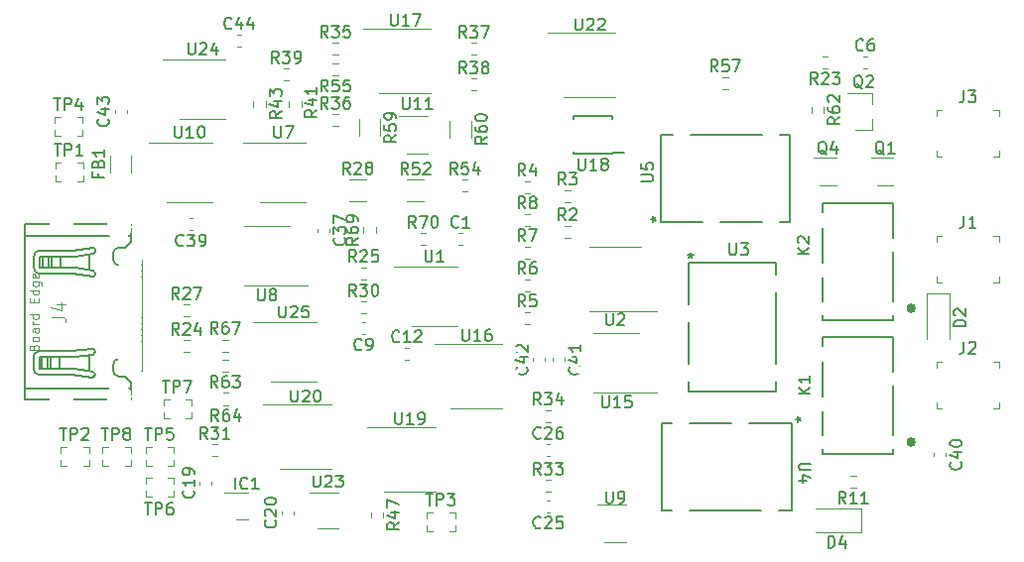
<source format=gto>
G04 #@! TF.GenerationSoftware,KiCad,Pcbnew,(5.1.9-0-10_14)*
G04 #@! TF.CreationDate,2021-07-02T21:32:49-05:00*
G04 #@! TF.ProjectId,bath_clamp_v1,62617468-5f63-46c6-916d-705f76312e6b,rev?*
G04 #@! TF.SameCoordinates,Original*
G04 #@! TF.FileFunction,Legend,Top*
G04 #@! TF.FilePolarity,Positive*
%FSLAX46Y46*%
G04 Gerber Fmt 4.6, Leading zero omitted, Abs format (unit mm)*
G04 Created by KiCad (PCBNEW (5.1.9-0-10_14)) date 2021-07-02 21:32:49*
%MOMM*%
%LPD*%
G01*
G04 APERTURE LIST*
%ADD10C,0.120000*%
%ADD11C,0.127000*%
%ADD12C,0.100000*%
%ADD13C,0.152400*%
%ADD14C,0.150000*%
%ADD15C,0.400000*%
%ADD16C,0.096520*%
%ADD17C,2.153200*%
%ADD18C,2.082800*%
%ADD19R,2.200000X1.450000*%
%ADD20R,0.900000X1.600000*%
%ADD21R,0.812800X2.667000*%
%ADD22R,1.100000X1.100000*%
%ADD23R,1.060000X0.650000*%
%ADD24R,0.650000X0.400000*%
%ADD25C,5.600000*%
%ADD26C,5.599999*%
%ADD27R,1.220000X0.650000*%
%ADD28R,2.667000X0.812800*%
%ADD29R,1.100000X0.400000*%
%ADD30R,2.000000X0.700000*%
%ADD31R,0.900000X0.800000*%
G04 APERTURE END LIST*
D10*
X6608400Y34035948D02*
X6608400Y35458452D01*
X8428400Y34035948D02*
X8428400Y35458452D01*
X17755480Y44765500D02*
X17474320Y44765500D01*
X17755480Y45785500D02*
X17474320Y45785500D01*
X7008400Y39064320D02*
X7008400Y39345480D01*
X8028400Y39064320D02*
X8028400Y39345480D01*
X43740800Y17880720D02*
X43740800Y18161880D01*
X42720800Y17880720D02*
X42720800Y18161880D01*
X44371800Y18161880D02*
X44371800Y17880720D01*
X45391800Y18161880D02*
X45391800Y17880720D01*
X76883800Y10033880D02*
X76883800Y9752720D01*
X77903800Y10033880D02*
X77903800Y9752720D01*
X13653380Y30088300D02*
X13372220Y30088300D01*
X13653380Y29068300D02*
X13372220Y29068300D01*
D11*
X9368800Y26585300D02*
X9368800Y17085300D01*
X4818800Y18385300D02*
X4818800Y17085300D01*
X2318800Y18235300D02*
X2318800Y17235300D01*
X1568800Y18235300D02*
X1568800Y17235300D01*
X1318800Y18235300D02*
X1318800Y17235300D01*
X818800Y18235300D02*
X818800Y17235300D01*
X3568800Y17235300D02*
X5147081Y17009832D01*
X2318800Y17235300D02*
X3568800Y17235300D01*
X1568800Y17235300D02*
X2318800Y17235300D01*
X1318800Y17235300D02*
X1568800Y17235300D01*
X818800Y17235300D02*
X1318800Y17235300D01*
X568800Y17235300D02*
X818800Y17235300D01*
X568800Y18235300D02*
X568800Y17235300D01*
X818800Y18235300D02*
X568800Y18235300D01*
X1318800Y18235300D02*
X818800Y18235300D01*
X1568800Y18235300D02*
X1318800Y18235300D01*
X2318800Y18235300D02*
X1568800Y18235300D01*
X3568800Y18235300D02*
X2318800Y18235300D01*
X5094000Y16513400D02*
X3318800Y16735300D01*
X5318800Y16811841D02*
X5318800Y16711857D01*
X568800Y16735300D02*
X3318800Y16735300D01*
X68800Y18235300D02*
X68800Y17235300D01*
X3318800Y18735300D02*
X568800Y18735300D01*
X5147081Y18460769D02*
X3568800Y18235300D01*
X5318800Y18758744D02*
X5318800Y18658760D01*
X3318800Y18735300D02*
X5094000Y18957200D01*
X4868800Y26985300D02*
X4868800Y25685300D01*
X2368800Y26835300D02*
X2368800Y25835300D01*
X1618800Y26835300D02*
X1618800Y25835300D01*
X1368800Y26835300D02*
X1368800Y25835300D01*
X868800Y26835300D02*
X868800Y25835300D01*
X3618800Y25835300D02*
X5197081Y25609831D01*
X2368800Y25835300D02*
X3618800Y25835300D01*
X1618800Y25835300D02*
X2368800Y25835300D01*
X1368800Y25835300D02*
X1618800Y25835300D01*
X868800Y25835300D02*
X1368800Y25835300D01*
X618800Y25835300D02*
X868800Y25835300D01*
X618800Y26835300D02*
X618800Y25835300D01*
X868800Y26835300D02*
X618800Y26835300D01*
X1368800Y26835300D02*
X868800Y26835300D01*
X1618800Y26835300D02*
X1368800Y26835300D01*
X2368800Y26835300D02*
X1618800Y26835300D01*
X3618800Y26835300D02*
X2368800Y26835300D01*
X5144000Y25113400D02*
X3368800Y25335300D01*
X5368800Y25411840D02*
X5368800Y25311856D01*
X618800Y25335300D02*
X3368800Y25335300D01*
X118800Y26835300D02*
X118800Y25835300D01*
X3368800Y27335300D02*
X618800Y27335300D01*
X5197081Y27060768D02*
X3618800Y26835300D01*
X5368800Y27358743D02*
X5368800Y27258759D01*
X3368800Y27335300D02*
X5144000Y27557200D01*
X2868800Y14085300D02*
X2868800Y14585300D01*
X1868800Y14085300D02*
X2868800Y14085300D01*
X1868800Y14585300D02*
X1868800Y14085300D01*
X1868800Y30085300D02*
X1868800Y29585300D01*
X2868800Y30085300D02*
X1868800Y30085300D01*
X2868800Y29585300D02*
X2868800Y30085300D01*
X8368800Y15585300D02*
X-631200Y15585300D01*
X8368800Y28585300D02*
X-631200Y28585300D01*
X7868800Y16585300D02*
X8368800Y16085300D01*
X7368800Y16585300D02*
X7868800Y16585300D01*
X6868800Y17585300D02*
X6868800Y17085300D01*
X7868800Y18085300D02*
X7368800Y18085300D01*
X8368800Y18585300D02*
X7868800Y18085300D01*
X8368800Y19585300D02*
X8368800Y18585300D01*
X8068800Y19585300D02*
X8368800Y19585300D01*
X7868800Y19885300D02*
X7868800Y19785300D01*
X8368800Y20085300D02*
X8068800Y20085300D01*
X8368800Y24085300D02*
X8368800Y20085300D01*
X8068800Y24085300D02*
X8368800Y24085300D01*
X7868800Y24385300D02*
X7868800Y24285300D01*
X8368800Y24585300D02*
X8068800Y24585300D01*
X8368800Y25585300D02*
X8368800Y24585300D01*
X7868800Y26085300D02*
X8368800Y25585300D01*
X7368800Y26085300D02*
X7868800Y26085300D01*
X6868800Y27085300D02*
X6868800Y26585300D01*
X7868800Y27585300D02*
X7368800Y27585300D01*
X8368800Y28085300D02*
X7868800Y27585300D01*
X8368800Y15585300D02*
X8368800Y16085300D01*
X8368800Y14585300D02*
X8368800Y15585300D01*
X2868800Y14585300D02*
X8368800Y14585300D01*
X1868800Y14585300D02*
X2868800Y14585300D01*
X-631200Y14585300D02*
X1868800Y14585300D01*
X-631200Y15585300D02*
X-631200Y14585300D01*
X-631200Y28585300D02*
X-631200Y15585300D01*
X-631200Y29585300D02*
X-631200Y28585300D01*
X1868800Y29585300D02*
X-631200Y29585300D01*
X2868800Y29585300D02*
X1868800Y29585300D01*
X8368800Y29585300D02*
X2868800Y29585300D01*
X8368800Y28585300D02*
X8368800Y29585300D01*
X8368800Y28085300D02*
X8368800Y28585300D01*
X5318798Y16811841D02*
G75*
G03*
X5147081Y17009832I-200001J0D01*
G01*
X5093998Y16513401D02*
G75*
G03*
X5318800Y16711857I24801J198457D01*
G01*
X568800Y16735300D02*
G75*
G02*
X68800Y17235300I0J500000D01*
G01*
X68800Y18235300D02*
G75*
G02*
X568800Y18735300I500000J0D01*
G01*
X5147079Y18460770D02*
G75*
G03*
X5318800Y18658760I-28280J197991D01*
G01*
X5318799Y18758743D02*
G75*
G03*
X5094000Y18957200I-199997J4D01*
G01*
X5368800Y25411839D02*
G75*
G03*
X5197081Y25609831I-200003J-1D01*
G01*
X5144000Y25113400D02*
G75*
G03*
X5368800Y25311856I24800J198456D01*
G01*
X618800Y25335300D02*
G75*
G02*
X118800Y25835300I0J500000D01*
G01*
X118800Y26835300D02*
G75*
G02*
X618800Y27335300I500000J0D01*
G01*
X5197081Y27060767D02*
G75*
G03*
X5368800Y27258759I-28282J197991D01*
G01*
X5368801Y27358741D02*
G75*
G03*
X5144000Y27557200I-199999J4D01*
G01*
X7368800Y16585300D02*
G75*
G02*
X6868800Y17085300I0J500000D01*
G01*
X6868800Y17585300D02*
G75*
G02*
X7368800Y18085300I500000J0D01*
G01*
X8068800Y19585300D02*
G75*
G02*
X7868800Y19785300I0J200000D01*
G01*
X7868800Y19885300D02*
G75*
G02*
X8068800Y20085300I200000J0D01*
G01*
X8068800Y24085300D02*
G75*
G02*
X7868800Y24285300I0J200000D01*
G01*
X7868800Y24385300D02*
G75*
G02*
X8068800Y24585300I200000J0D01*
G01*
X7368800Y26085300D02*
G75*
G02*
X6868800Y26585300I0J500000D01*
G01*
X6868800Y27085300D02*
G75*
G02*
X7368800Y27585300I500000J0D01*
G01*
D12*
X82506800Y39325300D02*
X82006800Y39325300D01*
X82506800Y39325300D02*
X82506800Y38825300D01*
X77106800Y39325300D02*
X77606800Y39325300D01*
X77106800Y39325300D02*
X77106800Y38825300D01*
X77106800Y35325300D02*
X77606800Y35325300D01*
X77106800Y35325300D02*
X77106800Y35825300D01*
X82506800Y35325300D02*
X82506800Y35825300D01*
X82506800Y35325300D02*
X82006800Y35325300D01*
X82506800Y17862300D02*
X82006800Y17862300D01*
X82506800Y17862300D02*
X82506800Y17362300D01*
X77106800Y17862300D02*
X77606800Y17862300D01*
X77106800Y17862300D02*
X77106800Y17362300D01*
X77106800Y13862300D02*
X77606800Y13862300D01*
X77106800Y13862300D02*
X77106800Y14362300D01*
X82506800Y13862300D02*
X82506800Y14362300D01*
X82506800Y13862300D02*
X82006800Y13862300D01*
X82506800Y28593800D02*
X82006800Y28593800D01*
X82506800Y28593800D02*
X82506800Y28093800D01*
X77106800Y28593800D02*
X77606800Y28593800D01*
X77106800Y28593800D02*
X77106800Y28093800D01*
X77106800Y24593800D02*
X77606800Y24593800D01*
X77106800Y24593800D02*
X77106800Y25093800D01*
X82506800Y24593800D02*
X82506800Y25093800D01*
X82506800Y24593800D02*
X82006800Y24593800D01*
X8362800Y10566300D02*
X7862800Y10566300D01*
X8362800Y10566300D02*
X8362800Y10066300D01*
X5962800Y10566300D02*
X6462800Y10566300D01*
X5962800Y10566300D02*
X5962800Y10066300D01*
X5962800Y8966300D02*
X6462800Y8966300D01*
X5962800Y9466300D02*
X5962800Y8966300D01*
X8362800Y8966300D02*
X7862800Y8966300D01*
X8362800Y8966300D02*
X8362800Y9466300D01*
X13569800Y14630300D02*
X13069800Y14630300D01*
X13569800Y14630300D02*
X13569800Y14130300D01*
X11169800Y14630300D02*
X11669800Y14630300D01*
X11169800Y14630300D02*
X11169800Y14130300D01*
X11169800Y13030300D02*
X11669800Y13030300D01*
X11169800Y13530300D02*
X11169800Y13030300D01*
X13569800Y13030300D02*
X13069800Y13030300D01*
X13569800Y13030300D02*
X13569800Y13530300D01*
X9645800Y6299300D02*
X10145800Y6299300D01*
X9645800Y6299300D02*
X9645800Y6799300D01*
X12045800Y6299300D02*
X11545800Y6299300D01*
X12045800Y6299300D02*
X12045800Y6799300D01*
X12045800Y7899300D02*
X11545800Y7899300D01*
X12045800Y7399300D02*
X12045800Y7899300D01*
X9645800Y7899300D02*
X10145800Y7899300D01*
X9645800Y7899300D02*
X9645800Y7399300D01*
X12045800Y10566300D02*
X11545800Y10566300D01*
X12045800Y10566300D02*
X12045800Y10066300D01*
X9645800Y10566300D02*
X10145800Y10566300D01*
X9645800Y10566300D02*
X9645800Y10066300D01*
X9645800Y8966300D02*
X10145800Y8966300D01*
X9645800Y9466300D02*
X9645800Y8966300D01*
X12045800Y8966300D02*
X11545800Y8966300D01*
X12045800Y8966300D02*
X12045800Y9466300D01*
X4286100Y38734900D02*
X3786100Y38734900D01*
X4286100Y38734900D02*
X4286100Y38234900D01*
X1886100Y38734900D02*
X2386100Y38734900D01*
X1886100Y38734900D02*
X1886100Y38234900D01*
X1886100Y37134900D02*
X2386100Y37134900D01*
X1886100Y37634900D02*
X1886100Y37134900D01*
X4286100Y37134900D02*
X3786100Y37134900D01*
X4286100Y37134900D02*
X4286100Y37634900D01*
X36048800Y4978300D02*
X35548800Y4978300D01*
X36048800Y4978300D02*
X36048800Y4478300D01*
X33648800Y4978300D02*
X34148800Y4978300D01*
X33648800Y4978300D02*
X33648800Y4478300D01*
X33648800Y3378300D02*
X34148800Y3378300D01*
X33648800Y3878300D02*
X33648800Y3378300D01*
X36048800Y3378300D02*
X35548800Y3378300D01*
X36048800Y3378300D02*
X36048800Y3878300D01*
X4806800Y10566300D02*
X4306800Y10566300D01*
X4806800Y10566300D02*
X4806800Y10066300D01*
X2406800Y10566300D02*
X2906800Y10566300D01*
X2406800Y10566300D02*
X2406800Y10066300D01*
X2406800Y8966300D02*
X2906800Y8966300D01*
X2406800Y9466300D02*
X2406800Y8966300D01*
X4806800Y8966300D02*
X4306800Y8966300D01*
X4806800Y8966300D02*
X4806800Y9466300D01*
X4324200Y34848700D02*
X3824200Y34848700D01*
X4324200Y34848700D02*
X4324200Y34348700D01*
X1924200Y34848700D02*
X2424200Y34848700D01*
X1924200Y34848700D02*
X1924200Y34348700D01*
X1924200Y33248700D02*
X2424200Y33248700D01*
X1924200Y33748700D02*
X1924200Y33248700D01*
X4324200Y33248700D02*
X3824200Y33248700D01*
X4324200Y33248700D02*
X4324200Y33748700D01*
D10*
X15307542Y10796800D02*
X15782058Y10796800D01*
X15307542Y9751800D02*
X15782058Y9751800D01*
X16394300Y6631800D02*
X18394300Y6631800D01*
X18394300Y4391800D02*
X17394300Y4391800D01*
X21257800Y4799720D02*
X21257800Y5080880D01*
X22277800Y4799720D02*
X22277800Y5080880D01*
X14272800Y7339720D02*
X14272800Y7620880D01*
X15292800Y7339720D02*
X15292800Y7620880D01*
D13*
X64630300Y29794200D02*
X64630300Y37236400D01*
X64630300Y37236400D02*
X63757439Y37236400D01*
X53581300Y37236400D02*
X53581300Y29794200D01*
X53581300Y29794200D02*
X54659159Y29794200D01*
X56137439Y29794200D02*
X57199159Y29794200D01*
X58677439Y29794200D02*
X59739159Y29794200D01*
X61217439Y29794200D02*
X62279159Y29794200D01*
X63757439Y29794200D02*
X64630300Y29794200D01*
X62279159Y37236400D02*
X61217439Y37236400D01*
X59739159Y37236400D02*
X58677439Y37236400D01*
X57199159Y37236400D02*
X56137439Y37236400D01*
X54659159Y37236400D02*
X53581300Y37236400D01*
X64630300Y29794200D02*
X63757439Y29794200D01*
X53581300Y29794200D02*
X53581300Y37236400D01*
X53581300Y37236400D02*
X54659159Y37236400D01*
X64630300Y37236400D02*
X64630300Y29794200D01*
X57199159Y29794200D02*
X53581300Y29794200D01*
X62279159Y29794200D02*
X58677439Y29794200D01*
X63757439Y37236400D02*
X64630300Y37236400D01*
X56137439Y37236400D02*
X62279159Y37236400D01*
D10*
X28007542Y22988800D02*
X28482058Y22988800D01*
X28007542Y21943800D02*
X28482058Y21943800D01*
X12894542Y22734800D02*
X13369058Y22734800D01*
X12894542Y21689800D02*
X13369058Y21689800D01*
X28007542Y25909800D02*
X28482058Y25909800D01*
X28007542Y24864800D02*
X28482058Y24864800D01*
X12894542Y19686800D02*
X13369058Y19686800D01*
X12894542Y18641800D02*
X13369058Y18641800D01*
X67852058Y42898800D02*
X67377542Y42898800D01*
X67852058Y43943800D02*
X67377542Y43943800D01*
X70265058Y7084800D02*
X69790542Y7084800D01*
X70265058Y8129800D02*
X69790542Y8129800D01*
X41977542Y30481800D02*
X42452058Y30481800D01*
X41977542Y29436800D02*
X42452058Y29436800D01*
X41977542Y27687800D02*
X42452058Y27687800D01*
X41977542Y26642800D02*
X42452058Y26642800D01*
X41977542Y24893800D02*
X42452058Y24893800D01*
X41977542Y23848800D02*
X42452058Y23848800D01*
X41977542Y22099800D02*
X42452058Y22099800D01*
X41977542Y21054800D02*
X42452058Y21054800D01*
X41977542Y33275800D02*
X42452058Y33275800D01*
X41977542Y32230800D02*
X42452058Y32230800D01*
X45406542Y32513800D02*
X45881058Y32513800D01*
X45406542Y31468800D02*
X45881058Y31468800D01*
X45406542Y29465800D02*
X45881058Y29465800D01*
X45406542Y28420800D02*
X45881058Y28420800D01*
X70703800Y3305300D02*
X70703800Y5305300D01*
X70703800Y5305300D02*
X66853800Y5305300D01*
X70703800Y3305300D02*
X66853800Y3305300D01*
X78266800Y23650300D02*
X76266800Y23650300D01*
X76266800Y23650300D02*
X76266800Y19800300D01*
X78266800Y23650300D02*
X78266800Y19800300D01*
X22275800Y16096300D02*
X24225800Y16096300D01*
X22275800Y16096300D02*
X20325800Y16096300D01*
X22275800Y21216300D02*
X24225800Y21216300D01*
X22275800Y21216300D02*
X18825800Y21216300D01*
X14528800Y43695300D02*
X11078800Y43695300D01*
X14528800Y43695300D02*
X16478800Y43695300D01*
X14528800Y38575300D02*
X12578800Y38575300D01*
X14528800Y38575300D02*
X16478800Y38575300D01*
X28230300Y28833042D02*
X28230300Y29307558D01*
X29275300Y28833042D02*
X29275300Y29307558D01*
X16671058Y18641800D02*
X16196542Y18641800D01*
X16671058Y19686800D02*
X16196542Y19686800D01*
X33087542Y28830800D02*
X33562058Y28830800D01*
X33087542Y27785800D02*
X33562058Y27785800D01*
X16671058Y16990800D02*
X16196542Y16990800D01*
X16671058Y18035800D02*
X16196542Y18035800D01*
X25325800Y29210880D02*
X25325800Y28929720D01*
X24305800Y29210880D02*
X24305800Y28929720D01*
X33716800Y38808300D02*
X31266800Y38808300D01*
X31916800Y35588300D02*
X33716800Y35588300D01*
X67502300Y39594558D02*
X67502300Y39120042D01*
X66457300Y39594558D02*
X66457300Y39120042D01*
X67168800Y32926800D02*
X68568800Y32926800D01*
X68568800Y35246800D02*
X66668800Y35246800D01*
X37896800Y13889300D02*
X40096800Y13889300D01*
X37896800Y13889300D02*
X35696800Y13889300D01*
X37896800Y19359300D02*
X40096800Y19359300D01*
X37896800Y19359300D02*
X34296800Y19359300D01*
X43852220Y10784300D02*
X44133380Y10784300D01*
X43852220Y9764300D02*
X44133380Y9764300D01*
X27842800Y38560364D02*
X27842800Y37106236D01*
X29662800Y38560364D02*
X29662800Y37106236D01*
X33416864Y33409300D02*
X31962736Y33409300D01*
X33416864Y31589300D02*
X31962736Y31589300D01*
X32181800Y12247300D02*
X28581800Y12247300D01*
X32181800Y12247300D02*
X34381800Y12247300D01*
X32181800Y6777300D02*
X29981800Y6777300D01*
X32181800Y6777300D02*
X34381800Y6777300D01*
X36643542Y32357800D02*
X37118058Y32357800D01*
X36643542Y33402800D02*
X37118058Y33402800D01*
X24316800Y3570800D02*
X26076800Y3570800D01*
X26076800Y6640800D02*
X23646800Y6640800D01*
X31800800Y40813300D02*
X34000800Y40813300D01*
X31800800Y40813300D02*
X29600800Y40813300D01*
X31800800Y46283300D02*
X34000800Y46283300D01*
X31800800Y46283300D02*
X28200800Y46283300D01*
X49834800Y20327300D02*
X47884800Y20327300D01*
X49834800Y20327300D02*
X51784800Y20327300D01*
X49834800Y15207300D02*
X47884800Y15207300D01*
X49834800Y15207300D02*
X53284800Y15207300D01*
X19989800Y24351300D02*
X23439800Y24351300D01*
X19989800Y24351300D02*
X18039800Y24351300D01*
X19989800Y29471300D02*
X21939800Y29471300D01*
X19989800Y29471300D02*
X18039800Y29471300D01*
X27009736Y31589300D02*
X28463864Y31589300D01*
X27009736Y33409300D02*
X28463864Y33409300D01*
X37880058Y44041800D02*
X37405542Y44041800D01*
X37880058Y45086800D02*
X37405542Y45086800D01*
X48807800Y2441300D02*
X50607800Y2441300D01*
X50607800Y5661300D02*
X48157800Y5661300D01*
X13385800Y31463300D02*
X15335800Y31463300D01*
X13385800Y31463300D02*
X11435800Y31463300D01*
X13385800Y36583300D02*
X15335800Y36583300D01*
X13385800Y36583300D02*
X9935800Y36583300D01*
X23291800Y8682300D02*
X25491800Y8682300D01*
X23291800Y8682300D02*
X21091800Y8682300D01*
X23291800Y14152300D02*
X25491800Y14152300D01*
X23291800Y14152300D02*
X19691800Y14152300D01*
X21878058Y41882800D02*
X21403542Y41882800D01*
X21878058Y42927800D02*
X21403542Y42927800D01*
X25594542Y45086800D02*
X26069058Y45086800D01*
X25594542Y44041800D02*
X26069058Y44041800D01*
X43755542Y13717800D02*
X44230058Y13717800D01*
X43755542Y12672800D02*
X44230058Y12672800D01*
X43755542Y7748800D02*
X44230058Y7748800D01*
X43755542Y6703800D02*
X44230058Y6703800D01*
X29910300Y4986558D02*
X29910300Y4512042D01*
X28865300Y4986558D02*
X28865300Y4512042D01*
X19877300Y40102558D02*
X19877300Y39628042D01*
X18832300Y40102558D02*
X18832300Y39628042D01*
X21880300Y39628042D02*
X21880300Y40102558D01*
X22925300Y39628042D02*
X22925300Y40102558D01*
D13*
X56019700Y15290800D02*
X63461900Y15290800D01*
X63461900Y15290800D02*
X63461900Y16163661D01*
X63461900Y26339800D02*
X56019700Y26339800D01*
X56019700Y26339800D02*
X56019700Y25261941D01*
X56019700Y23783661D02*
X56019700Y22721941D01*
X56019700Y21243661D02*
X56019700Y20181941D01*
X56019700Y18703661D02*
X56019700Y17641941D01*
X56019700Y16163661D02*
X56019700Y15290800D01*
X63461900Y17641941D02*
X63461900Y18703661D01*
X63461900Y20181941D02*
X63461900Y21243661D01*
X63461900Y22721941D02*
X63461900Y23783661D01*
X63461900Y25261941D02*
X63461900Y26339800D01*
X56019700Y15290800D02*
X56019700Y16163661D01*
X56019700Y26339800D02*
X63461900Y26339800D01*
X63461900Y26339800D02*
X63461900Y25261941D01*
X63461900Y15290800D02*
X56019700Y15290800D01*
X56019700Y22721941D02*
X56019700Y26339800D01*
X56019700Y17641941D02*
X56019700Y21243661D01*
X63461900Y16163661D02*
X63461900Y15290800D01*
X63461900Y23783661D02*
X63461900Y17641941D01*
D14*
X49427800Y35698300D02*
X50502800Y35698300D01*
X49427800Y38823300D02*
X46177800Y38823300D01*
X49427800Y35573300D02*
X46177800Y35573300D01*
X49427800Y38823300D02*
X49427800Y38598300D01*
X46177800Y38823300D02*
X46177800Y38598300D01*
X46177800Y35573300D02*
X46177800Y35798300D01*
X49427800Y35573300D02*
X49427800Y35698300D01*
D10*
X28385380Y20178300D02*
X28104220Y20178300D01*
X28385380Y21198300D02*
X28104220Y21198300D01*
X72058300Y32926800D02*
X73458300Y32926800D01*
X73458300Y35246800D02*
X71558300Y35246800D01*
D13*
X53708300Y12598400D02*
X53708300Y5156200D01*
X53708300Y5156200D02*
X54581161Y5156200D01*
X64757300Y5156200D02*
X64757300Y12598400D01*
X64757300Y12598400D02*
X63679441Y12598400D01*
X62201161Y12598400D02*
X61139441Y12598400D01*
X59661161Y12598400D02*
X58599441Y12598400D01*
X57121161Y12598400D02*
X56059441Y12598400D01*
X54581161Y12598400D02*
X53708300Y12598400D01*
X56059441Y5156200D02*
X57121161Y5156200D01*
X58599441Y5156200D02*
X59661161Y5156200D01*
X61139441Y5156200D02*
X62201161Y5156200D01*
X63679441Y5156200D02*
X64757300Y5156200D01*
X53708300Y12598400D02*
X54581161Y12598400D01*
X64757300Y12598400D02*
X64757300Y5156200D01*
X64757300Y5156200D02*
X63679441Y5156200D01*
X53708300Y5156200D02*
X53708300Y12598400D01*
X61139441Y12598400D02*
X64757300Y12598400D01*
X56059441Y12598400D02*
X59661161Y12598400D01*
X54581161Y5156200D02*
X53708300Y5156200D01*
X62201161Y5156200D02*
X56059441Y5156200D01*
D11*
X73408800Y16973300D02*
X73408800Y19973300D01*
X73408800Y11573300D02*
X73408800Y15773300D01*
X73408800Y9973300D02*
X73408800Y10373300D01*
X67408800Y10373300D02*
X67408800Y9973300D01*
X67408800Y19173300D02*
X67408800Y19973300D01*
X67408800Y14873300D02*
X67408800Y17873300D01*
X67408800Y11573300D02*
X67408800Y13573300D01*
D15*
X75168800Y10973300D02*
G75*
G03*
X75168800Y10973300I-200000J0D01*
G01*
D11*
X73408800Y19973300D02*
X67408800Y19973300D01*
X67408800Y9973300D02*
X73408800Y9973300D01*
X73408800Y28403300D02*
X73408800Y31403300D01*
X73408800Y23003300D02*
X73408800Y27203300D01*
X73408800Y21403300D02*
X73408800Y21803300D01*
X67408800Y21803300D02*
X67408800Y21403300D01*
X67408800Y30603300D02*
X67408800Y31403300D01*
X67408800Y26303300D02*
X67408800Y29303300D01*
X67408800Y23003300D02*
X67408800Y25003300D01*
D15*
X75168800Y22403300D02*
G75*
G03*
X75168800Y22403300I-200000J0D01*
G01*
D11*
X73408800Y31403300D02*
X67408800Y31403300D01*
X67408800Y21403300D02*
X73408800Y21403300D01*
D10*
X26069058Y43308800D02*
X25594542Y43308800D01*
X26069058Y42263800D02*
X25594542Y42263800D01*
X70903220Y43931300D02*
X71184380Y43931300D01*
X70903220Y42911300D02*
X71184380Y42911300D01*
X49707800Y27614300D02*
X47507800Y27614300D01*
X49707800Y27614300D02*
X51907800Y27614300D01*
X49707800Y22144300D02*
X47507800Y22144300D01*
X49707800Y22144300D02*
X53307800Y22144300D01*
X34277300Y20858800D02*
X36227300Y20858800D01*
X34277300Y20858800D02*
X32327300Y20858800D01*
X34277300Y25978800D02*
X36227300Y25978800D01*
X34277300Y25978800D02*
X30827300Y25978800D01*
X21386800Y31463300D02*
X23336800Y31463300D01*
X21386800Y31463300D02*
X19436800Y31463300D01*
X21386800Y36583300D02*
X23336800Y36583300D01*
X21386800Y36583300D02*
X17936800Y36583300D01*
X31787220Y19039300D02*
X32068380Y19039300D01*
X31787220Y18019300D02*
X32068380Y18019300D01*
X71676800Y37650300D02*
X71676800Y38580300D01*
X71676800Y40810300D02*
X71676800Y39880300D01*
X71676800Y40810300D02*
X69516800Y40810300D01*
X71676800Y37650300D02*
X70216800Y37650300D01*
X36359220Y28818300D02*
X36640380Y28818300D01*
X36359220Y27798300D02*
X36640380Y27798300D01*
X35589800Y38433364D02*
X35589800Y36979236D01*
X37409800Y38433364D02*
X37409800Y36979236D01*
X43852220Y5958300D02*
X44133380Y5958300D01*
X43852220Y4938300D02*
X44133380Y4938300D01*
X58868542Y41120800D02*
X59343058Y41120800D01*
X58868542Y42165800D02*
X59343058Y42165800D01*
X25594542Y38990800D02*
X26069058Y38990800D01*
X25594542Y37945800D02*
X26069058Y37945800D01*
X37880058Y40993800D02*
X37405542Y40993800D01*
X37880058Y42038800D02*
X37405542Y42038800D01*
X47548800Y45902300D02*
X43948800Y45902300D01*
X47548800Y45902300D02*
X49748800Y45902300D01*
X47548800Y40432300D02*
X45348800Y40432300D01*
X47548800Y40432300D02*
X49748800Y40432300D01*
X16734558Y14133300D02*
X16260042Y14133300D01*
X16734558Y15178300D02*
X16260042Y15178300D01*
D14*
X5596971Y33913866D02*
X5596971Y33580533D01*
X6120780Y33580533D02*
X5120780Y33580533D01*
X5120780Y34056723D01*
X5596971Y34771009D02*
X5644590Y34913866D01*
X5692209Y34961485D01*
X5787447Y35009104D01*
X5930304Y35009104D01*
X6025542Y34961485D01*
X6073161Y34913866D01*
X6120780Y34818628D01*
X6120780Y34437676D01*
X5120780Y34437676D01*
X5120780Y34771009D01*
X5168400Y34866247D01*
X5216019Y34913866D01*
X5311257Y34961485D01*
X5406495Y34961485D01*
X5501733Y34913866D01*
X5549352Y34866247D01*
X5596971Y34771009D01*
X5596971Y34437676D01*
X6120780Y35961485D02*
X6120780Y35390057D01*
X6120780Y35675771D02*
X5120780Y35675771D01*
X5263638Y35580533D01*
X5358876Y35485295D01*
X5406495Y35390057D01*
X16972042Y46340757D02*
X16924423Y46293138D01*
X16781566Y46245519D01*
X16686328Y46245519D01*
X16543471Y46293138D01*
X16448233Y46388376D01*
X16400614Y46483614D01*
X16352995Y46674090D01*
X16352995Y46816947D01*
X16400614Y47007423D01*
X16448233Y47102661D01*
X16543471Y47197900D01*
X16686328Y47245519D01*
X16781566Y47245519D01*
X16924423Y47197900D01*
X16972042Y47150280D01*
X17829185Y46912185D02*
X17829185Y46245519D01*
X17591090Y47293138D02*
X17352995Y46578852D01*
X17972042Y46578852D01*
X18781566Y46912185D02*
X18781566Y46245519D01*
X18543471Y47293138D02*
X18305376Y46578852D01*
X18924423Y46578852D01*
X6445542Y38562042D02*
X6493161Y38514423D01*
X6540780Y38371566D01*
X6540780Y38276328D01*
X6493161Y38133471D01*
X6397923Y38038233D01*
X6302685Y37990614D01*
X6112209Y37942995D01*
X5969352Y37942995D01*
X5778876Y37990614D01*
X5683638Y38038233D01*
X5588400Y38133471D01*
X5540780Y38276328D01*
X5540780Y38371566D01*
X5588400Y38514423D01*
X5636019Y38562042D01*
X5874114Y39419185D02*
X6540780Y39419185D01*
X5493161Y39181090D02*
X6207447Y38942995D01*
X6207447Y39562042D01*
X5540780Y39847757D02*
X5540780Y40466804D01*
X5921733Y40133471D01*
X5921733Y40276328D01*
X5969352Y40371566D01*
X6016971Y40419185D01*
X6112209Y40466804D01*
X6350304Y40466804D01*
X6445542Y40419185D01*
X6493161Y40371566D01*
X6540780Y40276328D01*
X6540780Y39990614D01*
X6493161Y39895376D01*
X6445542Y39847757D01*
X42157942Y17378442D02*
X42205561Y17330823D01*
X42253180Y17187966D01*
X42253180Y17092728D01*
X42205561Y16949871D01*
X42110323Y16854633D01*
X42015085Y16807014D01*
X41824609Y16759395D01*
X41681752Y16759395D01*
X41491276Y16807014D01*
X41396038Y16854633D01*
X41300800Y16949871D01*
X41253180Y17092728D01*
X41253180Y17187966D01*
X41300800Y17330823D01*
X41348419Y17378442D01*
X41586514Y18235585D02*
X42253180Y18235585D01*
X41205561Y17997490D02*
X41919847Y17759395D01*
X41919847Y18378442D01*
X41348419Y18711776D02*
X41300800Y18759395D01*
X41253180Y18854633D01*
X41253180Y19092728D01*
X41300800Y19187966D01*
X41348419Y19235585D01*
X41443657Y19283204D01*
X41538895Y19283204D01*
X41681752Y19235585D01*
X42253180Y18664157D01*
X42253180Y19283204D01*
X46668942Y17378442D02*
X46716561Y17330823D01*
X46764180Y17187966D01*
X46764180Y17092728D01*
X46716561Y16949871D01*
X46621323Y16854633D01*
X46526085Y16807014D01*
X46335609Y16759395D01*
X46192752Y16759395D01*
X46002276Y16807014D01*
X45907038Y16854633D01*
X45811800Y16949871D01*
X45764180Y17092728D01*
X45764180Y17187966D01*
X45811800Y17330823D01*
X45859419Y17378442D01*
X46097514Y18235585D02*
X46764180Y18235585D01*
X45716561Y17997490D02*
X46430847Y17759395D01*
X46430847Y18378442D01*
X46764180Y19283204D02*
X46764180Y18711776D01*
X46764180Y18997490D02*
X45764180Y18997490D01*
X45907038Y18902252D01*
X46002276Y18807014D01*
X46049895Y18711776D01*
X79180942Y9250442D02*
X79228561Y9202823D01*
X79276180Y9059966D01*
X79276180Y8964728D01*
X79228561Y8821871D01*
X79133323Y8726633D01*
X79038085Y8679014D01*
X78847609Y8631395D01*
X78704752Y8631395D01*
X78514276Y8679014D01*
X78419038Y8726633D01*
X78323800Y8821871D01*
X78276180Y8964728D01*
X78276180Y9059966D01*
X78323800Y9202823D01*
X78371419Y9250442D01*
X78609514Y10107585D02*
X79276180Y10107585D01*
X78228561Y9869490D02*
X78942847Y9631395D01*
X78942847Y10250442D01*
X78276180Y10821871D02*
X78276180Y10917109D01*
X78323800Y11012347D01*
X78371419Y11059966D01*
X78466657Y11107585D01*
X78657133Y11155204D01*
X78895228Y11155204D01*
X79085704Y11107585D01*
X79180942Y11059966D01*
X79228561Y11012347D01*
X79276180Y10917109D01*
X79276180Y10821871D01*
X79228561Y10726633D01*
X79180942Y10679014D01*
X79085704Y10631395D01*
X78895228Y10583776D01*
X78657133Y10583776D01*
X78466657Y10631395D01*
X78371419Y10679014D01*
X78323800Y10726633D01*
X78276180Y10821871D01*
X12869942Y27791157D02*
X12822323Y27743538D01*
X12679466Y27695919D01*
X12584228Y27695919D01*
X12441371Y27743538D01*
X12346133Y27838776D01*
X12298514Y27934014D01*
X12250895Y28124490D01*
X12250895Y28267347D01*
X12298514Y28457823D01*
X12346133Y28553061D01*
X12441371Y28648300D01*
X12584228Y28695919D01*
X12679466Y28695919D01*
X12822323Y28648300D01*
X12869942Y28600680D01*
X13203276Y28695919D02*
X13822323Y28695919D01*
X13488990Y28314966D01*
X13631847Y28314966D01*
X13727085Y28267347D01*
X13774704Y28219728D01*
X13822323Y28124490D01*
X13822323Y27886395D01*
X13774704Y27791157D01*
X13727085Y27743538D01*
X13631847Y27695919D01*
X13346133Y27695919D01*
X13250895Y27743538D01*
X13203276Y27791157D01*
X14298514Y27695919D02*
X14488990Y27695919D01*
X14584228Y27743538D01*
X14631847Y27791157D01*
X14727085Y27934014D01*
X14774704Y28124490D01*
X14774704Y28505442D01*
X14727085Y28600680D01*
X14679466Y28648300D01*
X14584228Y28695919D01*
X14393752Y28695919D01*
X14298514Y28648300D01*
X14250895Y28600680D01*
X14203276Y28505442D01*
X14203276Y28267347D01*
X14250895Y28172109D01*
X14298514Y28124490D01*
X14393752Y28076871D01*
X14584228Y28076871D01*
X14679466Y28124490D01*
X14727085Y28172109D01*
X14774704Y28267347D01*
D16*
X1628097Y21683133D02*
X2489883Y21683133D01*
X2662240Y21625680D01*
X2777145Y21510776D01*
X2834597Y21338419D01*
X2834597Y21223514D01*
X2030264Y22774728D02*
X2834597Y22774728D01*
X1570645Y22487466D02*
X2432430Y22200204D01*
X2432430Y22947085D01*
D12*
X111657Y19075776D02*
X149752Y19190061D01*
X187847Y19228157D01*
X264038Y19266252D01*
X378323Y19266252D01*
X454514Y19228157D01*
X492609Y19190061D01*
X530704Y19113871D01*
X530704Y18809109D01*
X-269295Y18809109D01*
X-269295Y19075776D01*
X-231200Y19151966D01*
X-193104Y19190061D01*
X-116914Y19228157D01*
X-40723Y19228157D01*
X35466Y19190061D01*
X73561Y19151966D01*
X111657Y19075776D01*
X111657Y18809109D01*
X530704Y19723395D02*
X492609Y19647204D01*
X454514Y19609109D01*
X378323Y19571014D01*
X149752Y19571014D01*
X73561Y19609109D01*
X35466Y19647204D01*
X-2628Y19723395D01*
X-2628Y19837680D01*
X35466Y19913871D01*
X73561Y19951966D01*
X149752Y19990061D01*
X378323Y19990061D01*
X454514Y19951966D01*
X492609Y19913871D01*
X530704Y19837680D01*
X530704Y19723395D01*
X530704Y20675776D02*
X111657Y20675776D01*
X35466Y20637680D01*
X-2628Y20561490D01*
X-2628Y20409109D01*
X35466Y20332919D01*
X492609Y20675776D02*
X530704Y20599585D01*
X530704Y20409109D01*
X492609Y20332919D01*
X416419Y20294823D01*
X340228Y20294823D01*
X264038Y20332919D01*
X225942Y20409109D01*
X225942Y20599585D01*
X187847Y20675776D01*
X530704Y21056728D02*
X-2628Y21056728D01*
X149752Y21056728D02*
X73561Y21094823D01*
X35466Y21132919D01*
X-2628Y21209109D01*
X-2628Y21285300D01*
X530704Y21894823D02*
X-269295Y21894823D01*
X492609Y21894823D02*
X530704Y21818633D01*
X530704Y21666252D01*
X492609Y21590061D01*
X454514Y21551966D01*
X378323Y21513871D01*
X149752Y21513871D01*
X73561Y21551966D01*
X35466Y21590061D01*
X-2628Y21666252D01*
X-2628Y21818633D01*
X35466Y21894823D01*
X111657Y22885300D02*
X111657Y23151966D01*
X530704Y23266252D02*
X530704Y22885300D01*
X-269295Y22885300D01*
X-269295Y23266252D01*
X530704Y23951966D02*
X-269295Y23951966D01*
X492609Y23951966D02*
X530704Y23875776D01*
X530704Y23723395D01*
X492609Y23647204D01*
X454514Y23609109D01*
X378323Y23571014D01*
X149752Y23571014D01*
X73561Y23609109D01*
X35466Y23647204D01*
X-2628Y23723395D01*
X-2628Y23875776D01*
X35466Y23951966D01*
X-2628Y24675776D02*
X644990Y24675776D01*
X721180Y24637680D01*
X759276Y24599585D01*
X797371Y24523395D01*
X797371Y24409109D01*
X759276Y24332919D01*
X492609Y24675776D02*
X530704Y24599585D01*
X530704Y24447204D01*
X492609Y24371014D01*
X454514Y24332919D01*
X378323Y24294823D01*
X149752Y24294823D01*
X73561Y24332919D01*
X35466Y24371014D01*
X-2628Y24447204D01*
X-2628Y24599585D01*
X35466Y24675776D01*
X492609Y25361490D02*
X530704Y25285300D01*
X530704Y25132919D01*
X492609Y25056728D01*
X416419Y25018633D01*
X111657Y25018633D01*
X35466Y25056728D01*
X-2628Y25132919D01*
X-2628Y25285300D01*
X35466Y25361490D01*
X111657Y25399585D01*
X187847Y25399585D01*
X264038Y25018633D01*
D14*
X79473466Y41002919D02*
X79473466Y40288633D01*
X79425847Y40145776D01*
X79330609Y40050538D01*
X79187752Y40002919D01*
X79092514Y40002919D01*
X79854419Y41002919D02*
X80473466Y41002919D01*
X80140133Y40621966D01*
X80282990Y40621966D01*
X80378228Y40574347D01*
X80425847Y40526728D01*
X80473466Y40431490D01*
X80473466Y40193395D01*
X80425847Y40098157D01*
X80378228Y40050538D01*
X80282990Y40002919D01*
X79997276Y40002919D01*
X79902038Y40050538D01*
X79854419Y40098157D01*
X79473466Y19539919D02*
X79473466Y18825633D01*
X79425847Y18682776D01*
X79330609Y18587538D01*
X79187752Y18539919D01*
X79092514Y18539919D01*
X79902038Y19444680D02*
X79949657Y19492300D01*
X80044895Y19539919D01*
X80282990Y19539919D01*
X80378228Y19492300D01*
X80425847Y19444680D01*
X80473466Y19349442D01*
X80473466Y19254204D01*
X80425847Y19111347D01*
X79854419Y18539919D01*
X80473466Y18539919D01*
X79473466Y30271419D02*
X79473466Y29557133D01*
X79425847Y29414276D01*
X79330609Y29319038D01*
X79187752Y29271419D01*
X79092514Y29271419D01*
X80473466Y29271419D02*
X79902038Y29271419D01*
X80187752Y29271419D02*
X80187752Y30271419D01*
X80092514Y30128561D01*
X79997276Y30033323D01*
X79902038Y29985704D01*
X5900895Y12173919D02*
X6472323Y12173919D01*
X6186609Y11173919D02*
X6186609Y12173919D01*
X6805657Y11173919D02*
X6805657Y12173919D01*
X7186609Y12173919D01*
X7281847Y12126300D01*
X7329466Y12078680D01*
X7377085Y11983442D01*
X7377085Y11840585D01*
X7329466Y11745347D01*
X7281847Y11697728D01*
X7186609Y11650109D01*
X6805657Y11650109D01*
X7948514Y11745347D02*
X7853276Y11792966D01*
X7805657Y11840585D01*
X7758038Y11935823D01*
X7758038Y11983442D01*
X7805657Y12078680D01*
X7853276Y12126300D01*
X7948514Y12173919D01*
X8138990Y12173919D01*
X8234228Y12126300D01*
X8281847Y12078680D01*
X8329466Y11983442D01*
X8329466Y11935823D01*
X8281847Y11840585D01*
X8234228Y11792966D01*
X8138990Y11745347D01*
X7948514Y11745347D01*
X7853276Y11697728D01*
X7805657Y11650109D01*
X7758038Y11554871D01*
X7758038Y11364395D01*
X7805657Y11269157D01*
X7853276Y11221538D01*
X7948514Y11173919D01*
X8138990Y11173919D01*
X8234228Y11221538D01*
X8281847Y11269157D01*
X8329466Y11364395D01*
X8329466Y11554871D01*
X8281847Y11650109D01*
X8234228Y11697728D01*
X8138990Y11745347D01*
X11107895Y16237919D02*
X11679323Y16237919D01*
X11393609Y15237919D02*
X11393609Y16237919D01*
X12012657Y15237919D02*
X12012657Y16237919D01*
X12393609Y16237919D01*
X12488847Y16190300D01*
X12536466Y16142680D01*
X12584085Y16047442D01*
X12584085Y15904585D01*
X12536466Y15809347D01*
X12488847Y15761728D01*
X12393609Y15714109D01*
X12012657Y15714109D01*
X12917419Y16237919D02*
X13584085Y16237919D01*
X13155514Y15237919D01*
X9583895Y5786919D02*
X10155323Y5786919D01*
X9869609Y4786919D02*
X9869609Y5786919D01*
X10488657Y4786919D02*
X10488657Y5786919D01*
X10869609Y5786919D01*
X10964847Y5739300D01*
X11012466Y5691680D01*
X11060085Y5596442D01*
X11060085Y5453585D01*
X11012466Y5358347D01*
X10964847Y5310728D01*
X10869609Y5263109D01*
X10488657Y5263109D01*
X11917228Y5786919D02*
X11726752Y5786919D01*
X11631514Y5739300D01*
X11583895Y5691680D01*
X11488657Y5548823D01*
X11441038Y5358347D01*
X11441038Y4977395D01*
X11488657Y4882157D01*
X11536276Y4834538D01*
X11631514Y4786919D01*
X11821990Y4786919D01*
X11917228Y4834538D01*
X11964847Y4882157D01*
X12012466Y4977395D01*
X12012466Y5215490D01*
X11964847Y5310728D01*
X11917228Y5358347D01*
X11821990Y5405966D01*
X11631514Y5405966D01*
X11536276Y5358347D01*
X11488657Y5310728D01*
X11441038Y5215490D01*
X9583895Y12173919D02*
X10155323Y12173919D01*
X9869609Y11173919D02*
X9869609Y12173919D01*
X10488657Y11173919D02*
X10488657Y12173919D01*
X10869609Y12173919D01*
X10964847Y12126300D01*
X11012466Y12078680D01*
X11060085Y11983442D01*
X11060085Y11840585D01*
X11012466Y11745347D01*
X10964847Y11697728D01*
X10869609Y11650109D01*
X10488657Y11650109D01*
X11964847Y12173919D02*
X11488657Y12173919D01*
X11441038Y11697728D01*
X11488657Y11745347D01*
X11583895Y11792966D01*
X11821990Y11792966D01*
X11917228Y11745347D01*
X11964847Y11697728D01*
X12012466Y11602490D01*
X12012466Y11364395D01*
X11964847Y11269157D01*
X11917228Y11221538D01*
X11821990Y11173919D01*
X11583895Y11173919D01*
X11488657Y11221538D01*
X11441038Y11269157D01*
X1824195Y40342519D02*
X2395623Y40342519D01*
X2109909Y39342519D02*
X2109909Y40342519D01*
X2728957Y39342519D02*
X2728957Y40342519D01*
X3109909Y40342519D01*
X3205147Y40294900D01*
X3252766Y40247280D01*
X3300385Y40152042D01*
X3300385Y40009185D01*
X3252766Y39913947D01*
X3205147Y39866328D01*
X3109909Y39818709D01*
X2728957Y39818709D01*
X4157528Y40009185D02*
X4157528Y39342519D01*
X3919433Y40390138D02*
X3681338Y39675852D01*
X4300385Y39675852D01*
X33586895Y6585919D02*
X34158323Y6585919D01*
X33872609Y5585919D02*
X33872609Y6585919D01*
X34491657Y5585919D02*
X34491657Y6585919D01*
X34872609Y6585919D01*
X34967847Y6538300D01*
X35015466Y6490680D01*
X35063085Y6395442D01*
X35063085Y6252585D01*
X35015466Y6157347D01*
X34967847Y6109728D01*
X34872609Y6062109D01*
X34491657Y6062109D01*
X35396419Y6585919D02*
X36015466Y6585919D01*
X35682133Y6204966D01*
X35824990Y6204966D01*
X35920228Y6157347D01*
X35967847Y6109728D01*
X36015466Y6014490D01*
X36015466Y5776395D01*
X35967847Y5681157D01*
X35920228Y5633538D01*
X35824990Y5585919D01*
X35539276Y5585919D01*
X35444038Y5633538D01*
X35396419Y5681157D01*
X2344895Y12173919D02*
X2916323Y12173919D01*
X2630609Y11173919D02*
X2630609Y12173919D01*
X3249657Y11173919D02*
X3249657Y12173919D01*
X3630609Y12173919D01*
X3725847Y12126300D01*
X3773466Y12078680D01*
X3821085Y11983442D01*
X3821085Y11840585D01*
X3773466Y11745347D01*
X3725847Y11697728D01*
X3630609Y11650109D01*
X3249657Y11650109D01*
X4202038Y12078680D02*
X4249657Y12126300D01*
X4344895Y12173919D01*
X4582990Y12173919D01*
X4678228Y12126300D01*
X4725847Y12078680D01*
X4773466Y11983442D01*
X4773466Y11888204D01*
X4725847Y11745347D01*
X4154419Y11173919D01*
X4773466Y11173919D01*
X1862295Y36456319D02*
X2433723Y36456319D01*
X2148009Y35456319D02*
X2148009Y36456319D01*
X2767057Y35456319D02*
X2767057Y36456319D01*
X3148009Y36456319D01*
X3243247Y36408700D01*
X3290866Y36361080D01*
X3338485Y36265842D01*
X3338485Y36122985D01*
X3290866Y36027747D01*
X3243247Y35980128D01*
X3148009Y35932509D01*
X2767057Y35932509D01*
X4290866Y35456319D02*
X3719438Y35456319D01*
X4005152Y35456319D02*
X4005152Y36456319D01*
X3909914Y36313461D01*
X3814676Y36218223D01*
X3719438Y36170604D01*
X14901942Y11251919D02*
X14568609Y11728109D01*
X14330514Y11251919D02*
X14330514Y12251919D01*
X14711466Y12251919D01*
X14806704Y12204300D01*
X14854323Y12156680D01*
X14901942Y12061442D01*
X14901942Y11918585D01*
X14854323Y11823347D01*
X14806704Y11775728D01*
X14711466Y11728109D01*
X14330514Y11728109D01*
X15235276Y12251919D02*
X15854323Y12251919D01*
X15520990Y11870966D01*
X15663847Y11870966D01*
X15759085Y11823347D01*
X15806704Y11775728D01*
X15854323Y11680490D01*
X15854323Y11442395D01*
X15806704Y11347157D01*
X15759085Y11299538D01*
X15663847Y11251919D01*
X15378133Y11251919D01*
X15282895Y11299538D01*
X15235276Y11347157D01*
X16806704Y11251919D02*
X16235276Y11251919D01*
X16520990Y11251919D02*
X16520990Y12251919D01*
X16425752Y12109061D01*
X16330514Y12013823D01*
X16235276Y11966204D01*
X17298109Y6959419D02*
X17298109Y7959419D01*
X18345728Y7054657D02*
X18298109Y7007038D01*
X18155252Y6959419D01*
X18060014Y6959419D01*
X17917157Y7007038D01*
X17821919Y7102276D01*
X17774300Y7197514D01*
X17726680Y7387990D01*
X17726680Y7530847D01*
X17774300Y7721323D01*
X17821919Y7816561D01*
X17917157Y7911800D01*
X18060014Y7959419D01*
X18155252Y7959419D01*
X18298109Y7911800D01*
X18345728Y7864180D01*
X19298109Y6959419D02*
X18726680Y6959419D01*
X19012395Y6959419D02*
X19012395Y7959419D01*
X18917157Y7816561D01*
X18821919Y7721323D01*
X18726680Y7673704D01*
X20694942Y4297442D02*
X20742561Y4249823D01*
X20790180Y4106966D01*
X20790180Y4011728D01*
X20742561Y3868871D01*
X20647323Y3773633D01*
X20552085Y3726014D01*
X20361609Y3678395D01*
X20218752Y3678395D01*
X20028276Y3726014D01*
X19933038Y3773633D01*
X19837800Y3868871D01*
X19790180Y4011728D01*
X19790180Y4106966D01*
X19837800Y4249823D01*
X19885419Y4297442D01*
X19885419Y4678395D02*
X19837800Y4726014D01*
X19790180Y4821252D01*
X19790180Y5059347D01*
X19837800Y5154585D01*
X19885419Y5202204D01*
X19980657Y5249823D01*
X20075895Y5249823D01*
X20218752Y5202204D01*
X20790180Y4630776D01*
X20790180Y5249823D01*
X19790180Y5868871D02*
X19790180Y5964109D01*
X19837800Y6059347D01*
X19885419Y6106966D01*
X19980657Y6154585D01*
X20171133Y6202204D01*
X20409228Y6202204D01*
X20599704Y6154585D01*
X20694942Y6106966D01*
X20742561Y6059347D01*
X20790180Y5964109D01*
X20790180Y5868871D01*
X20742561Y5773633D01*
X20694942Y5726014D01*
X20599704Y5678395D01*
X20409228Y5630776D01*
X20171133Y5630776D01*
X19980657Y5678395D01*
X19885419Y5726014D01*
X19837800Y5773633D01*
X19790180Y5868871D01*
X13709942Y6837442D02*
X13757561Y6789823D01*
X13805180Y6646966D01*
X13805180Y6551728D01*
X13757561Y6408871D01*
X13662323Y6313633D01*
X13567085Y6266014D01*
X13376609Y6218395D01*
X13233752Y6218395D01*
X13043276Y6266014D01*
X12948038Y6313633D01*
X12852800Y6408871D01*
X12805180Y6551728D01*
X12805180Y6646966D01*
X12852800Y6789823D01*
X12900419Y6837442D01*
X13805180Y7789823D02*
X13805180Y7218395D01*
X13805180Y7504109D02*
X12805180Y7504109D01*
X12948038Y7408871D01*
X13043276Y7313633D01*
X13090895Y7218395D01*
X13805180Y8266014D02*
X13805180Y8456490D01*
X13757561Y8551728D01*
X13709942Y8599347D01*
X13567085Y8694585D01*
X13376609Y8742204D01*
X12995657Y8742204D01*
X12900419Y8694585D01*
X12852800Y8646966D01*
X12805180Y8551728D01*
X12805180Y8361252D01*
X12852800Y8266014D01*
X12900419Y8218395D01*
X12995657Y8170776D01*
X13233752Y8170776D01*
X13328990Y8218395D01*
X13376609Y8266014D01*
X13424228Y8361252D01*
X13424228Y8551728D01*
X13376609Y8646966D01*
X13328990Y8694585D01*
X13233752Y8742204D01*
X51958180Y33253395D02*
X52767704Y33253395D01*
X52862942Y33301014D01*
X52910561Y33348633D01*
X52958180Y33443871D01*
X52958180Y33634347D01*
X52910561Y33729585D01*
X52862942Y33777204D01*
X52767704Y33824823D01*
X51958180Y33824823D01*
X51958180Y34777204D02*
X51958180Y34301014D01*
X52434371Y34253395D01*
X52386752Y34301014D01*
X52339133Y34396252D01*
X52339133Y34634347D01*
X52386752Y34729585D01*
X52434371Y34777204D01*
X52529609Y34824823D01*
X52767704Y34824823D01*
X52862942Y34777204D01*
X52910561Y34729585D01*
X52958180Y34634347D01*
X52958180Y34396252D01*
X52910561Y34301014D01*
X52862942Y34253395D01*
X52766980Y30010100D02*
X53005076Y30010100D01*
X52909838Y29772004D02*
X53005076Y30010100D01*
X52909838Y30248195D01*
X53195552Y29867242D02*
X53005076Y30010100D01*
X53195552Y30152957D01*
X27601942Y23443919D02*
X27268609Y23920109D01*
X27030514Y23443919D02*
X27030514Y24443919D01*
X27411466Y24443919D01*
X27506704Y24396300D01*
X27554323Y24348680D01*
X27601942Y24253442D01*
X27601942Y24110585D01*
X27554323Y24015347D01*
X27506704Y23967728D01*
X27411466Y23920109D01*
X27030514Y23920109D01*
X27935276Y24443919D02*
X28554323Y24443919D01*
X28220990Y24062966D01*
X28363847Y24062966D01*
X28459085Y24015347D01*
X28506704Y23967728D01*
X28554323Y23872490D01*
X28554323Y23634395D01*
X28506704Y23539157D01*
X28459085Y23491538D01*
X28363847Y23443919D01*
X28078133Y23443919D01*
X27982895Y23491538D01*
X27935276Y23539157D01*
X29173371Y24443919D02*
X29268609Y24443919D01*
X29363847Y24396300D01*
X29411466Y24348680D01*
X29459085Y24253442D01*
X29506704Y24062966D01*
X29506704Y23824871D01*
X29459085Y23634395D01*
X29411466Y23539157D01*
X29363847Y23491538D01*
X29268609Y23443919D01*
X29173371Y23443919D01*
X29078133Y23491538D01*
X29030514Y23539157D01*
X28982895Y23634395D01*
X28935276Y23824871D01*
X28935276Y24062966D01*
X28982895Y24253442D01*
X29030514Y24348680D01*
X29078133Y24396300D01*
X29173371Y24443919D01*
X12488942Y23189919D02*
X12155609Y23666109D01*
X11917514Y23189919D02*
X11917514Y24189919D01*
X12298466Y24189919D01*
X12393704Y24142300D01*
X12441323Y24094680D01*
X12488942Y23999442D01*
X12488942Y23856585D01*
X12441323Y23761347D01*
X12393704Y23713728D01*
X12298466Y23666109D01*
X11917514Y23666109D01*
X12869895Y24094680D02*
X12917514Y24142300D01*
X13012752Y24189919D01*
X13250847Y24189919D01*
X13346085Y24142300D01*
X13393704Y24094680D01*
X13441323Y23999442D01*
X13441323Y23904204D01*
X13393704Y23761347D01*
X12822276Y23189919D01*
X13441323Y23189919D01*
X13774657Y24189919D02*
X14441323Y24189919D01*
X14012752Y23189919D01*
X27601942Y26364919D02*
X27268609Y26841109D01*
X27030514Y26364919D02*
X27030514Y27364919D01*
X27411466Y27364919D01*
X27506704Y27317300D01*
X27554323Y27269680D01*
X27601942Y27174442D01*
X27601942Y27031585D01*
X27554323Y26936347D01*
X27506704Y26888728D01*
X27411466Y26841109D01*
X27030514Y26841109D01*
X27982895Y27269680D02*
X28030514Y27317300D01*
X28125752Y27364919D01*
X28363847Y27364919D01*
X28459085Y27317300D01*
X28506704Y27269680D01*
X28554323Y27174442D01*
X28554323Y27079204D01*
X28506704Y26936347D01*
X27935276Y26364919D01*
X28554323Y26364919D01*
X29459085Y27364919D02*
X28982895Y27364919D01*
X28935276Y26888728D01*
X28982895Y26936347D01*
X29078133Y26983966D01*
X29316228Y26983966D01*
X29411466Y26936347D01*
X29459085Y26888728D01*
X29506704Y26793490D01*
X29506704Y26555395D01*
X29459085Y26460157D01*
X29411466Y26412538D01*
X29316228Y26364919D01*
X29078133Y26364919D01*
X28982895Y26412538D01*
X28935276Y26460157D01*
X12488942Y20141919D02*
X12155609Y20618109D01*
X11917514Y20141919D02*
X11917514Y21141919D01*
X12298466Y21141919D01*
X12393704Y21094300D01*
X12441323Y21046680D01*
X12488942Y20951442D01*
X12488942Y20808585D01*
X12441323Y20713347D01*
X12393704Y20665728D01*
X12298466Y20618109D01*
X11917514Y20618109D01*
X12869895Y21046680D02*
X12917514Y21094300D01*
X13012752Y21141919D01*
X13250847Y21141919D01*
X13346085Y21094300D01*
X13393704Y21046680D01*
X13441323Y20951442D01*
X13441323Y20856204D01*
X13393704Y20713347D01*
X12822276Y20141919D01*
X13441323Y20141919D01*
X14298466Y20808585D02*
X14298466Y20141919D01*
X14060371Y21189538D02*
X13822276Y20475252D01*
X14441323Y20475252D01*
X66971942Y41538919D02*
X66638609Y42015109D01*
X66400514Y41538919D02*
X66400514Y42538919D01*
X66781466Y42538919D01*
X66876704Y42491300D01*
X66924323Y42443680D01*
X66971942Y42348442D01*
X66971942Y42205585D01*
X66924323Y42110347D01*
X66876704Y42062728D01*
X66781466Y42015109D01*
X66400514Y42015109D01*
X67352895Y42443680D02*
X67400514Y42491300D01*
X67495752Y42538919D01*
X67733847Y42538919D01*
X67829085Y42491300D01*
X67876704Y42443680D01*
X67924323Y42348442D01*
X67924323Y42253204D01*
X67876704Y42110347D01*
X67305276Y41538919D01*
X67924323Y41538919D01*
X68257657Y42538919D02*
X68876704Y42538919D01*
X68543371Y42157966D01*
X68686228Y42157966D01*
X68781466Y42110347D01*
X68829085Y42062728D01*
X68876704Y41967490D01*
X68876704Y41729395D01*
X68829085Y41634157D01*
X68781466Y41586538D01*
X68686228Y41538919D01*
X68400514Y41538919D01*
X68305276Y41586538D01*
X68257657Y41634157D01*
X69384942Y5724919D02*
X69051609Y6201109D01*
X68813514Y5724919D02*
X68813514Y6724919D01*
X69194466Y6724919D01*
X69289704Y6677300D01*
X69337323Y6629680D01*
X69384942Y6534442D01*
X69384942Y6391585D01*
X69337323Y6296347D01*
X69289704Y6248728D01*
X69194466Y6201109D01*
X68813514Y6201109D01*
X70337323Y5724919D02*
X69765895Y5724919D01*
X70051609Y5724919D02*
X70051609Y6724919D01*
X69956371Y6582061D01*
X69861133Y6486823D01*
X69765895Y6439204D01*
X71289704Y5724919D02*
X70718276Y5724919D01*
X71003990Y5724919D02*
X71003990Y6724919D01*
X70908752Y6582061D01*
X70813514Y6486823D01*
X70718276Y6439204D01*
X42048133Y30936919D02*
X41714800Y31413109D01*
X41476704Y30936919D02*
X41476704Y31936919D01*
X41857657Y31936919D01*
X41952895Y31889300D01*
X42000514Y31841680D01*
X42048133Y31746442D01*
X42048133Y31603585D01*
X42000514Y31508347D01*
X41952895Y31460728D01*
X41857657Y31413109D01*
X41476704Y31413109D01*
X42619561Y31508347D02*
X42524323Y31555966D01*
X42476704Y31603585D01*
X42429085Y31698823D01*
X42429085Y31746442D01*
X42476704Y31841680D01*
X42524323Y31889300D01*
X42619561Y31936919D01*
X42810038Y31936919D01*
X42905276Y31889300D01*
X42952895Y31841680D01*
X43000514Y31746442D01*
X43000514Y31698823D01*
X42952895Y31603585D01*
X42905276Y31555966D01*
X42810038Y31508347D01*
X42619561Y31508347D01*
X42524323Y31460728D01*
X42476704Y31413109D01*
X42429085Y31317871D01*
X42429085Y31127395D01*
X42476704Y31032157D01*
X42524323Y30984538D01*
X42619561Y30936919D01*
X42810038Y30936919D01*
X42905276Y30984538D01*
X42952895Y31032157D01*
X43000514Y31127395D01*
X43000514Y31317871D01*
X42952895Y31413109D01*
X42905276Y31460728D01*
X42810038Y31508347D01*
X42048133Y28142919D02*
X41714800Y28619109D01*
X41476704Y28142919D02*
X41476704Y29142919D01*
X41857657Y29142919D01*
X41952895Y29095300D01*
X42000514Y29047680D01*
X42048133Y28952442D01*
X42048133Y28809585D01*
X42000514Y28714347D01*
X41952895Y28666728D01*
X41857657Y28619109D01*
X41476704Y28619109D01*
X42381466Y29142919D02*
X43048133Y29142919D01*
X42619561Y28142919D01*
X42048133Y25348919D02*
X41714800Y25825109D01*
X41476704Y25348919D02*
X41476704Y26348919D01*
X41857657Y26348919D01*
X41952895Y26301300D01*
X42000514Y26253680D01*
X42048133Y26158442D01*
X42048133Y26015585D01*
X42000514Y25920347D01*
X41952895Y25872728D01*
X41857657Y25825109D01*
X41476704Y25825109D01*
X42905276Y26348919D02*
X42714800Y26348919D01*
X42619561Y26301300D01*
X42571942Y26253680D01*
X42476704Y26110823D01*
X42429085Y25920347D01*
X42429085Y25539395D01*
X42476704Y25444157D01*
X42524323Y25396538D01*
X42619561Y25348919D01*
X42810038Y25348919D01*
X42905276Y25396538D01*
X42952895Y25444157D01*
X43000514Y25539395D01*
X43000514Y25777490D01*
X42952895Y25872728D01*
X42905276Y25920347D01*
X42810038Y25967966D01*
X42619561Y25967966D01*
X42524323Y25920347D01*
X42476704Y25872728D01*
X42429085Y25777490D01*
X42048133Y22554919D02*
X41714800Y23031109D01*
X41476704Y22554919D02*
X41476704Y23554919D01*
X41857657Y23554919D01*
X41952895Y23507300D01*
X42000514Y23459680D01*
X42048133Y23364442D01*
X42048133Y23221585D01*
X42000514Y23126347D01*
X41952895Y23078728D01*
X41857657Y23031109D01*
X41476704Y23031109D01*
X42952895Y23554919D02*
X42476704Y23554919D01*
X42429085Y23078728D01*
X42476704Y23126347D01*
X42571942Y23173966D01*
X42810038Y23173966D01*
X42905276Y23126347D01*
X42952895Y23078728D01*
X43000514Y22983490D01*
X43000514Y22745395D01*
X42952895Y22650157D01*
X42905276Y22602538D01*
X42810038Y22554919D01*
X42571942Y22554919D01*
X42476704Y22602538D01*
X42429085Y22650157D01*
X42048133Y33730919D02*
X41714800Y34207109D01*
X41476704Y33730919D02*
X41476704Y34730919D01*
X41857657Y34730919D01*
X41952895Y34683300D01*
X42000514Y34635680D01*
X42048133Y34540442D01*
X42048133Y34397585D01*
X42000514Y34302347D01*
X41952895Y34254728D01*
X41857657Y34207109D01*
X41476704Y34207109D01*
X42905276Y34397585D02*
X42905276Y33730919D01*
X42667180Y34778538D02*
X42429085Y34064252D01*
X43048133Y34064252D01*
X45477133Y32968919D02*
X45143800Y33445109D01*
X44905704Y32968919D02*
X44905704Y33968919D01*
X45286657Y33968919D01*
X45381895Y33921300D01*
X45429514Y33873680D01*
X45477133Y33778442D01*
X45477133Y33635585D01*
X45429514Y33540347D01*
X45381895Y33492728D01*
X45286657Y33445109D01*
X44905704Y33445109D01*
X45810466Y33968919D02*
X46429514Y33968919D01*
X46096180Y33587966D01*
X46239038Y33587966D01*
X46334276Y33540347D01*
X46381895Y33492728D01*
X46429514Y33397490D01*
X46429514Y33159395D01*
X46381895Y33064157D01*
X46334276Y33016538D01*
X46239038Y32968919D01*
X45953323Y32968919D01*
X45858085Y33016538D01*
X45810466Y33064157D01*
X45477133Y29920919D02*
X45143800Y30397109D01*
X44905704Y29920919D02*
X44905704Y30920919D01*
X45286657Y30920919D01*
X45381895Y30873300D01*
X45429514Y30825680D01*
X45477133Y30730442D01*
X45477133Y30587585D01*
X45429514Y30492347D01*
X45381895Y30444728D01*
X45286657Y30397109D01*
X44905704Y30397109D01*
X45858085Y30825680D02*
X45905704Y30873300D01*
X46000942Y30920919D01*
X46239038Y30920919D01*
X46334276Y30873300D01*
X46381895Y30825680D01*
X46429514Y30730442D01*
X46429514Y30635204D01*
X46381895Y30492347D01*
X45810466Y29920919D01*
X46429514Y29920919D01*
X67892704Y1947919D02*
X67892704Y2947919D01*
X68130800Y2947919D01*
X68273657Y2900300D01*
X68368895Y2805061D01*
X68416514Y2709823D01*
X68464133Y2519347D01*
X68464133Y2376490D01*
X68416514Y2186014D01*
X68368895Y2090776D01*
X68273657Y1995538D01*
X68130800Y1947919D01*
X67892704Y1947919D01*
X69321276Y2614585D02*
X69321276Y1947919D01*
X69083180Y2995538D02*
X68845085Y2281252D01*
X69464133Y2281252D01*
X79624180Y20839204D02*
X78624180Y20839204D01*
X78624180Y21077300D01*
X78671800Y21220157D01*
X78767038Y21315395D01*
X78862276Y21363014D01*
X79052752Y21410633D01*
X79195609Y21410633D01*
X79386085Y21363014D01*
X79481323Y21315395D01*
X79576561Y21220157D01*
X79624180Y21077300D01*
X79624180Y20839204D01*
X78719419Y21791585D02*
X78671800Y21839204D01*
X78624180Y21934442D01*
X78624180Y22172538D01*
X78671800Y22267776D01*
X78719419Y22315395D01*
X78814657Y22363014D01*
X78909895Y22363014D01*
X79052752Y22315395D01*
X79624180Y21743966D01*
X79624180Y22363014D01*
X21037704Y22603919D02*
X21037704Y21794395D01*
X21085323Y21699157D01*
X21132942Y21651538D01*
X21228180Y21603919D01*
X21418657Y21603919D01*
X21513895Y21651538D01*
X21561514Y21699157D01*
X21609133Y21794395D01*
X21609133Y22603919D01*
X22037704Y22508680D02*
X22085323Y22556300D01*
X22180561Y22603919D01*
X22418657Y22603919D01*
X22513895Y22556300D01*
X22561514Y22508680D01*
X22609133Y22413442D01*
X22609133Y22318204D01*
X22561514Y22175347D01*
X21990085Y21603919D01*
X22609133Y21603919D01*
X23513895Y22603919D02*
X23037704Y22603919D01*
X22990085Y22127728D01*
X23037704Y22175347D01*
X23132942Y22222966D01*
X23371038Y22222966D01*
X23466276Y22175347D01*
X23513895Y22127728D01*
X23561514Y22032490D01*
X23561514Y21794395D01*
X23513895Y21699157D01*
X23466276Y21651538D01*
X23371038Y21603919D01*
X23132942Y21603919D01*
X23037704Y21651538D01*
X22990085Y21699157D01*
X13290704Y45082919D02*
X13290704Y44273395D01*
X13338323Y44178157D01*
X13385942Y44130538D01*
X13481180Y44082919D01*
X13671657Y44082919D01*
X13766895Y44130538D01*
X13814514Y44178157D01*
X13862133Y44273395D01*
X13862133Y45082919D01*
X14290704Y44987680D02*
X14338323Y45035300D01*
X14433561Y45082919D01*
X14671657Y45082919D01*
X14766895Y45035300D01*
X14814514Y44987680D01*
X14862133Y44892442D01*
X14862133Y44797204D01*
X14814514Y44654347D01*
X14243085Y44082919D01*
X14862133Y44082919D01*
X15719276Y44749585D02*
X15719276Y44082919D01*
X15481180Y45130538D02*
X15243085Y44416252D01*
X15862133Y44416252D01*
X27775180Y28427442D02*
X27298990Y28094109D01*
X27775180Y27856014D02*
X26775180Y27856014D01*
X26775180Y28236966D01*
X26822800Y28332204D01*
X26870419Y28379823D01*
X26965657Y28427442D01*
X27108514Y28427442D01*
X27203752Y28379823D01*
X27251371Y28332204D01*
X27298990Y28236966D01*
X27298990Y27856014D01*
X26775180Y29284585D02*
X26775180Y29094109D01*
X26822800Y28998871D01*
X26870419Y28951252D01*
X27013276Y28856014D01*
X27203752Y28808395D01*
X27584704Y28808395D01*
X27679942Y28856014D01*
X27727561Y28903633D01*
X27775180Y28998871D01*
X27775180Y29189347D01*
X27727561Y29284585D01*
X27679942Y29332204D01*
X27584704Y29379823D01*
X27346609Y29379823D01*
X27251371Y29332204D01*
X27203752Y29284585D01*
X27156133Y29189347D01*
X27156133Y28998871D01*
X27203752Y28903633D01*
X27251371Y28856014D01*
X27346609Y28808395D01*
X27775180Y29856014D02*
X27775180Y30046490D01*
X27727561Y30141728D01*
X27679942Y30189347D01*
X27537085Y30284585D01*
X27346609Y30332204D01*
X26965657Y30332204D01*
X26870419Y30284585D01*
X26822800Y30236966D01*
X26775180Y30141728D01*
X26775180Y29951252D01*
X26822800Y29856014D01*
X26870419Y29808395D01*
X26965657Y29760776D01*
X27203752Y29760776D01*
X27298990Y29808395D01*
X27346609Y29856014D01*
X27394228Y29951252D01*
X27394228Y30141728D01*
X27346609Y30236966D01*
X27298990Y30284585D01*
X27203752Y30332204D01*
X15790942Y20235919D02*
X15457609Y20712109D01*
X15219514Y20235919D02*
X15219514Y21235919D01*
X15600466Y21235919D01*
X15695704Y21188300D01*
X15743323Y21140680D01*
X15790942Y21045442D01*
X15790942Y20902585D01*
X15743323Y20807347D01*
X15695704Y20759728D01*
X15600466Y20712109D01*
X15219514Y20712109D01*
X16648085Y21235919D02*
X16457609Y21235919D01*
X16362371Y21188300D01*
X16314752Y21140680D01*
X16219514Y20997823D01*
X16171895Y20807347D01*
X16171895Y20426395D01*
X16219514Y20331157D01*
X16267133Y20283538D01*
X16362371Y20235919D01*
X16552847Y20235919D01*
X16648085Y20283538D01*
X16695704Y20331157D01*
X16743323Y20426395D01*
X16743323Y20664490D01*
X16695704Y20759728D01*
X16648085Y20807347D01*
X16552847Y20854966D01*
X16362371Y20854966D01*
X16267133Y20807347D01*
X16219514Y20759728D01*
X16171895Y20664490D01*
X17076657Y21235919D02*
X17743323Y21235919D01*
X17314752Y20235919D01*
X32681942Y29285919D02*
X32348609Y29762109D01*
X32110514Y29285919D02*
X32110514Y30285919D01*
X32491466Y30285919D01*
X32586704Y30238300D01*
X32634323Y30190680D01*
X32681942Y30095442D01*
X32681942Y29952585D01*
X32634323Y29857347D01*
X32586704Y29809728D01*
X32491466Y29762109D01*
X32110514Y29762109D01*
X33015276Y30285919D02*
X33681942Y30285919D01*
X33253371Y29285919D01*
X34253371Y30285919D02*
X34348609Y30285919D01*
X34443847Y30238300D01*
X34491466Y30190680D01*
X34539085Y30095442D01*
X34586704Y29904966D01*
X34586704Y29666871D01*
X34539085Y29476395D01*
X34491466Y29381157D01*
X34443847Y29333538D01*
X34348609Y29285919D01*
X34253371Y29285919D01*
X34158133Y29333538D01*
X34110514Y29381157D01*
X34062895Y29476395D01*
X34015276Y29666871D01*
X34015276Y29904966D01*
X34062895Y30095442D01*
X34110514Y30190680D01*
X34158133Y30238300D01*
X34253371Y30285919D01*
X15790942Y15630919D02*
X15457609Y16107109D01*
X15219514Y15630919D02*
X15219514Y16630919D01*
X15600466Y16630919D01*
X15695704Y16583300D01*
X15743323Y16535680D01*
X15790942Y16440442D01*
X15790942Y16297585D01*
X15743323Y16202347D01*
X15695704Y16154728D01*
X15600466Y16107109D01*
X15219514Y16107109D01*
X16648085Y16630919D02*
X16457609Y16630919D01*
X16362371Y16583300D01*
X16314752Y16535680D01*
X16219514Y16392823D01*
X16171895Y16202347D01*
X16171895Y15821395D01*
X16219514Y15726157D01*
X16267133Y15678538D01*
X16362371Y15630919D01*
X16552847Y15630919D01*
X16648085Y15678538D01*
X16695704Y15726157D01*
X16743323Y15821395D01*
X16743323Y16059490D01*
X16695704Y16154728D01*
X16648085Y16202347D01*
X16552847Y16249966D01*
X16362371Y16249966D01*
X16267133Y16202347D01*
X16219514Y16154728D01*
X16171895Y16059490D01*
X17076657Y16630919D02*
X17695704Y16630919D01*
X17362371Y16249966D01*
X17505228Y16249966D01*
X17600466Y16202347D01*
X17648085Y16154728D01*
X17695704Y16059490D01*
X17695704Y15821395D01*
X17648085Y15726157D01*
X17600466Y15678538D01*
X17505228Y15630919D01*
X17219514Y15630919D01*
X17124276Y15678538D01*
X17076657Y15726157D01*
X26602942Y28427442D02*
X26650561Y28379823D01*
X26698180Y28236966D01*
X26698180Y28141728D01*
X26650561Y27998871D01*
X26555323Y27903633D01*
X26460085Y27856014D01*
X26269609Y27808395D01*
X26126752Y27808395D01*
X25936276Y27856014D01*
X25841038Y27903633D01*
X25745800Y27998871D01*
X25698180Y28141728D01*
X25698180Y28236966D01*
X25745800Y28379823D01*
X25793419Y28427442D01*
X25698180Y28760776D02*
X25698180Y29379823D01*
X26079133Y29046490D01*
X26079133Y29189347D01*
X26126752Y29284585D01*
X26174371Y29332204D01*
X26269609Y29379823D01*
X26507704Y29379823D01*
X26602942Y29332204D01*
X26650561Y29284585D01*
X26698180Y29189347D01*
X26698180Y28903633D01*
X26650561Y28808395D01*
X26602942Y28760776D01*
X25698180Y29713157D02*
X25698180Y30379823D01*
X26698180Y29951252D01*
X31578704Y40412919D02*
X31578704Y39603395D01*
X31626323Y39508157D01*
X31673942Y39460538D01*
X31769180Y39412919D01*
X31959657Y39412919D01*
X32054895Y39460538D01*
X32102514Y39508157D01*
X32150133Y39603395D01*
X32150133Y40412919D01*
X33150133Y39412919D02*
X32578704Y39412919D01*
X32864419Y39412919D02*
X32864419Y40412919D01*
X32769180Y40270061D01*
X32673942Y40174823D01*
X32578704Y40127204D01*
X34102514Y39412919D02*
X33531085Y39412919D01*
X33816800Y39412919D02*
X33816800Y40412919D01*
X33721561Y40270061D01*
X33626323Y40174823D01*
X33531085Y40127204D01*
X68862180Y38714442D02*
X68385990Y38381109D01*
X68862180Y38143014D02*
X67862180Y38143014D01*
X67862180Y38523966D01*
X67909800Y38619204D01*
X67957419Y38666823D01*
X68052657Y38714442D01*
X68195514Y38714442D01*
X68290752Y38666823D01*
X68338371Y38619204D01*
X68385990Y38523966D01*
X68385990Y38143014D01*
X67862180Y39571585D02*
X67862180Y39381109D01*
X67909800Y39285871D01*
X67957419Y39238252D01*
X68100276Y39143014D01*
X68290752Y39095395D01*
X68671704Y39095395D01*
X68766942Y39143014D01*
X68814561Y39190633D01*
X68862180Y39285871D01*
X68862180Y39476347D01*
X68814561Y39571585D01*
X68766942Y39619204D01*
X68671704Y39666823D01*
X68433609Y39666823D01*
X68338371Y39619204D01*
X68290752Y39571585D01*
X68243133Y39476347D01*
X68243133Y39285871D01*
X68290752Y39190633D01*
X68338371Y39143014D01*
X68433609Y39095395D01*
X67957419Y40047776D02*
X67909800Y40095395D01*
X67862180Y40190633D01*
X67862180Y40428728D01*
X67909800Y40523966D01*
X67957419Y40571585D01*
X68052657Y40619204D01*
X68147895Y40619204D01*
X68290752Y40571585D01*
X68862180Y40000157D01*
X68862180Y40619204D01*
X67773561Y35539180D02*
X67678323Y35586800D01*
X67583085Y35682038D01*
X67440228Y35824895D01*
X67344990Y35872514D01*
X67249752Y35872514D01*
X67297371Y35634419D02*
X67202133Y35682038D01*
X67106895Y35777276D01*
X67059276Y35967752D01*
X67059276Y36301085D01*
X67106895Y36491561D01*
X67202133Y36586800D01*
X67297371Y36634419D01*
X67487847Y36634419D01*
X67583085Y36586800D01*
X67678323Y36491561D01*
X67725942Y36301085D01*
X67725942Y35967752D01*
X67678323Y35777276D01*
X67583085Y35682038D01*
X67487847Y35634419D01*
X67297371Y35634419D01*
X68583085Y36301085D02*
X68583085Y35634419D01*
X68344990Y36682038D02*
X68106895Y35967752D01*
X68725942Y35967752D01*
X36658704Y20621919D02*
X36658704Y19812395D01*
X36706323Y19717157D01*
X36753942Y19669538D01*
X36849180Y19621919D01*
X37039657Y19621919D01*
X37134895Y19669538D01*
X37182514Y19717157D01*
X37230133Y19812395D01*
X37230133Y20621919D01*
X38230133Y19621919D02*
X37658704Y19621919D01*
X37944419Y19621919D02*
X37944419Y20621919D01*
X37849180Y20479061D01*
X37753942Y20383823D01*
X37658704Y20336204D01*
X39087276Y20621919D02*
X38896800Y20621919D01*
X38801561Y20574300D01*
X38753942Y20526680D01*
X38658704Y20383823D01*
X38611085Y20193347D01*
X38611085Y19812395D01*
X38658704Y19717157D01*
X38706323Y19669538D01*
X38801561Y19621919D01*
X38992038Y19621919D01*
X39087276Y19669538D01*
X39134895Y19717157D01*
X39182514Y19812395D01*
X39182514Y20050490D01*
X39134895Y20145728D01*
X39087276Y20193347D01*
X38992038Y20240966D01*
X38801561Y20240966D01*
X38706323Y20193347D01*
X38658704Y20145728D01*
X38611085Y20050490D01*
X43349942Y11347157D02*
X43302323Y11299538D01*
X43159466Y11251919D01*
X43064228Y11251919D01*
X42921371Y11299538D01*
X42826133Y11394776D01*
X42778514Y11490014D01*
X42730895Y11680490D01*
X42730895Y11823347D01*
X42778514Y12013823D01*
X42826133Y12109061D01*
X42921371Y12204300D01*
X43064228Y12251919D01*
X43159466Y12251919D01*
X43302323Y12204300D01*
X43349942Y12156680D01*
X43730895Y12156680D02*
X43778514Y12204300D01*
X43873752Y12251919D01*
X44111847Y12251919D01*
X44207085Y12204300D01*
X44254704Y12156680D01*
X44302323Y12061442D01*
X44302323Y11966204D01*
X44254704Y11823347D01*
X43683276Y11251919D01*
X44302323Y11251919D01*
X45159466Y12251919D02*
X44968990Y12251919D01*
X44873752Y12204300D01*
X44826133Y12156680D01*
X44730895Y12013823D01*
X44683276Y11823347D01*
X44683276Y11442395D01*
X44730895Y11347157D01*
X44778514Y11299538D01*
X44873752Y11251919D01*
X45064228Y11251919D01*
X45159466Y11299538D01*
X45207085Y11347157D01*
X45254704Y11442395D01*
X45254704Y11680490D01*
X45207085Y11775728D01*
X45159466Y11823347D01*
X45064228Y11870966D01*
X44873752Y11870966D01*
X44778514Y11823347D01*
X44730895Y11775728D01*
X44683276Y11680490D01*
X31025180Y37190442D02*
X30548990Y36857109D01*
X31025180Y36619014D02*
X30025180Y36619014D01*
X30025180Y36999966D01*
X30072800Y37095204D01*
X30120419Y37142823D01*
X30215657Y37190442D01*
X30358514Y37190442D01*
X30453752Y37142823D01*
X30501371Y37095204D01*
X30548990Y36999966D01*
X30548990Y36619014D01*
X30025180Y38095204D02*
X30025180Y37619014D01*
X30501371Y37571395D01*
X30453752Y37619014D01*
X30406133Y37714252D01*
X30406133Y37952347D01*
X30453752Y38047585D01*
X30501371Y38095204D01*
X30596609Y38142823D01*
X30834704Y38142823D01*
X30929942Y38095204D01*
X30977561Y38047585D01*
X31025180Y37952347D01*
X31025180Y37714252D01*
X30977561Y37619014D01*
X30929942Y37571395D01*
X31025180Y38619014D02*
X31025180Y38809490D01*
X30977561Y38904728D01*
X30929942Y38952347D01*
X30787085Y39047585D01*
X30596609Y39095204D01*
X30215657Y39095204D01*
X30120419Y39047585D01*
X30072800Y38999966D01*
X30025180Y38904728D01*
X30025180Y38714252D01*
X30072800Y38619014D01*
X30120419Y38571395D01*
X30215657Y38523776D01*
X30453752Y38523776D01*
X30548990Y38571395D01*
X30596609Y38619014D01*
X30644228Y38714252D01*
X30644228Y38904728D01*
X30596609Y38999966D01*
X30548990Y39047585D01*
X30453752Y39095204D01*
X32046942Y33824919D02*
X31713609Y34301109D01*
X31475514Y33824919D02*
X31475514Y34824919D01*
X31856466Y34824919D01*
X31951704Y34777300D01*
X31999323Y34729680D01*
X32046942Y34634442D01*
X32046942Y34491585D01*
X31999323Y34396347D01*
X31951704Y34348728D01*
X31856466Y34301109D01*
X31475514Y34301109D01*
X32951704Y34824919D02*
X32475514Y34824919D01*
X32427895Y34348728D01*
X32475514Y34396347D01*
X32570752Y34443966D01*
X32808847Y34443966D01*
X32904085Y34396347D01*
X32951704Y34348728D01*
X32999323Y34253490D01*
X32999323Y34015395D01*
X32951704Y33920157D01*
X32904085Y33872538D01*
X32808847Y33824919D01*
X32570752Y33824919D01*
X32475514Y33872538D01*
X32427895Y33920157D01*
X33380276Y34729680D02*
X33427895Y34777300D01*
X33523133Y34824919D01*
X33761228Y34824919D01*
X33856466Y34777300D01*
X33904085Y34729680D01*
X33951704Y34634442D01*
X33951704Y34539204D01*
X33904085Y34396347D01*
X33332657Y33824919D01*
X33951704Y33824919D01*
X30943704Y13509919D02*
X30943704Y12700395D01*
X30991323Y12605157D01*
X31038942Y12557538D01*
X31134180Y12509919D01*
X31324657Y12509919D01*
X31419895Y12557538D01*
X31467514Y12605157D01*
X31515133Y12700395D01*
X31515133Y13509919D01*
X32515133Y12509919D02*
X31943704Y12509919D01*
X32229419Y12509919D02*
X32229419Y13509919D01*
X32134180Y13367061D01*
X32038942Y13271823D01*
X31943704Y13224204D01*
X32991323Y12509919D02*
X33181800Y12509919D01*
X33277038Y12557538D01*
X33324657Y12605157D01*
X33419895Y12748014D01*
X33467514Y12938490D01*
X33467514Y13319442D01*
X33419895Y13414680D01*
X33372276Y13462300D01*
X33277038Y13509919D01*
X33086561Y13509919D01*
X32991323Y13462300D01*
X32943704Y13414680D01*
X32896085Y13319442D01*
X32896085Y13081347D01*
X32943704Y12986109D01*
X32991323Y12938490D01*
X33086561Y12890871D01*
X33277038Y12890871D01*
X33372276Y12938490D01*
X33419895Y12986109D01*
X33467514Y13081347D01*
X36237942Y33857919D02*
X35904609Y34334109D01*
X35666514Y33857919D02*
X35666514Y34857919D01*
X36047466Y34857919D01*
X36142704Y34810300D01*
X36190323Y34762680D01*
X36237942Y34667442D01*
X36237942Y34524585D01*
X36190323Y34429347D01*
X36142704Y34381728D01*
X36047466Y34334109D01*
X35666514Y34334109D01*
X37142704Y34857919D02*
X36666514Y34857919D01*
X36618895Y34381728D01*
X36666514Y34429347D01*
X36761752Y34476966D01*
X36999847Y34476966D01*
X37095085Y34429347D01*
X37142704Y34381728D01*
X37190323Y34286490D01*
X37190323Y34048395D01*
X37142704Y33953157D01*
X37095085Y33905538D01*
X36999847Y33857919D01*
X36761752Y33857919D01*
X36666514Y33905538D01*
X36618895Y33953157D01*
X38047466Y34524585D02*
X38047466Y33857919D01*
X37809371Y34905538D02*
X37571276Y34191252D01*
X38190323Y34191252D01*
X23958704Y8128419D02*
X23958704Y7318895D01*
X24006323Y7223657D01*
X24053942Y7176038D01*
X24149180Y7128419D01*
X24339657Y7128419D01*
X24434895Y7176038D01*
X24482514Y7223657D01*
X24530133Y7318895D01*
X24530133Y8128419D01*
X24958704Y8033180D02*
X25006323Y8080800D01*
X25101561Y8128419D01*
X25339657Y8128419D01*
X25434895Y8080800D01*
X25482514Y8033180D01*
X25530133Y7937942D01*
X25530133Y7842704D01*
X25482514Y7699847D01*
X24911085Y7128419D01*
X25530133Y7128419D01*
X25863466Y8128419D02*
X26482514Y8128419D01*
X26149180Y7747466D01*
X26292038Y7747466D01*
X26387276Y7699847D01*
X26434895Y7652228D01*
X26482514Y7556990D01*
X26482514Y7318895D01*
X26434895Y7223657D01*
X26387276Y7176038D01*
X26292038Y7128419D01*
X26006323Y7128419D01*
X25911085Y7176038D01*
X25863466Y7223657D01*
X30562704Y47545919D02*
X30562704Y46736395D01*
X30610323Y46641157D01*
X30657942Y46593538D01*
X30753180Y46545919D01*
X30943657Y46545919D01*
X31038895Y46593538D01*
X31086514Y46641157D01*
X31134133Y46736395D01*
X31134133Y47545919D01*
X32134133Y46545919D02*
X31562704Y46545919D01*
X31848419Y46545919D02*
X31848419Y47545919D01*
X31753180Y47403061D01*
X31657942Y47307823D01*
X31562704Y47260204D01*
X32467466Y47545919D02*
X33134133Y47545919D01*
X32705561Y46545919D01*
X48596704Y14914919D02*
X48596704Y14105395D01*
X48644323Y14010157D01*
X48691942Y13962538D01*
X48787180Y13914919D01*
X48977657Y13914919D01*
X49072895Y13962538D01*
X49120514Y14010157D01*
X49168133Y14105395D01*
X49168133Y14914919D01*
X50168133Y13914919D02*
X49596704Y13914919D01*
X49882419Y13914919D02*
X49882419Y14914919D01*
X49787180Y14772061D01*
X49691942Y14676823D01*
X49596704Y14629204D01*
X51072895Y14914919D02*
X50596704Y14914919D01*
X50549085Y14438728D01*
X50596704Y14486347D01*
X50691942Y14533966D01*
X50930038Y14533966D01*
X51025276Y14486347D01*
X51072895Y14438728D01*
X51120514Y14343490D01*
X51120514Y14105395D01*
X51072895Y14010157D01*
X51025276Y13962538D01*
X50930038Y13914919D01*
X50691942Y13914919D01*
X50596704Y13962538D01*
X50549085Y14010157D01*
X19227895Y24058919D02*
X19227895Y23249395D01*
X19275514Y23154157D01*
X19323133Y23106538D01*
X19418371Y23058919D01*
X19608847Y23058919D01*
X19704085Y23106538D01*
X19751704Y23154157D01*
X19799323Y23249395D01*
X19799323Y24058919D01*
X20418371Y23630347D02*
X20323133Y23677966D01*
X20275514Y23725585D01*
X20227895Y23820823D01*
X20227895Y23868442D01*
X20275514Y23963680D01*
X20323133Y24011300D01*
X20418371Y24058919D01*
X20608847Y24058919D01*
X20704085Y24011300D01*
X20751704Y23963680D01*
X20799323Y23868442D01*
X20799323Y23820823D01*
X20751704Y23725585D01*
X20704085Y23677966D01*
X20608847Y23630347D01*
X20418371Y23630347D01*
X20323133Y23582728D01*
X20275514Y23535109D01*
X20227895Y23439871D01*
X20227895Y23249395D01*
X20275514Y23154157D01*
X20323133Y23106538D01*
X20418371Y23058919D01*
X20608847Y23058919D01*
X20704085Y23106538D01*
X20751704Y23154157D01*
X20799323Y23249395D01*
X20799323Y23439871D01*
X20751704Y23535109D01*
X20704085Y23582728D01*
X20608847Y23630347D01*
X27093942Y33866919D02*
X26760609Y34343109D01*
X26522514Y33866919D02*
X26522514Y34866919D01*
X26903466Y34866919D01*
X26998704Y34819300D01*
X27046323Y34771680D01*
X27093942Y34676442D01*
X27093942Y34533585D01*
X27046323Y34438347D01*
X26998704Y34390728D01*
X26903466Y34343109D01*
X26522514Y34343109D01*
X27474895Y34771680D02*
X27522514Y34819300D01*
X27617752Y34866919D01*
X27855847Y34866919D01*
X27951085Y34819300D01*
X27998704Y34771680D01*
X28046323Y34676442D01*
X28046323Y34581204D01*
X27998704Y34438347D01*
X27427276Y33866919D01*
X28046323Y33866919D01*
X28617752Y34438347D02*
X28522514Y34485966D01*
X28474895Y34533585D01*
X28427276Y34628823D01*
X28427276Y34676442D01*
X28474895Y34771680D01*
X28522514Y34819300D01*
X28617752Y34866919D01*
X28808228Y34866919D01*
X28903466Y34819300D01*
X28951085Y34771680D01*
X28998704Y34676442D01*
X28998704Y34628823D01*
X28951085Y34533585D01*
X28903466Y34485966D01*
X28808228Y34438347D01*
X28617752Y34438347D01*
X28522514Y34390728D01*
X28474895Y34343109D01*
X28427276Y34247871D01*
X28427276Y34057395D01*
X28474895Y33962157D01*
X28522514Y33914538D01*
X28617752Y33866919D01*
X28808228Y33866919D01*
X28903466Y33914538D01*
X28951085Y33962157D01*
X28998704Y34057395D01*
X28998704Y34247871D01*
X28951085Y34343109D01*
X28903466Y34390728D01*
X28808228Y34438347D01*
X36999942Y45508919D02*
X36666609Y45985109D01*
X36428514Y45508919D02*
X36428514Y46508919D01*
X36809466Y46508919D01*
X36904704Y46461300D01*
X36952323Y46413680D01*
X36999942Y46318442D01*
X36999942Y46175585D01*
X36952323Y46080347D01*
X36904704Y46032728D01*
X36809466Y45985109D01*
X36428514Y45985109D01*
X37333276Y46508919D02*
X37952323Y46508919D01*
X37618990Y46127966D01*
X37761847Y46127966D01*
X37857085Y46080347D01*
X37904704Y46032728D01*
X37952323Y45937490D01*
X37952323Y45699395D01*
X37904704Y45604157D01*
X37857085Y45556538D01*
X37761847Y45508919D01*
X37476133Y45508919D01*
X37380895Y45556538D01*
X37333276Y45604157D01*
X38285657Y46508919D02*
X38952323Y46508919D01*
X38523752Y45508919D01*
X48945895Y6757919D02*
X48945895Y5948395D01*
X48993514Y5853157D01*
X49041133Y5805538D01*
X49136371Y5757919D01*
X49326847Y5757919D01*
X49422085Y5805538D01*
X49469704Y5853157D01*
X49517323Y5948395D01*
X49517323Y6757919D01*
X50041133Y5757919D02*
X50231609Y5757919D01*
X50326847Y5805538D01*
X50374466Y5853157D01*
X50469704Y5996014D01*
X50517323Y6186490D01*
X50517323Y6567442D01*
X50469704Y6662680D01*
X50422085Y6710300D01*
X50326847Y6757919D01*
X50136371Y6757919D01*
X50041133Y6710300D01*
X49993514Y6662680D01*
X49945895Y6567442D01*
X49945895Y6329347D01*
X49993514Y6234109D01*
X50041133Y6186490D01*
X50136371Y6138871D01*
X50326847Y6138871D01*
X50422085Y6186490D01*
X50469704Y6234109D01*
X50517323Y6329347D01*
X12147704Y37970919D02*
X12147704Y37161395D01*
X12195323Y37066157D01*
X12242942Y37018538D01*
X12338180Y36970919D01*
X12528657Y36970919D01*
X12623895Y37018538D01*
X12671514Y37066157D01*
X12719133Y37161395D01*
X12719133Y37970919D01*
X13719133Y36970919D02*
X13147704Y36970919D01*
X13433419Y36970919D02*
X13433419Y37970919D01*
X13338180Y37828061D01*
X13242942Y37732823D01*
X13147704Y37685204D01*
X14338180Y37970919D02*
X14433419Y37970919D01*
X14528657Y37923300D01*
X14576276Y37875680D01*
X14623895Y37780442D01*
X14671514Y37589966D01*
X14671514Y37351871D01*
X14623895Y37161395D01*
X14576276Y37066157D01*
X14528657Y37018538D01*
X14433419Y36970919D01*
X14338180Y36970919D01*
X14242942Y37018538D01*
X14195323Y37066157D01*
X14147704Y37161395D01*
X14100085Y37351871D01*
X14100085Y37589966D01*
X14147704Y37780442D01*
X14195323Y37875680D01*
X14242942Y37923300D01*
X14338180Y37970919D01*
X22053704Y15414919D02*
X22053704Y14605395D01*
X22101323Y14510157D01*
X22148942Y14462538D01*
X22244180Y14414919D01*
X22434657Y14414919D01*
X22529895Y14462538D01*
X22577514Y14510157D01*
X22625133Y14605395D01*
X22625133Y15414919D01*
X23053704Y15319680D02*
X23101323Y15367300D01*
X23196561Y15414919D01*
X23434657Y15414919D01*
X23529895Y15367300D01*
X23577514Y15319680D01*
X23625133Y15224442D01*
X23625133Y15129204D01*
X23577514Y14986347D01*
X23006085Y14414919D01*
X23625133Y14414919D01*
X24244180Y15414919D02*
X24339419Y15414919D01*
X24434657Y15367300D01*
X24482276Y15319680D01*
X24529895Y15224442D01*
X24577514Y15033966D01*
X24577514Y14795871D01*
X24529895Y14605395D01*
X24482276Y14510157D01*
X24434657Y14462538D01*
X24339419Y14414919D01*
X24244180Y14414919D01*
X24148942Y14462538D01*
X24101323Y14510157D01*
X24053704Y14605395D01*
X24006085Y14795871D01*
X24006085Y15033966D01*
X24053704Y15224442D01*
X24101323Y15319680D01*
X24148942Y15367300D01*
X24244180Y15414919D01*
X20997942Y43349919D02*
X20664609Y43826109D01*
X20426514Y43349919D02*
X20426514Y44349919D01*
X20807466Y44349919D01*
X20902704Y44302300D01*
X20950323Y44254680D01*
X20997942Y44159442D01*
X20997942Y44016585D01*
X20950323Y43921347D01*
X20902704Y43873728D01*
X20807466Y43826109D01*
X20426514Y43826109D01*
X21331276Y44349919D02*
X21950323Y44349919D01*
X21616990Y43968966D01*
X21759847Y43968966D01*
X21855085Y43921347D01*
X21902704Y43873728D01*
X21950323Y43778490D01*
X21950323Y43540395D01*
X21902704Y43445157D01*
X21855085Y43397538D01*
X21759847Y43349919D01*
X21474133Y43349919D01*
X21378895Y43397538D01*
X21331276Y43445157D01*
X22426514Y43349919D02*
X22616990Y43349919D01*
X22712228Y43397538D01*
X22759847Y43445157D01*
X22855085Y43588014D01*
X22902704Y43778490D01*
X22902704Y44159442D01*
X22855085Y44254680D01*
X22807466Y44302300D01*
X22712228Y44349919D01*
X22521752Y44349919D01*
X22426514Y44302300D01*
X22378895Y44254680D01*
X22331276Y44159442D01*
X22331276Y43921347D01*
X22378895Y43826109D01*
X22426514Y43778490D01*
X22521752Y43730871D01*
X22712228Y43730871D01*
X22807466Y43778490D01*
X22855085Y43826109D01*
X22902704Y43921347D01*
X25188942Y45541919D02*
X24855609Y46018109D01*
X24617514Y45541919D02*
X24617514Y46541919D01*
X24998466Y46541919D01*
X25093704Y46494300D01*
X25141323Y46446680D01*
X25188942Y46351442D01*
X25188942Y46208585D01*
X25141323Y46113347D01*
X25093704Y46065728D01*
X24998466Y46018109D01*
X24617514Y46018109D01*
X25522276Y46541919D02*
X26141323Y46541919D01*
X25807990Y46160966D01*
X25950847Y46160966D01*
X26046085Y46113347D01*
X26093704Y46065728D01*
X26141323Y45970490D01*
X26141323Y45732395D01*
X26093704Y45637157D01*
X26046085Y45589538D01*
X25950847Y45541919D01*
X25665133Y45541919D01*
X25569895Y45589538D01*
X25522276Y45637157D01*
X27046085Y46541919D02*
X26569895Y46541919D01*
X26522276Y46065728D01*
X26569895Y46113347D01*
X26665133Y46160966D01*
X26903228Y46160966D01*
X26998466Y46113347D01*
X27046085Y46065728D01*
X27093704Y45970490D01*
X27093704Y45732395D01*
X27046085Y45637157D01*
X26998466Y45589538D01*
X26903228Y45541919D01*
X26665133Y45541919D01*
X26569895Y45589538D01*
X26522276Y45637157D01*
X43349942Y14172919D02*
X43016609Y14649109D01*
X42778514Y14172919D02*
X42778514Y15172919D01*
X43159466Y15172919D01*
X43254704Y15125300D01*
X43302323Y15077680D01*
X43349942Y14982442D01*
X43349942Y14839585D01*
X43302323Y14744347D01*
X43254704Y14696728D01*
X43159466Y14649109D01*
X42778514Y14649109D01*
X43683276Y15172919D02*
X44302323Y15172919D01*
X43968990Y14791966D01*
X44111847Y14791966D01*
X44207085Y14744347D01*
X44254704Y14696728D01*
X44302323Y14601490D01*
X44302323Y14363395D01*
X44254704Y14268157D01*
X44207085Y14220538D01*
X44111847Y14172919D01*
X43826133Y14172919D01*
X43730895Y14220538D01*
X43683276Y14268157D01*
X45159466Y14839585D02*
X45159466Y14172919D01*
X44921371Y15220538D02*
X44683276Y14506252D01*
X45302323Y14506252D01*
X43349942Y8203919D02*
X43016609Y8680109D01*
X42778514Y8203919D02*
X42778514Y9203919D01*
X43159466Y9203919D01*
X43254704Y9156300D01*
X43302323Y9108680D01*
X43349942Y9013442D01*
X43349942Y8870585D01*
X43302323Y8775347D01*
X43254704Y8727728D01*
X43159466Y8680109D01*
X42778514Y8680109D01*
X43683276Y9203919D02*
X44302323Y9203919D01*
X43968990Y8822966D01*
X44111847Y8822966D01*
X44207085Y8775347D01*
X44254704Y8727728D01*
X44302323Y8632490D01*
X44302323Y8394395D01*
X44254704Y8299157D01*
X44207085Y8251538D01*
X44111847Y8203919D01*
X43826133Y8203919D01*
X43730895Y8251538D01*
X43683276Y8299157D01*
X44635657Y9203919D02*
X45254704Y9203919D01*
X44921371Y8822966D01*
X45064228Y8822966D01*
X45159466Y8775347D01*
X45207085Y8727728D01*
X45254704Y8632490D01*
X45254704Y8394395D01*
X45207085Y8299157D01*
X45159466Y8251538D01*
X45064228Y8203919D01*
X44778514Y8203919D01*
X44683276Y8251538D01*
X44635657Y8299157D01*
X31270180Y4106442D02*
X30793990Y3773109D01*
X31270180Y3535014D02*
X30270180Y3535014D01*
X30270180Y3915966D01*
X30317800Y4011204D01*
X30365419Y4058823D01*
X30460657Y4106442D01*
X30603514Y4106442D01*
X30698752Y4058823D01*
X30746371Y4011204D01*
X30793990Y3915966D01*
X30793990Y3535014D01*
X30603514Y4963585D02*
X31270180Y4963585D01*
X30222561Y4725490D02*
X30936847Y4487395D01*
X30936847Y5106442D01*
X30270180Y5392157D02*
X30270180Y6058823D01*
X31270180Y5630252D01*
X21237180Y39222442D02*
X20760990Y38889109D01*
X21237180Y38651014D02*
X20237180Y38651014D01*
X20237180Y39031966D01*
X20284800Y39127204D01*
X20332419Y39174823D01*
X20427657Y39222442D01*
X20570514Y39222442D01*
X20665752Y39174823D01*
X20713371Y39127204D01*
X20760990Y39031966D01*
X20760990Y38651014D01*
X20570514Y40079585D02*
X21237180Y40079585D01*
X20189561Y39841490D02*
X20903847Y39603395D01*
X20903847Y40222442D01*
X20237180Y40508157D02*
X20237180Y41127204D01*
X20618133Y40793871D01*
X20618133Y40936728D01*
X20665752Y41031966D01*
X20713371Y41079585D01*
X20808609Y41127204D01*
X21046704Y41127204D01*
X21141942Y41079585D01*
X21189561Y41031966D01*
X21237180Y40936728D01*
X21237180Y40651014D01*
X21189561Y40555776D01*
X21141942Y40508157D01*
X24252180Y39349442D02*
X23775990Y39016109D01*
X24252180Y38778014D02*
X23252180Y38778014D01*
X23252180Y39158966D01*
X23299800Y39254204D01*
X23347419Y39301823D01*
X23442657Y39349442D01*
X23585514Y39349442D01*
X23680752Y39301823D01*
X23728371Y39254204D01*
X23775990Y39158966D01*
X23775990Y38778014D01*
X23585514Y40206585D02*
X24252180Y40206585D01*
X23204561Y39968490D02*
X23918847Y39730395D01*
X23918847Y40349442D01*
X24252180Y41254204D02*
X24252180Y40682776D01*
X24252180Y40968490D02*
X23252180Y40968490D01*
X23395038Y40873252D01*
X23490276Y40778014D01*
X23537895Y40682776D01*
X59478895Y27962919D02*
X59478895Y27153395D01*
X59526514Y27058157D01*
X59574133Y27010538D01*
X59669371Y26962919D01*
X59859847Y26962919D01*
X59955085Y27010538D01*
X60002704Y27058157D01*
X60050323Y27153395D01*
X60050323Y27962919D01*
X60431276Y27962919D02*
X61050323Y27962919D01*
X60716990Y27581966D01*
X60859847Y27581966D01*
X60955085Y27534347D01*
X61002704Y27486728D01*
X61050323Y27391490D01*
X61050323Y27153395D01*
X61002704Y27058157D01*
X60955085Y27010538D01*
X60859847Y26962919D01*
X60574133Y26962919D01*
X60478895Y27010538D01*
X60431276Y27058157D01*
X56134000Y27128719D02*
X56134000Y26890623D01*
X55895904Y26985861D02*
X56134000Y26890623D01*
X56372095Y26985861D01*
X55991142Y26700147D02*
X56134000Y26890623D01*
X56276857Y26700147D01*
X46564704Y35195919D02*
X46564704Y34386395D01*
X46612323Y34291157D01*
X46659942Y34243538D01*
X46755180Y34195919D01*
X46945657Y34195919D01*
X47040895Y34243538D01*
X47088514Y34291157D01*
X47136133Y34386395D01*
X47136133Y35195919D01*
X48136133Y34195919D02*
X47564704Y34195919D01*
X47850419Y34195919D02*
X47850419Y35195919D01*
X47755180Y35053061D01*
X47659942Y34957823D01*
X47564704Y34910204D01*
X48707561Y34767347D02*
X48612323Y34814966D01*
X48564704Y34862585D01*
X48517085Y34957823D01*
X48517085Y35005442D01*
X48564704Y35100680D01*
X48612323Y35148300D01*
X48707561Y35195919D01*
X48898038Y35195919D01*
X48993276Y35148300D01*
X49040895Y35100680D01*
X49088514Y35005442D01*
X49088514Y34957823D01*
X49040895Y34862585D01*
X48993276Y34814966D01*
X48898038Y34767347D01*
X48707561Y34767347D01*
X48612323Y34719728D01*
X48564704Y34672109D01*
X48517085Y34576871D01*
X48517085Y34386395D01*
X48564704Y34291157D01*
X48612323Y34243538D01*
X48707561Y34195919D01*
X48898038Y34195919D01*
X48993276Y34243538D01*
X49040895Y34291157D01*
X49088514Y34386395D01*
X49088514Y34576871D01*
X49040895Y34672109D01*
X48993276Y34719728D01*
X48898038Y34767347D01*
X28078133Y18901157D02*
X28030514Y18853538D01*
X27887657Y18805919D01*
X27792419Y18805919D01*
X27649561Y18853538D01*
X27554323Y18948776D01*
X27506704Y19044014D01*
X27459085Y19234490D01*
X27459085Y19377347D01*
X27506704Y19567823D01*
X27554323Y19663061D01*
X27649561Y19758300D01*
X27792419Y19805919D01*
X27887657Y19805919D01*
X28030514Y19758300D01*
X28078133Y19710680D01*
X28554323Y18805919D02*
X28744800Y18805919D01*
X28840038Y18853538D01*
X28887657Y18901157D01*
X28982895Y19044014D01*
X29030514Y19234490D01*
X29030514Y19615442D01*
X28982895Y19710680D01*
X28935276Y19758300D01*
X28840038Y19805919D01*
X28649561Y19805919D01*
X28554323Y19758300D01*
X28506704Y19710680D01*
X28459085Y19615442D01*
X28459085Y19377347D01*
X28506704Y19282109D01*
X28554323Y19234490D01*
X28649561Y19186871D01*
X28840038Y19186871D01*
X28935276Y19234490D01*
X28982895Y19282109D01*
X29030514Y19377347D01*
X72663061Y35539180D02*
X72567823Y35586800D01*
X72472585Y35682038D01*
X72329728Y35824895D01*
X72234490Y35872514D01*
X72139252Y35872514D01*
X72186871Y35634419D02*
X72091633Y35682038D01*
X71996395Y35777276D01*
X71948776Y35967752D01*
X71948776Y36301085D01*
X71996395Y36491561D01*
X72091633Y36586800D01*
X72186871Y36634419D01*
X72377347Y36634419D01*
X72472585Y36586800D01*
X72567823Y36491561D01*
X72615442Y36301085D01*
X72615442Y35967752D01*
X72567823Y35777276D01*
X72472585Y35682038D01*
X72377347Y35634419D01*
X72186871Y35634419D01*
X73567823Y35634419D02*
X72996395Y35634419D01*
X73282109Y35634419D02*
X73282109Y36634419D01*
X73186871Y36491561D01*
X73091633Y36396323D01*
X72996395Y36348704D01*
X66380419Y9139204D02*
X65570895Y9139204D01*
X65475657Y9091585D01*
X65428038Y9043966D01*
X65380419Y8948728D01*
X65380419Y8758252D01*
X65428038Y8663014D01*
X65475657Y8615395D01*
X65570895Y8567776D01*
X66380419Y8567776D01*
X66047085Y7663014D02*
X65380419Y7663014D01*
X66428038Y7901109D02*
X65713752Y8139204D01*
X65713752Y7520157D01*
X65162180Y12941300D02*
X65400276Y12941300D01*
X65305038Y12703204D02*
X65400276Y12941300D01*
X65305038Y13179395D01*
X65590752Y12798442D02*
X65400276Y12941300D01*
X65590752Y13084157D01*
X66339980Y15098804D02*
X65339980Y15098804D01*
X66339980Y15670233D02*
X65768552Y15241661D01*
X65339980Y15670233D02*
X65911409Y15098804D01*
X66339980Y16622614D02*
X66339980Y16051185D01*
X66339980Y16336900D02*
X65339980Y16336900D01*
X65482838Y16241661D01*
X65578076Y16146423D01*
X65625695Y16051185D01*
X66263780Y27036804D02*
X65263780Y27036804D01*
X66263780Y27608233D02*
X65692352Y27179661D01*
X65263780Y27608233D02*
X65835209Y27036804D01*
X65359019Y27989185D02*
X65311400Y28036804D01*
X65263780Y28132042D01*
X65263780Y28370138D01*
X65311400Y28465376D01*
X65359019Y28512995D01*
X65454257Y28560614D01*
X65549495Y28560614D01*
X65692352Y28512995D01*
X66263780Y27941566D01*
X66263780Y28560614D01*
X25188942Y40903919D02*
X24855609Y41380109D01*
X24617514Y40903919D02*
X24617514Y41903919D01*
X24998466Y41903919D01*
X25093704Y41856300D01*
X25141323Y41808680D01*
X25188942Y41713442D01*
X25188942Y41570585D01*
X25141323Y41475347D01*
X25093704Y41427728D01*
X24998466Y41380109D01*
X24617514Y41380109D01*
X26093704Y41903919D02*
X25617514Y41903919D01*
X25569895Y41427728D01*
X25617514Y41475347D01*
X25712752Y41522966D01*
X25950847Y41522966D01*
X26046085Y41475347D01*
X26093704Y41427728D01*
X26141323Y41332490D01*
X26141323Y41094395D01*
X26093704Y40999157D01*
X26046085Y40951538D01*
X25950847Y40903919D01*
X25712752Y40903919D01*
X25617514Y40951538D01*
X25569895Y40999157D01*
X27046085Y41903919D02*
X26569895Y41903919D01*
X26522276Y41427728D01*
X26569895Y41475347D01*
X26665133Y41522966D01*
X26903228Y41522966D01*
X26998466Y41475347D01*
X27046085Y41427728D01*
X27093704Y41332490D01*
X27093704Y41094395D01*
X27046085Y40999157D01*
X26998466Y40951538D01*
X26903228Y40903919D01*
X26665133Y40903919D01*
X26569895Y40951538D01*
X26522276Y40999157D01*
X70877133Y44494157D02*
X70829514Y44446538D01*
X70686657Y44398919D01*
X70591419Y44398919D01*
X70448561Y44446538D01*
X70353323Y44541776D01*
X70305704Y44637014D01*
X70258085Y44827490D01*
X70258085Y44970347D01*
X70305704Y45160823D01*
X70353323Y45256061D01*
X70448561Y45351300D01*
X70591419Y45398919D01*
X70686657Y45398919D01*
X70829514Y45351300D01*
X70877133Y45303680D01*
X71734276Y45398919D02*
X71543800Y45398919D01*
X71448561Y45351300D01*
X71400942Y45303680D01*
X71305704Y45160823D01*
X71258085Y44970347D01*
X71258085Y44589395D01*
X71305704Y44494157D01*
X71353323Y44446538D01*
X71448561Y44398919D01*
X71639038Y44398919D01*
X71734276Y44446538D01*
X71781895Y44494157D01*
X71829514Y44589395D01*
X71829514Y44827490D01*
X71781895Y44922728D01*
X71734276Y44970347D01*
X71639038Y45017966D01*
X71448561Y45017966D01*
X71353323Y44970347D01*
X71305704Y44922728D01*
X71258085Y44827490D01*
X48945895Y21976919D02*
X48945895Y21167395D01*
X48993514Y21072157D01*
X49041133Y21024538D01*
X49136371Y20976919D01*
X49326847Y20976919D01*
X49422085Y21024538D01*
X49469704Y21072157D01*
X49517323Y21167395D01*
X49517323Y21976919D01*
X49945895Y21881680D02*
X49993514Y21929300D01*
X50088752Y21976919D01*
X50326847Y21976919D01*
X50422085Y21929300D01*
X50469704Y21881680D01*
X50517323Y21786442D01*
X50517323Y21691204D01*
X50469704Y21548347D01*
X49898276Y20976919D01*
X50517323Y20976919D01*
X33515395Y27366419D02*
X33515395Y26556895D01*
X33563014Y26461657D01*
X33610633Y26414038D01*
X33705871Y26366419D01*
X33896347Y26366419D01*
X33991585Y26414038D01*
X34039204Y26461657D01*
X34086823Y26556895D01*
X34086823Y27366419D01*
X35086823Y26366419D02*
X34515395Y26366419D01*
X34801109Y26366419D02*
X34801109Y27366419D01*
X34705871Y27223561D01*
X34610633Y27128323D01*
X34515395Y27080704D01*
X20624895Y37970919D02*
X20624895Y37161395D01*
X20672514Y37066157D01*
X20720133Y37018538D01*
X20815371Y36970919D01*
X21005847Y36970919D01*
X21101085Y37018538D01*
X21148704Y37066157D01*
X21196323Y37161395D01*
X21196323Y37970919D01*
X21577276Y37970919D02*
X22243942Y37970919D01*
X21815371Y36970919D01*
X31284942Y19602157D02*
X31237323Y19554538D01*
X31094466Y19506919D01*
X30999228Y19506919D01*
X30856371Y19554538D01*
X30761133Y19649776D01*
X30713514Y19745014D01*
X30665895Y19935490D01*
X30665895Y20078347D01*
X30713514Y20268823D01*
X30761133Y20364061D01*
X30856371Y20459300D01*
X30999228Y20506919D01*
X31094466Y20506919D01*
X31237323Y20459300D01*
X31284942Y20411680D01*
X32237323Y19506919D02*
X31665895Y19506919D01*
X31951609Y19506919D02*
X31951609Y20506919D01*
X31856371Y20364061D01*
X31761133Y20268823D01*
X31665895Y20221204D01*
X32618276Y20411680D02*
X32665895Y20459300D01*
X32761133Y20506919D01*
X32999228Y20506919D01*
X33094466Y20459300D01*
X33142085Y20411680D01*
X33189704Y20316442D01*
X33189704Y20221204D01*
X33142085Y20078347D01*
X32570657Y19506919D01*
X33189704Y19506919D01*
X70821561Y41182680D02*
X70726323Y41230300D01*
X70631085Y41325538D01*
X70488228Y41468395D01*
X70392990Y41516014D01*
X70297752Y41516014D01*
X70345371Y41277919D02*
X70250133Y41325538D01*
X70154895Y41420776D01*
X70107276Y41611252D01*
X70107276Y41944585D01*
X70154895Y42135061D01*
X70250133Y42230300D01*
X70345371Y42277919D01*
X70535847Y42277919D01*
X70631085Y42230300D01*
X70726323Y42135061D01*
X70773942Y41944585D01*
X70773942Y41611252D01*
X70726323Y41420776D01*
X70631085Y41325538D01*
X70535847Y41277919D01*
X70345371Y41277919D01*
X71154895Y42182680D02*
X71202514Y42230300D01*
X71297752Y42277919D01*
X71535847Y42277919D01*
X71631085Y42230300D01*
X71678704Y42182680D01*
X71726323Y42087442D01*
X71726323Y41992204D01*
X71678704Y41849347D01*
X71107276Y41277919D01*
X71726323Y41277919D01*
X36333133Y29381157D02*
X36285514Y29333538D01*
X36142657Y29285919D01*
X36047419Y29285919D01*
X35904561Y29333538D01*
X35809323Y29428776D01*
X35761704Y29524014D01*
X35714085Y29714490D01*
X35714085Y29857347D01*
X35761704Y30047823D01*
X35809323Y30143061D01*
X35904561Y30238300D01*
X36047419Y30285919D01*
X36142657Y30285919D01*
X36285514Y30238300D01*
X36333133Y30190680D01*
X37285514Y29285919D02*
X36714085Y29285919D01*
X36999800Y29285919D02*
X36999800Y30285919D01*
X36904561Y30143061D01*
X36809323Y30047823D01*
X36714085Y30000204D01*
X38772180Y37063442D02*
X38295990Y36730109D01*
X38772180Y36492014D02*
X37772180Y36492014D01*
X37772180Y36872966D01*
X37819800Y36968204D01*
X37867419Y37015823D01*
X37962657Y37063442D01*
X38105514Y37063442D01*
X38200752Y37015823D01*
X38248371Y36968204D01*
X38295990Y36872966D01*
X38295990Y36492014D01*
X37772180Y37920585D02*
X37772180Y37730109D01*
X37819800Y37634871D01*
X37867419Y37587252D01*
X38010276Y37492014D01*
X38200752Y37444395D01*
X38581704Y37444395D01*
X38676942Y37492014D01*
X38724561Y37539633D01*
X38772180Y37634871D01*
X38772180Y37825347D01*
X38724561Y37920585D01*
X38676942Y37968204D01*
X38581704Y38015823D01*
X38343609Y38015823D01*
X38248371Y37968204D01*
X38200752Y37920585D01*
X38153133Y37825347D01*
X38153133Y37634871D01*
X38200752Y37539633D01*
X38248371Y37492014D01*
X38343609Y37444395D01*
X37772180Y38634871D02*
X37772180Y38730109D01*
X37819800Y38825347D01*
X37867419Y38872966D01*
X37962657Y38920585D01*
X38153133Y38968204D01*
X38391228Y38968204D01*
X38581704Y38920585D01*
X38676942Y38872966D01*
X38724561Y38825347D01*
X38772180Y38730109D01*
X38772180Y38634871D01*
X38724561Y38539633D01*
X38676942Y38492014D01*
X38581704Y38444395D01*
X38391228Y38396776D01*
X38153133Y38396776D01*
X37962657Y38444395D01*
X37867419Y38492014D01*
X37819800Y38539633D01*
X37772180Y38634871D01*
X43349942Y3694157D02*
X43302323Y3646538D01*
X43159466Y3598919D01*
X43064228Y3598919D01*
X42921371Y3646538D01*
X42826133Y3741776D01*
X42778514Y3837014D01*
X42730895Y4027490D01*
X42730895Y4170347D01*
X42778514Y4360823D01*
X42826133Y4456061D01*
X42921371Y4551300D01*
X43064228Y4598919D01*
X43159466Y4598919D01*
X43302323Y4551300D01*
X43349942Y4503680D01*
X43730895Y4503680D02*
X43778514Y4551300D01*
X43873752Y4598919D01*
X44111847Y4598919D01*
X44207085Y4551300D01*
X44254704Y4503680D01*
X44302323Y4408442D01*
X44302323Y4313204D01*
X44254704Y4170347D01*
X43683276Y3598919D01*
X44302323Y3598919D01*
X45207085Y4598919D02*
X44730895Y4598919D01*
X44683276Y4122728D01*
X44730895Y4170347D01*
X44826133Y4217966D01*
X45064228Y4217966D01*
X45159466Y4170347D01*
X45207085Y4122728D01*
X45254704Y4027490D01*
X45254704Y3789395D01*
X45207085Y3694157D01*
X45159466Y3646538D01*
X45064228Y3598919D01*
X44826133Y3598919D01*
X44730895Y3646538D01*
X44683276Y3694157D01*
X58462942Y42620919D02*
X58129609Y43097109D01*
X57891514Y42620919D02*
X57891514Y43620919D01*
X58272466Y43620919D01*
X58367704Y43573300D01*
X58415323Y43525680D01*
X58462942Y43430442D01*
X58462942Y43287585D01*
X58415323Y43192347D01*
X58367704Y43144728D01*
X58272466Y43097109D01*
X57891514Y43097109D01*
X59367704Y43620919D02*
X58891514Y43620919D01*
X58843895Y43144728D01*
X58891514Y43192347D01*
X58986752Y43239966D01*
X59224847Y43239966D01*
X59320085Y43192347D01*
X59367704Y43144728D01*
X59415323Y43049490D01*
X59415323Y42811395D01*
X59367704Y42716157D01*
X59320085Y42668538D01*
X59224847Y42620919D01*
X58986752Y42620919D01*
X58891514Y42668538D01*
X58843895Y42716157D01*
X59748657Y43620919D02*
X60415323Y43620919D01*
X59986752Y42620919D01*
X25188942Y39445919D02*
X24855609Y39922109D01*
X24617514Y39445919D02*
X24617514Y40445919D01*
X24998466Y40445919D01*
X25093704Y40398300D01*
X25141323Y40350680D01*
X25188942Y40255442D01*
X25188942Y40112585D01*
X25141323Y40017347D01*
X25093704Y39969728D01*
X24998466Y39922109D01*
X24617514Y39922109D01*
X25522276Y40445919D02*
X26141323Y40445919D01*
X25807990Y40064966D01*
X25950847Y40064966D01*
X26046085Y40017347D01*
X26093704Y39969728D01*
X26141323Y39874490D01*
X26141323Y39636395D01*
X26093704Y39541157D01*
X26046085Y39493538D01*
X25950847Y39445919D01*
X25665133Y39445919D01*
X25569895Y39493538D01*
X25522276Y39541157D01*
X26998466Y40445919D02*
X26807990Y40445919D01*
X26712752Y40398300D01*
X26665133Y40350680D01*
X26569895Y40207823D01*
X26522276Y40017347D01*
X26522276Y39636395D01*
X26569895Y39541157D01*
X26617514Y39493538D01*
X26712752Y39445919D01*
X26903228Y39445919D01*
X26998466Y39493538D01*
X27046085Y39541157D01*
X27093704Y39636395D01*
X27093704Y39874490D01*
X27046085Y39969728D01*
X26998466Y40017347D01*
X26903228Y40064966D01*
X26712752Y40064966D01*
X26617514Y40017347D01*
X26569895Y39969728D01*
X26522276Y39874490D01*
X36999942Y42460919D02*
X36666609Y42937109D01*
X36428514Y42460919D02*
X36428514Y43460919D01*
X36809466Y43460919D01*
X36904704Y43413300D01*
X36952323Y43365680D01*
X36999942Y43270442D01*
X36999942Y43127585D01*
X36952323Y43032347D01*
X36904704Y42984728D01*
X36809466Y42937109D01*
X36428514Y42937109D01*
X37333276Y43460919D02*
X37952323Y43460919D01*
X37618990Y43079966D01*
X37761847Y43079966D01*
X37857085Y43032347D01*
X37904704Y42984728D01*
X37952323Y42889490D01*
X37952323Y42651395D01*
X37904704Y42556157D01*
X37857085Y42508538D01*
X37761847Y42460919D01*
X37476133Y42460919D01*
X37380895Y42508538D01*
X37333276Y42556157D01*
X38523752Y43032347D02*
X38428514Y43079966D01*
X38380895Y43127585D01*
X38333276Y43222823D01*
X38333276Y43270442D01*
X38380895Y43365680D01*
X38428514Y43413300D01*
X38523752Y43460919D01*
X38714228Y43460919D01*
X38809466Y43413300D01*
X38857085Y43365680D01*
X38904704Y43270442D01*
X38904704Y43222823D01*
X38857085Y43127585D01*
X38809466Y43079966D01*
X38714228Y43032347D01*
X38523752Y43032347D01*
X38428514Y42984728D01*
X38380895Y42937109D01*
X38333276Y42841871D01*
X38333276Y42651395D01*
X38380895Y42556157D01*
X38428514Y42508538D01*
X38523752Y42460919D01*
X38714228Y42460919D01*
X38809466Y42508538D01*
X38857085Y42556157D01*
X38904704Y42651395D01*
X38904704Y42841871D01*
X38857085Y42937109D01*
X38809466Y42984728D01*
X38714228Y43032347D01*
X46310704Y47164919D02*
X46310704Y46355395D01*
X46358323Y46260157D01*
X46405942Y46212538D01*
X46501180Y46164919D01*
X46691657Y46164919D01*
X46786895Y46212538D01*
X46834514Y46260157D01*
X46882133Y46355395D01*
X46882133Y47164919D01*
X47310704Y47069680D02*
X47358323Y47117300D01*
X47453561Y47164919D01*
X47691657Y47164919D01*
X47786895Y47117300D01*
X47834514Y47069680D01*
X47882133Y46974442D01*
X47882133Y46879204D01*
X47834514Y46736347D01*
X47263085Y46164919D01*
X47882133Y46164919D01*
X48263085Y47069680D02*
X48310704Y47117300D01*
X48405942Y47164919D01*
X48644038Y47164919D01*
X48739276Y47117300D01*
X48786895Y47069680D01*
X48834514Y46974442D01*
X48834514Y46879204D01*
X48786895Y46736347D01*
X48215466Y46164919D01*
X48834514Y46164919D01*
X15854442Y12773419D02*
X15521109Y13249609D01*
X15283014Y12773419D02*
X15283014Y13773419D01*
X15663966Y13773419D01*
X15759204Y13725800D01*
X15806823Y13678180D01*
X15854442Y13582942D01*
X15854442Y13440085D01*
X15806823Y13344847D01*
X15759204Y13297228D01*
X15663966Y13249609D01*
X15283014Y13249609D01*
X16711585Y13773419D02*
X16521109Y13773419D01*
X16425871Y13725800D01*
X16378252Y13678180D01*
X16283014Y13535323D01*
X16235395Y13344847D01*
X16235395Y12963895D01*
X16283014Y12868657D01*
X16330633Y12821038D01*
X16425871Y12773419D01*
X16616347Y12773419D01*
X16711585Y12821038D01*
X16759204Y12868657D01*
X16806823Y12963895D01*
X16806823Y13201990D01*
X16759204Y13297228D01*
X16711585Y13344847D01*
X16616347Y13392466D01*
X16425871Y13392466D01*
X16330633Y13344847D01*
X16283014Y13297228D01*
X16235395Y13201990D01*
X17663966Y13440085D02*
X17663966Y12773419D01*
X17425871Y13821038D02*
X17187776Y13106752D01*
X17806823Y13106752D01*
%LPC*%
G36*
G01*
X8168401Y35647200D02*
X6868399Y35647200D01*
G75*
G02*
X6618400Y35897199I0J249999D01*
G01*
X6618400Y36547201D01*
G75*
G02*
X6868399Y36797200I249999J0D01*
G01*
X8168401Y36797200D01*
G75*
G02*
X8418400Y36547201I0J-249999D01*
G01*
X8418400Y35897199D01*
G75*
G02*
X8168401Y35647200I-249999J0D01*
G01*
G37*
G36*
G01*
X8168401Y32697200D02*
X6868399Y32697200D01*
G75*
G02*
X6618400Y32947199I0J249999D01*
G01*
X6618400Y33597201D01*
G75*
G02*
X6868399Y33847200I249999J0D01*
G01*
X8168401Y33847200D01*
G75*
G02*
X8418400Y33597201I0J-249999D01*
G01*
X8418400Y32947199D01*
G75*
G02*
X8168401Y32697200I-249999J0D01*
G01*
G37*
G36*
G01*
X17289900Y45525500D02*
X17289900Y45025500D01*
G75*
G02*
X17064900Y44800500I-225000J0D01*
G01*
X16614900Y44800500D01*
G75*
G02*
X16389900Y45025500I0J225000D01*
G01*
X16389900Y45525500D01*
G75*
G02*
X16614900Y45750500I225000J0D01*
G01*
X17064900Y45750500D01*
G75*
G02*
X17289900Y45525500I0J-225000D01*
G01*
G37*
G36*
G01*
X18839900Y45525500D02*
X18839900Y45025500D01*
G75*
G02*
X18614900Y44800500I-225000J0D01*
G01*
X18164900Y44800500D01*
G75*
G02*
X17939900Y45025500I0J225000D01*
G01*
X17939900Y45525500D01*
G75*
G02*
X18164900Y45750500I225000J0D01*
G01*
X18614900Y45750500D01*
G75*
G02*
X18839900Y45525500I0J-225000D01*
G01*
G37*
G36*
G01*
X7768400Y39529900D02*
X7268400Y39529900D01*
G75*
G02*
X7043400Y39754900I0J225000D01*
G01*
X7043400Y40204900D01*
G75*
G02*
X7268400Y40429900I225000J0D01*
G01*
X7768400Y40429900D01*
G75*
G02*
X7993400Y40204900I0J-225000D01*
G01*
X7993400Y39754900D01*
G75*
G02*
X7768400Y39529900I-225000J0D01*
G01*
G37*
G36*
G01*
X7768400Y37979900D02*
X7268400Y37979900D01*
G75*
G02*
X7043400Y38204900I0J225000D01*
G01*
X7043400Y38654900D01*
G75*
G02*
X7268400Y38879900I225000J0D01*
G01*
X7768400Y38879900D01*
G75*
G02*
X7993400Y38654900I0J-225000D01*
G01*
X7993400Y38204900D01*
G75*
G02*
X7768400Y37979900I-225000J0D01*
G01*
G37*
G36*
G01*
X43480800Y18346300D02*
X42980800Y18346300D01*
G75*
G02*
X42755800Y18571300I0J225000D01*
G01*
X42755800Y19021300D01*
G75*
G02*
X42980800Y19246300I225000J0D01*
G01*
X43480800Y19246300D01*
G75*
G02*
X43705800Y19021300I0J-225000D01*
G01*
X43705800Y18571300D01*
G75*
G02*
X43480800Y18346300I-225000J0D01*
G01*
G37*
G36*
G01*
X43480800Y16796300D02*
X42980800Y16796300D01*
G75*
G02*
X42755800Y17021300I0J225000D01*
G01*
X42755800Y17471300D01*
G75*
G02*
X42980800Y17696300I225000J0D01*
G01*
X43480800Y17696300D01*
G75*
G02*
X43705800Y17471300I0J-225000D01*
G01*
X43705800Y17021300D01*
G75*
G02*
X43480800Y16796300I-225000J0D01*
G01*
G37*
G36*
G01*
X44631800Y17696300D02*
X45131800Y17696300D01*
G75*
G02*
X45356800Y17471300I0J-225000D01*
G01*
X45356800Y17021300D01*
G75*
G02*
X45131800Y16796300I-225000J0D01*
G01*
X44631800Y16796300D01*
G75*
G02*
X44406800Y17021300I0J225000D01*
G01*
X44406800Y17471300D01*
G75*
G02*
X44631800Y17696300I225000J0D01*
G01*
G37*
G36*
G01*
X44631800Y19246300D02*
X45131800Y19246300D01*
G75*
G02*
X45356800Y19021300I0J-225000D01*
G01*
X45356800Y18571300D01*
G75*
G02*
X45131800Y18346300I-225000J0D01*
G01*
X44631800Y18346300D01*
G75*
G02*
X44406800Y18571300I0J225000D01*
G01*
X44406800Y19021300D01*
G75*
G02*
X44631800Y19246300I225000J0D01*
G01*
G37*
G36*
G01*
X77143800Y9568300D02*
X77643800Y9568300D01*
G75*
G02*
X77868800Y9343300I0J-225000D01*
G01*
X77868800Y8893300D01*
G75*
G02*
X77643800Y8668300I-225000J0D01*
G01*
X77143800Y8668300D01*
G75*
G02*
X76918800Y8893300I0J225000D01*
G01*
X76918800Y9343300D01*
G75*
G02*
X77143800Y9568300I225000J0D01*
G01*
G37*
G36*
G01*
X77143800Y11118300D02*
X77643800Y11118300D01*
G75*
G02*
X77868800Y10893300I0J-225000D01*
G01*
X77868800Y10443300D01*
G75*
G02*
X77643800Y10218300I-225000J0D01*
G01*
X77143800Y10218300D01*
G75*
G02*
X76918800Y10443300I0J225000D01*
G01*
X76918800Y10893300D01*
G75*
G02*
X77143800Y11118300I225000J0D01*
G01*
G37*
G36*
G01*
X13187800Y29828300D02*
X13187800Y29328300D01*
G75*
G02*
X12962800Y29103300I-225000J0D01*
G01*
X12512800Y29103300D01*
G75*
G02*
X12287800Y29328300I0J225000D01*
G01*
X12287800Y29828300D01*
G75*
G02*
X12512800Y30053300I225000J0D01*
G01*
X12962800Y30053300D01*
G75*
G02*
X13187800Y29828300I0J-225000D01*
G01*
G37*
G36*
G01*
X14737800Y29828300D02*
X14737800Y29328300D01*
G75*
G02*
X14512800Y29103300I-225000J0D01*
G01*
X14062800Y29103300D01*
G75*
G02*
X13837800Y29328300I0J225000D01*
G01*
X13837800Y29828300D01*
G75*
G02*
X14062800Y30053300I225000J0D01*
G01*
X14512800Y30053300D01*
G75*
G02*
X14737800Y29828300I0J-225000D01*
G01*
G37*
D17*
X2468800Y29935300D03*
X2468800Y14235300D03*
X7368800Y14835300D03*
X7368800Y29335300D03*
G36*
G01*
X7368800Y26585300D02*
X9268800Y26585300D01*
G75*
G02*
X9368800Y26485300I0J-100000D01*
G01*
X9368800Y26185300D01*
G75*
G02*
X9268800Y26085300I-100000J0D01*
G01*
X7368800Y26085300D01*
G75*
G02*
X7268800Y26185300I0J100000D01*
G01*
X7268800Y26485300D01*
G75*
G02*
X7368800Y26585300I100000J0D01*
G01*
G37*
G36*
G01*
X7368800Y26085300D02*
X9268800Y26085300D01*
G75*
G02*
X9368800Y25985300I0J-100000D01*
G01*
X9368800Y25685300D01*
G75*
G02*
X9268800Y25585300I-100000J0D01*
G01*
X7368800Y25585300D01*
G75*
G02*
X7268800Y25685300I0J100000D01*
G01*
X7268800Y25985300D01*
G75*
G02*
X7368800Y26085300I100000J0D01*
G01*
G37*
G36*
G01*
X7368800Y25586900D02*
X9268800Y25586900D01*
G75*
G02*
X9370400Y25485300I0J-101600D01*
G01*
X9370400Y25185300D01*
G75*
G02*
X9268800Y25083700I-101600J0D01*
G01*
X7368800Y25083700D01*
G75*
G02*
X7267200Y25185300I0J101600D01*
G01*
X7267200Y25485300D01*
G75*
G02*
X7368800Y25586900I101600J0D01*
G01*
G37*
G36*
G01*
X7368800Y25086900D02*
X9268800Y25086900D01*
G75*
G02*
X9370400Y24985300I0J-101600D01*
G01*
X9370400Y24685300D01*
G75*
G02*
X9268800Y24583700I-101600J0D01*
G01*
X7368800Y24583700D01*
G75*
G02*
X7267200Y24685300I0J101600D01*
G01*
X7267200Y24985300D01*
G75*
G02*
X7368800Y25086900I101600J0D01*
G01*
G37*
G36*
G01*
X7368800Y24586900D02*
X9268800Y24586900D01*
G75*
G02*
X9370400Y24485300I0J-101600D01*
G01*
X9370400Y24185300D01*
G75*
G02*
X9268800Y24083700I-101600J0D01*
G01*
X7368800Y24083700D01*
G75*
G02*
X7267200Y24185300I0J101600D01*
G01*
X7267200Y24485300D01*
G75*
G02*
X7368800Y24586900I101600J0D01*
G01*
G37*
G36*
G01*
X7368800Y24086900D02*
X9268800Y24086900D01*
G75*
G02*
X9370400Y23985300I0J-101600D01*
G01*
X9370400Y23685300D01*
G75*
G02*
X9268800Y23583700I-101600J0D01*
G01*
X7368800Y23583700D01*
G75*
G02*
X7267200Y23685300I0J101600D01*
G01*
X7267200Y23985300D01*
G75*
G02*
X7368800Y24086900I101600J0D01*
G01*
G37*
G36*
G01*
X7368800Y23586900D02*
X9268800Y23586900D01*
G75*
G02*
X9370400Y23485300I0J-101600D01*
G01*
X9370400Y23185300D01*
G75*
G02*
X9268800Y23083700I-101600J0D01*
G01*
X7368800Y23083700D01*
G75*
G02*
X7267200Y23185300I0J101600D01*
G01*
X7267200Y23485300D01*
G75*
G02*
X7368800Y23586900I101600J0D01*
G01*
G37*
G36*
G01*
X7368800Y23086900D02*
X9268800Y23086900D01*
G75*
G02*
X9370400Y22985300I0J-101600D01*
G01*
X9370400Y22685300D01*
G75*
G02*
X9268800Y22583700I-101600J0D01*
G01*
X7368800Y22583700D01*
G75*
G02*
X7267200Y22685300I0J101600D01*
G01*
X7267200Y22985300D01*
G75*
G02*
X7368800Y23086900I101600J0D01*
G01*
G37*
G36*
G01*
X7368800Y22586900D02*
X9268800Y22586900D01*
G75*
G02*
X9370400Y22485300I0J-101600D01*
G01*
X9370400Y22185300D01*
G75*
G02*
X9268800Y22083700I-101600J0D01*
G01*
X7368800Y22083700D01*
G75*
G02*
X7267200Y22185300I0J101600D01*
G01*
X7267200Y22485300D01*
G75*
G02*
X7368800Y22586900I101600J0D01*
G01*
G37*
G36*
G01*
X7368800Y17586900D02*
X9268800Y17586900D01*
G75*
G02*
X9370400Y17485300I0J-101600D01*
G01*
X9370400Y17185300D01*
G75*
G02*
X9268800Y17083700I-101600J0D01*
G01*
X7368800Y17083700D01*
G75*
G02*
X7267200Y17185300I0J101600D01*
G01*
X7267200Y17485300D01*
G75*
G02*
X7368800Y17586900I101600J0D01*
G01*
G37*
G36*
G01*
X7368800Y18086900D02*
X9268800Y18086900D01*
G75*
G02*
X9370400Y17985300I0J-101600D01*
G01*
X9370400Y17685300D01*
G75*
G02*
X9268800Y17583700I-101600J0D01*
G01*
X7368800Y17583700D01*
G75*
G02*
X7267200Y17685300I0J101600D01*
G01*
X7267200Y17985300D01*
G75*
G02*
X7368800Y18086900I101600J0D01*
G01*
G37*
G36*
G01*
X7368800Y18586900D02*
X9268800Y18586900D01*
G75*
G02*
X9370400Y18485300I0J-101600D01*
G01*
X9370400Y18185300D01*
G75*
G02*
X9268800Y18083700I-101600J0D01*
G01*
X7368800Y18083700D01*
G75*
G02*
X7267200Y18185300I0J101600D01*
G01*
X7267200Y18485300D01*
G75*
G02*
X7368800Y18586900I101600J0D01*
G01*
G37*
G36*
G01*
X7368800Y19086900D02*
X9268800Y19086900D01*
G75*
G02*
X9370400Y18985300I0J-101600D01*
G01*
X9370400Y18685300D01*
G75*
G02*
X9268800Y18583700I-101600J0D01*
G01*
X7368800Y18583700D01*
G75*
G02*
X7267200Y18685300I0J101600D01*
G01*
X7267200Y18985300D01*
G75*
G02*
X7368800Y19086900I101600J0D01*
G01*
G37*
G36*
G01*
X7368800Y19586900D02*
X9268800Y19586900D01*
G75*
G02*
X9370400Y19485300I0J-101600D01*
G01*
X9370400Y19185300D01*
G75*
G02*
X9268800Y19083700I-101600J0D01*
G01*
X7368800Y19083700D01*
G75*
G02*
X7267200Y19185300I0J101600D01*
G01*
X7267200Y19485300D01*
G75*
G02*
X7368800Y19586900I101600J0D01*
G01*
G37*
G36*
G01*
X7368800Y20086900D02*
X9268800Y20086900D01*
G75*
G02*
X9370400Y19985300I0J-101600D01*
G01*
X9370400Y19685300D01*
G75*
G02*
X9268800Y19583700I-101600J0D01*
G01*
X7368800Y19583700D01*
G75*
G02*
X7267200Y19685300I0J101600D01*
G01*
X7267200Y19985300D01*
G75*
G02*
X7368800Y20086900I101600J0D01*
G01*
G37*
G36*
G01*
X7368800Y20586900D02*
X9268800Y20586900D01*
G75*
G02*
X9370400Y20485300I0J-101600D01*
G01*
X9370400Y20185300D01*
G75*
G02*
X9268800Y20083700I-101600J0D01*
G01*
X7368800Y20083700D01*
G75*
G02*
X7267200Y20185300I0J101600D01*
G01*
X7267200Y20485300D01*
G75*
G02*
X7368800Y20586900I101600J0D01*
G01*
G37*
G36*
G01*
X7368800Y21086900D02*
X9268800Y21086900D01*
G75*
G02*
X9370400Y20985300I0J-101600D01*
G01*
X9370400Y20685300D01*
G75*
G02*
X9268800Y20583700I-101600J0D01*
G01*
X7368800Y20583700D01*
G75*
G02*
X7267200Y20685300I0J101600D01*
G01*
X7267200Y20985300D01*
G75*
G02*
X7368800Y21086900I101600J0D01*
G01*
G37*
G36*
G01*
X7368800Y21586900D02*
X9268800Y21586900D01*
G75*
G02*
X9370400Y21485300I0J-101600D01*
G01*
X9370400Y21185300D01*
G75*
G02*
X9268800Y21083700I-101600J0D01*
G01*
X7368800Y21083700D01*
G75*
G02*
X7267200Y21185300I0J101600D01*
G01*
X7267200Y21485300D01*
G75*
G02*
X7368800Y21586900I101600J0D01*
G01*
G37*
G36*
G01*
X7368800Y22086900D02*
X9268800Y22086900D01*
G75*
G02*
X9370400Y21985300I0J-101600D01*
G01*
X9370400Y21685300D01*
G75*
G02*
X9268800Y21583700I-101600J0D01*
G01*
X7368800Y21583700D01*
G75*
G02*
X7267200Y21685300I0J101600D01*
G01*
X7267200Y21985300D01*
G75*
G02*
X7368800Y22086900I101600J0D01*
G01*
G37*
D18*
X82346800Y37325300D03*
X77266800Y37325300D03*
X82346800Y15862300D03*
X77266800Y15862300D03*
X82346800Y26593800D03*
X77266800Y26593800D03*
D19*
X7162800Y9766300D03*
X12369800Y13830300D03*
X10845800Y7099300D03*
X10845800Y9766300D03*
X3086100Y37934900D03*
X34848800Y4178300D03*
X3606800Y9766300D03*
X3124200Y34048700D03*
G36*
G01*
X15969800Y9999300D02*
X15969800Y10549300D01*
G75*
G02*
X16169800Y10749300I200000J0D01*
G01*
X16569800Y10749300D01*
G75*
G02*
X16769800Y10549300I0J-200000D01*
G01*
X16769800Y9999300D01*
G75*
G02*
X16569800Y9799300I-200000J0D01*
G01*
X16169800Y9799300D01*
G75*
G02*
X15969800Y9999300I0J200000D01*
G01*
G37*
G36*
G01*
X14319800Y9999300D02*
X14319800Y10549300D01*
G75*
G02*
X14519800Y10749300I200000J0D01*
G01*
X14919800Y10749300D01*
G75*
G02*
X15119800Y10549300I0J-200000D01*
G01*
X15119800Y9999300D01*
G75*
G02*
X14919800Y9799300I-200000J0D01*
G01*
X14519800Y9799300D01*
G75*
G02*
X14319800Y9999300I0J200000D01*
G01*
G37*
G36*
G01*
X16624300Y5136800D02*
X16624300Y5386800D01*
G75*
G02*
X16694300Y5456800I70000J0D01*
G01*
X17194300Y5456800D01*
G75*
G02*
X17264300Y5386800I0J-70000D01*
G01*
X17264300Y5136800D01*
G75*
G02*
X17194300Y5066800I-70000J0D01*
G01*
X16694300Y5066800D01*
G75*
G02*
X16624300Y5136800I0J70000D01*
G01*
G37*
G36*
G01*
X18524300Y5636800D02*
X18524300Y5886800D01*
G75*
G02*
X18594300Y5956800I70000J0D01*
G01*
X19094300Y5956800D01*
G75*
G02*
X19164300Y5886800I0J-70000D01*
G01*
X19164300Y5636800D01*
G75*
G02*
X19094300Y5566800I-70000J0D01*
G01*
X18594300Y5566800D01*
G75*
G02*
X18524300Y5636800I0J70000D01*
G01*
G37*
G36*
G01*
X18524300Y6136800D02*
X18524300Y6386800D01*
G75*
G02*
X18594300Y6456800I70000J0D01*
G01*
X19094300Y6456800D01*
G75*
G02*
X19164300Y6386800I0J-70000D01*
G01*
X19164300Y6136800D01*
G75*
G02*
X19094300Y6066800I-70000J0D01*
G01*
X18594300Y6066800D01*
G75*
G02*
X18524300Y6136800I0J70000D01*
G01*
G37*
D20*
X17894300Y5511800D03*
G36*
G01*
X16624300Y6136800D02*
X16624300Y6386800D01*
G75*
G02*
X16694300Y6456800I70000J0D01*
G01*
X17194300Y6456800D01*
G75*
G02*
X17264300Y6386800I0J-70000D01*
G01*
X17264300Y6136800D01*
G75*
G02*
X17194300Y6066800I-70000J0D01*
G01*
X16694300Y6066800D01*
G75*
G02*
X16624300Y6136800I0J70000D01*
G01*
G37*
G36*
G01*
X16624300Y5636800D02*
X16624300Y5886800D01*
G75*
G02*
X16694300Y5956800I70000J0D01*
G01*
X17194300Y5956800D01*
G75*
G02*
X17264300Y5886800I0J-70000D01*
G01*
X17264300Y5636800D01*
G75*
G02*
X17194300Y5566800I-70000J0D01*
G01*
X16694300Y5566800D01*
G75*
G02*
X16624300Y5636800I0J70000D01*
G01*
G37*
G36*
G01*
X16624300Y4636800D02*
X16624300Y4886800D01*
G75*
G02*
X16694300Y4956800I70000J0D01*
G01*
X17194300Y4956800D01*
G75*
G02*
X17264300Y4886800I0J-70000D01*
G01*
X17264300Y4636800D01*
G75*
G02*
X17194300Y4566800I-70000J0D01*
G01*
X16694300Y4566800D01*
G75*
G02*
X16624300Y4636800I0J70000D01*
G01*
G37*
G36*
G01*
X18524300Y4636800D02*
X18524300Y4886800D01*
G75*
G02*
X18594300Y4956800I70000J0D01*
G01*
X19094300Y4956800D01*
G75*
G02*
X19164300Y4886800I0J-70000D01*
G01*
X19164300Y4636800D01*
G75*
G02*
X19094300Y4566800I-70000J0D01*
G01*
X18594300Y4566800D01*
G75*
G02*
X18524300Y4636800I0J70000D01*
G01*
G37*
G36*
G01*
X18524300Y5136800D02*
X18524300Y5386800D01*
G75*
G02*
X18594300Y5456800I70000J0D01*
G01*
X19094300Y5456800D01*
G75*
G02*
X19164300Y5386800I0J-70000D01*
G01*
X19164300Y5136800D01*
G75*
G02*
X19094300Y5066800I-70000J0D01*
G01*
X18594300Y5066800D01*
G75*
G02*
X18524300Y5136800I0J70000D01*
G01*
G37*
G36*
G01*
X22017800Y5265300D02*
X21517800Y5265300D01*
G75*
G02*
X21292800Y5490300I0J225000D01*
G01*
X21292800Y5940300D01*
G75*
G02*
X21517800Y6165300I225000J0D01*
G01*
X22017800Y6165300D01*
G75*
G02*
X22242800Y5940300I0J-225000D01*
G01*
X22242800Y5490300D01*
G75*
G02*
X22017800Y5265300I-225000J0D01*
G01*
G37*
G36*
G01*
X22017800Y3715300D02*
X21517800Y3715300D01*
G75*
G02*
X21292800Y3940300I0J225000D01*
G01*
X21292800Y4390300D01*
G75*
G02*
X21517800Y4615300I225000J0D01*
G01*
X22017800Y4615300D01*
G75*
G02*
X22242800Y4390300I0J-225000D01*
G01*
X22242800Y3940300D01*
G75*
G02*
X22017800Y3715300I-225000J0D01*
G01*
G37*
G36*
G01*
X15032800Y7805300D02*
X14532800Y7805300D01*
G75*
G02*
X14307800Y8030300I0J225000D01*
G01*
X14307800Y8480300D01*
G75*
G02*
X14532800Y8705300I225000J0D01*
G01*
X15032800Y8705300D01*
G75*
G02*
X15257800Y8480300I0J-225000D01*
G01*
X15257800Y8030300D01*
G75*
G02*
X15032800Y7805300I-225000J0D01*
G01*
G37*
G36*
G01*
X15032800Y6255300D02*
X14532800Y6255300D01*
G75*
G02*
X14307800Y6480300I0J225000D01*
G01*
X14307800Y6930300D01*
G75*
G02*
X14532800Y7155300I225000J0D01*
G01*
X15032800Y7155300D01*
G75*
G02*
X15257800Y6930300I0J-225000D01*
G01*
X15257800Y6480300D01*
G75*
G02*
X15032800Y6255300I-225000J0D01*
G01*
G37*
D21*
X57938299Y30145299D03*
X63018299Y30145299D03*
X63018299Y36885301D03*
X55398299Y36885301D03*
G36*
G01*
X28669800Y22191300D02*
X28669800Y22741300D01*
G75*
G02*
X28869800Y22941300I200000J0D01*
G01*
X29269800Y22941300D01*
G75*
G02*
X29469800Y22741300I0J-200000D01*
G01*
X29469800Y22191300D01*
G75*
G02*
X29269800Y21991300I-200000J0D01*
G01*
X28869800Y21991300D01*
G75*
G02*
X28669800Y22191300I0J200000D01*
G01*
G37*
G36*
G01*
X27019800Y22191300D02*
X27019800Y22741300D01*
G75*
G02*
X27219800Y22941300I200000J0D01*
G01*
X27619800Y22941300D01*
G75*
G02*
X27819800Y22741300I0J-200000D01*
G01*
X27819800Y22191300D01*
G75*
G02*
X27619800Y21991300I-200000J0D01*
G01*
X27219800Y21991300D01*
G75*
G02*
X27019800Y22191300I0J200000D01*
G01*
G37*
G36*
G01*
X13556800Y21937300D02*
X13556800Y22487300D01*
G75*
G02*
X13756800Y22687300I200000J0D01*
G01*
X14156800Y22687300D01*
G75*
G02*
X14356800Y22487300I0J-200000D01*
G01*
X14356800Y21937300D01*
G75*
G02*
X14156800Y21737300I-200000J0D01*
G01*
X13756800Y21737300D01*
G75*
G02*
X13556800Y21937300I0J200000D01*
G01*
G37*
G36*
G01*
X11906800Y21937300D02*
X11906800Y22487300D01*
G75*
G02*
X12106800Y22687300I200000J0D01*
G01*
X12506800Y22687300D01*
G75*
G02*
X12706800Y22487300I0J-200000D01*
G01*
X12706800Y21937300D01*
G75*
G02*
X12506800Y21737300I-200000J0D01*
G01*
X12106800Y21737300D01*
G75*
G02*
X11906800Y21937300I0J200000D01*
G01*
G37*
G36*
G01*
X28669800Y25112300D02*
X28669800Y25662300D01*
G75*
G02*
X28869800Y25862300I200000J0D01*
G01*
X29269800Y25862300D01*
G75*
G02*
X29469800Y25662300I0J-200000D01*
G01*
X29469800Y25112300D01*
G75*
G02*
X29269800Y24912300I-200000J0D01*
G01*
X28869800Y24912300D01*
G75*
G02*
X28669800Y25112300I0J200000D01*
G01*
G37*
G36*
G01*
X27019800Y25112300D02*
X27019800Y25662300D01*
G75*
G02*
X27219800Y25862300I200000J0D01*
G01*
X27619800Y25862300D01*
G75*
G02*
X27819800Y25662300I0J-200000D01*
G01*
X27819800Y25112300D01*
G75*
G02*
X27619800Y24912300I-200000J0D01*
G01*
X27219800Y24912300D01*
G75*
G02*
X27019800Y25112300I0J200000D01*
G01*
G37*
G36*
G01*
X13556800Y18889300D02*
X13556800Y19439300D01*
G75*
G02*
X13756800Y19639300I200000J0D01*
G01*
X14156800Y19639300D01*
G75*
G02*
X14356800Y19439300I0J-200000D01*
G01*
X14356800Y18889300D01*
G75*
G02*
X14156800Y18689300I-200000J0D01*
G01*
X13756800Y18689300D01*
G75*
G02*
X13556800Y18889300I0J200000D01*
G01*
G37*
G36*
G01*
X11906800Y18889300D02*
X11906800Y19439300D01*
G75*
G02*
X12106800Y19639300I200000J0D01*
G01*
X12506800Y19639300D01*
G75*
G02*
X12706800Y19439300I0J-200000D01*
G01*
X12706800Y18889300D01*
G75*
G02*
X12506800Y18689300I-200000J0D01*
G01*
X12106800Y18689300D01*
G75*
G02*
X11906800Y18889300I0J200000D01*
G01*
G37*
G36*
G01*
X67189800Y43696300D02*
X67189800Y43146300D01*
G75*
G02*
X66989800Y42946300I-200000J0D01*
G01*
X66589800Y42946300D01*
G75*
G02*
X66389800Y43146300I0J200000D01*
G01*
X66389800Y43696300D01*
G75*
G02*
X66589800Y43896300I200000J0D01*
G01*
X66989800Y43896300D01*
G75*
G02*
X67189800Y43696300I0J-200000D01*
G01*
G37*
G36*
G01*
X68839800Y43696300D02*
X68839800Y43146300D01*
G75*
G02*
X68639800Y42946300I-200000J0D01*
G01*
X68239800Y42946300D01*
G75*
G02*
X68039800Y43146300I0J200000D01*
G01*
X68039800Y43696300D01*
G75*
G02*
X68239800Y43896300I200000J0D01*
G01*
X68639800Y43896300D01*
G75*
G02*
X68839800Y43696300I0J-200000D01*
G01*
G37*
G36*
G01*
X69602800Y7882300D02*
X69602800Y7332300D01*
G75*
G02*
X69402800Y7132300I-200000J0D01*
G01*
X69002800Y7132300D01*
G75*
G02*
X68802800Y7332300I0J200000D01*
G01*
X68802800Y7882300D01*
G75*
G02*
X69002800Y8082300I200000J0D01*
G01*
X69402800Y8082300D01*
G75*
G02*
X69602800Y7882300I0J-200000D01*
G01*
G37*
G36*
G01*
X71252800Y7882300D02*
X71252800Y7332300D01*
G75*
G02*
X71052800Y7132300I-200000J0D01*
G01*
X70652800Y7132300D01*
G75*
G02*
X70452800Y7332300I0J200000D01*
G01*
X70452800Y7882300D01*
G75*
G02*
X70652800Y8082300I200000J0D01*
G01*
X71052800Y8082300D01*
G75*
G02*
X71252800Y7882300I0J-200000D01*
G01*
G37*
G36*
G01*
X42639800Y29684300D02*
X42639800Y30234300D01*
G75*
G02*
X42839800Y30434300I200000J0D01*
G01*
X43239800Y30434300D01*
G75*
G02*
X43439800Y30234300I0J-200000D01*
G01*
X43439800Y29684300D01*
G75*
G02*
X43239800Y29484300I-200000J0D01*
G01*
X42839800Y29484300D01*
G75*
G02*
X42639800Y29684300I0J200000D01*
G01*
G37*
G36*
G01*
X40989800Y29684300D02*
X40989800Y30234300D01*
G75*
G02*
X41189800Y30434300I200000J0D01*
G01*
X41589800Y30434300D01*
G75*
G02*
X41789800Y30234300I0J-200000D01*
G01*
X41789800Y29684300D01*
G75*
G02*
X41589800Y29484300I-200000J0D01*
G01*
X41189800Y29484300D01*
G75*
G02*
X40989800Y29684300I0J200000D01*
G01*
G37*
G36*
G01*
X42639800Y26890300D02*
X42639800Y27440300D01*
G75*
G02*
X42839800Y27640300I200000J0D01*
G01*
X43239800Y27640300D01*
G75*
G02*
X43439800Y27440300I0J-200000D01*
G01*
X43439800Y26890300D01*
G75*
G02*
X43239800Y26690300I-200000J0D01*
G01*
X42839800Y26690300D01*
G75*
G02*
X42639800Y26890300I0J200000D01*
G01*
G37*
G36*
G01*
X40989800Y26890300D02*
X40989800Y27440300D01*
G75*
G02*
X41189800Y27640300I200000J0D01*
G01*
X41589800Y27640300D01*
G75*
G02*
X41789800Y27440300I0J-200000D01*
G01*
X41789800Y26890300D01*
G75*
G02*
X41589800Y26690300I-200000J0D01*
G01*
X41189800Y26690300D01*
G75*
G02*
X40989800Y26890300I0J200000D01*
G01*
G37*
G36*
G01*
X42639800Y24096300D02*
X42639800Y24646300D01*
G75*
G02*
X42839800Y24846300I200000J0D01*
G01*
X43239800Y24846300D01*
G75*
G02*
X43439800Y24646300I0J-200000D01*
G01*
X43439800Y24096300D01*
G75*
G02*
X43239800Y23896300I-200000J0D01*
G01*
X42839800Y23896300D01*
G75*
G02*
X42639800Y24096300I0J200000D01*
G01*
G37*
G36*
G01*
X40989800Y24096300D02*
X40989800Y24646300D01*
G75*
G02*
X41189800Y24846300I200000J0D01*
G01*
X41589800Y24846300D01*
G75*
G02*
X41789800Y24646300I0J-200000D01*
G01*
X41789800Y24096300D01*
G75*
G02*
X41589800Y23896300I-200000J0D01*
G01*
X41189800Y23896300D01*
G75*
G02*
X40989800Y24096300I0J200000D01*
G01*
G37*
G36*
G01*
X42639800Y21302300D02*
X42639800Y21852300D01*
G75*
G02*
X42839800Y22052300I200000J0D01*
G01*
X43239800Y22052300D01*
G75*
G02*
X43439800Y21852300I0J-200000D01*
G01*
X43439800Y21302300D01*
G75*
G02*
X43239800Y21102300I-200000J0D01*
G01*
X42839800Y21102300D01*
G75*
G02*
X42639800Y21302300I0J200000D01*
G01*
G37*
G36*
G01*
X40989800Y21302300D02*
X40989800Y21852300D01*
G75*
G02*
X41189800Y22052300I200000J0D01*
G01*
X41589800Y22052300D01*
G75*
G02*
X41789800Y21852300I0J-200000D01*
G01*
X41789800Y21302300D01*
G75*
G02*
X41589800Y21102300I-200000J0D01*
G01*
X41189800Y21102300D01*
G75*
G02*
X40989800Y21302300I0J200000D01*
G01*
G37*
G36*
G01*
X42639800Y32478300D02*
X42639800Y33028300D01*
G75*
G02*
X42839800Y33228300I200000J0D01*
G01*
X43239800Y33228300D01*
G75*
G02*
X43439800Y33028300I0J-200000D01*
G01*
X43439800Y32478300D01*
G75*
G02*
X43239800Y32278300I-200000J0D01*
G01*
X42839800Y32278300D01*
G75*
G02*
X42639800Y32478300I0J200000D01*
G01*
G37*
G36*
G01*
X40989800Y32478300D02*
X40989800Y33028300D01*
G75*
G02*
X41189800Y33228300I200000J0D01*
G01*
X41589800Y33228300D01*
G75*
G02*
X41789800Y33028300I0J-200000D01*
G01*
X41789800Y32478300D01*
G75*
G02*
X41589800Y32278300I-200000J0D01*
G01*
X41189800Y32278300D01*
G75*
G02*
X40989800Y32478300I0J200000D01*
G01*
G37*
G36*
G01*
X46068800Y31716300D02*
X46068800Y32266300D01*
G75*
G02*
X46268800Y32466300I200000J0D01*
G01*
X46668800Y32466300D01*
G75*
G02*
X46868800Y32266300I0J-200000D01*
G01*
X46868800Y31716300D01*
G75*
G02*
X46668800Y31516300I-200000J0D01*
G01*
X46268800Y31516300D01*
G75*
G02*
X46068800Y31716300I0J200000D01*
G01*
G37*
G36*
G01*
X44418800Y31716300D02*
X44418800Y32266300D01*
G75*
G02*
X44618800Y32466300I200000J0D01*
G01*
X45018800Y32466300D01*
G75*
G02*
X45218800Y32266300I0J-200000D01*
G01*
X45218800Y31716300D01*
G75*
G02*
X45018800Y31516300I-200000J0D01*
G01*
X44618800Y31516300D01*
G75*
G02*
X44418800Y31716300I0J200000D01*
G01*
G37*
G36*
G01*
X46068800Y28668300D02*
X46068800Y29218300D01*
G75*
G02*
X46268800Y29418300I200000J0D01*
G01*
X46668800Y29418300D01*
G75*
G02*
X46868800Y29218300I0J-200000D01*
G01*
X46868800Y28668300D01*
G75*
G02*
X46668800Y28468300I-200000J0D01*
G01*
X46268800Y28468300D01*
G75*
G02*
X46068800Y28668300I0J200000D01*
G01*
G37*
G36*
G01*
X44418800Y28668300D02*
X44418800Y29218300D01*
G75*
G02*
X44618800Y29418300I200000J0D01*
G01*
X45018800Y29418300D01*
G75*
G02*
X45218800Y29218300I0J-200000D01*
G01*
X45218800Y28668300D01*
G75*
G02*
X45018800Y28468300I-200000J0D01*
G01*
X44618800Y28468300D01*
G75*
G02*
X44418800Y28668300I0J200000D01*
G01*
G37*
D22*
X67103800Y4305300D03*
X69903800Y4305300D03*
X77266800Y20050300D03*
X77266800Y22850300D03*
G36*
G01*
X23775800Y20411300D02*
X23775800Y20711300D01*
G75*
G02*
X23925800Y20861300I150000J0D01*
G01*
X25575800Y20861300D01*
G75*
G02*
X25725800Y20711300I0J-150000D01*
G01*
X25725800Y20411300D01*
G75*
G02*
X25575800Y20261300I-150000J0D01*
G01*
X23925800Y20261300D01*
G75*
G02*
X23775800Y20411300I0J150000D01*
G01*
G37*
G36*
G01*
X23775800Y19141300D02*
X23775800Y19441300D01*
G75*
G02*
X23925800Y19591300I150000J0D01*
G01*
X25575800Y19591300D01*
G75*
G02*
X25725800Y19441300I0J-150000D01*
G01*
X25725800Y19141300D01*
G75*
G02*
X25575800Y18991300I-150000J0D01*
G01*
X23925800Y18991300D01*
G75*
G02*
X23775800Y19141300I0J150000D01*
G01*
G37*
G36*
G01*
X23775800Y17871300D02*
X23775800Y18171300D01*
G75*
G02*
X23925800Y18321300I150000J0D01*
G01*
X25575800Y18321300D01*
G75*
G02*
X25725800Y18171300I0J-150000D01*
G01*
X25725800Y17871300D01*
G75*
G02*
X25575800Y17721300I-150000J0D01*
G01*
X23925800Y17721300D01*
G75*
G02*
X23775800Y17871300I0J150000D01*
G01*
G37*
G36*
G01*
X23775800Y16601300D02*
X23775800Y16901300D01*
G75*
G02*
X23925800Y17051300I150000J0D01*
G01*
X25575800Y17051300D01*
G75*
G02*
X25725800Y16901300I0J-150000D01*
G01*
X25725800Y16601300D01*
G75*
G02*
X25575800Y16451300I-150000J0D01*
G01*
X23925800Y16451300D01*
G75*
G02*
X23775800Y16601300I0J150000D01*
G01*
G37*
G36*
G01*
X18825800Y16601300D02*
X18825800Y16901300D01*
G75*
G02*
X18975800Y17051300I150000J0D01*
G01*
X20625800Y17051300D01*
G75*
G02*
X20775800Y16901300I0J-150000D01*
G01*
X20775800Y16601300D01*
G75*
G02*
X20625800Y16451300I-150000J0D01*
G01*
X18975800Y16451300D01*
G75*
G02*
X18825800Y16601300I0J150000D01*
G01*
G37*
G36*
G01*
X18825800Y17871300D02*
X18825800Y18171300D01*
G75*
G02*
X18975800Y18321300I150000J0D01*
G01*
X20625800Y18321300D01*
G75*
G02*
X20775800Y18171300I0J-150000D01*
G01*
X20775800Y17871300D01*
G75*
G02*
X20625800Y17721300I-150000J0D01*
G01*
X18975800Y17721300D01*
G75*
G02*
X18825800Y17871300I0J150000D01*
G01*
G37*
G36*
G01*
X18825800Y19141300D02*
X18825800Y19441300D01*
G75*
G02*
X18975800Y19591300I150000J0D01*
G01*
X20625800Y19591300D01*
G75*
G02*
X20775800Y19441300I0J-150000D01*
G01*
X20775800Y19141300D01*
G75*
G02*
X20625800Y18991300I-150000J0D01*
G01*
X18975800Y18991300D01*
G75*
G02*
X18825800Y19141300I0J150000D01*
G01*
G37*
G36*
G01*
X18825800Y20411300D02*
X18825800Y20711300D01*
G75*
G02*
X18975800Y20861300I150000J0D01*
G01*
X20625800Y20861300D01*
G75*
G02*
X20775800Y20711300I0J-150000D01*
G01*
X20775800Y20411300D01*
G75*
G02*
X20625800Y20261300I-150000J0D01*
G01*
X18975800Y20261300D01*
G75*
G02*
X18825800Y20411300I0J150000D01*
G01*
G37*
G36*
G01*
X16028800Y42890300D02*
X16028800Y43190300D01*
G75*
G02*
X16178800Y43340300I150000J0D01*
G01*
X17828800Y43340300D01*
G75*
G02*
X17978800Y43190300I0J-150000D01*
G01*
X17978800Y42890300D01*
G75*
G02*
X17828800Y42740300I-150000J0D01*
G01*
X16178800Y42740300D01*
G75*
G02*
X16028800Y42890300I0J150000D01*
G01*
G37*
G36*
G01*
X16028800Y41620300D02*
X16028800Y41920300D01*
G75*
G02*
X16178800Y42070300I150000J0D01*
G01*
X17828800Y42070300D01*
G75*
G02*
X17978800Y41920300I0J-150000D01*
G01*
X17978800Y41620300D01*
G75*
G02*
X17828800Y41470300I-150000J0D01*
G01*
X16178800Y41470300D01*
G75*
G02*
X16028800Y41620300I0J150000D01*
G01*
G37*
G36*
G01*
X16028800Y40350300D02*
X16028800Y40650300D01*
G75*
G02*
X16178800Y40800300I150000J0D01*
G01*
X17828800Y40800300D01*
G75*
G02*
X17978800Y40650300I0J-150000D01*
G01*
X17978800Y40350300D01*
G75*
G02*
X17828800Y40200300I-150000J0D01*
G01*
X16178800Y40200300D01*
G75*
G02*
X16028800Y40350300I0J150000D01*
G01*
G37*
G36*
G01*
X16028800Y39080300D02*
X16028800Y39380300D01*
G75*
G02*
X16178800Y39530300I150000J0D01*
G01*
X17828800Y39530300D01*
G75*
G02*
X17978800Y39380300I0J-150000D01*
G01*
X17978800Y39080300D01*
G75*
G02*
X17828800Y38930300I-150000J0D01*
G01*
X16178800Y38930300D01*
G75*
G02*
X16028800Y39080300I0J150000D01*
G01*
G37*
G36*
G01*
X11078800Y39080300D02*
X11078800Y39380300D01*
G75*
G02*
X11228800Y39530300I150000J0D01*
G01*
X12878800Y39530300D01*
G75*
G02*
X13028800Y39380300I0J-150000D01*
G01*
X13028800Y39080300D01*
G75*
G02*
X12878800Y38930300I-150000J0D01*
G01*
X11228800Y38930300D01*
G75*
G02*
X11078800Y39080300I0J150000D01*
G01*
G37*
G36*
G01*
X11078800Y40350300D02*
X11078800Y40650300D01*
G75*
G02*
X11228800Y40800300I150000J0D01*
G01*
X12878800Y40800300D01*
G75*
G02*
X13028800Y40650300I0J-150000D01*
G01*
X13028800Y40350300D01*
G75*
G02*
X12878800Y40200300I-150000J0D01*
G01*
X11228800Y40200300D01*
G75*
G02*
X11078800Y40350300I0J150000D01*
G01*
G37*
G36*
G01*
X11078800Y41620300D02*
X11078800Y41920300D01*
G75*
G02*
X11228800Y42070300I150000J0D01*
G01*
X12878800Y42070300D01*
G75*
G02*
X13028800Y41920300I0J-150000D01*
G01*
X13028800Y41620300D01*
G75*
G02*
X12878800Y41470300I-150000J0D01*
G01*
X11228800Y41470300D01*
G75*
G02*
X11078800Y41620300I0J150000D01*
G01*
G37*
G36*
G01*
X11078800Y42890300D02*
X11078800Y43190300D01*
G75*
G02*
X11228800Y43340300I150000J0D01*
G01*
X12878800Y43340300D01*
G75*
G02*
X13028800Y43190300I0J-150000D01*
G01*
X13028800Y42890300D01*
G75*
G02*
X12878800Y42740300I-150000J0D01*
G01*
X11228800Y42740300D01*
G75*
G02*
X11078800Y42890300I0J150000D01*
G01*
G37*
G36*
G01*
X29027800Y29495300D02*
X28477800Y29495300D01*
G75*
G02*
X28277800Y29695300I0J200000D01*
G01*
X28277800Y30095300D01*
G75*
G02*
X28477800Y30295300I200000J0D01*
G01*
X29027800Y30295300D01*
G75*
G02*
X29227800Y30095300I0J-200000D01*
G01*
X29227800Y29695300D01*
G75*
G02*
X29027800Y29495300I-200000J0D01*
G01*
G37*
G36*
G01*
X29027800Y27845300D02*
X28477800Y27845300D01*
G75*
G02*
X28277800Y28045300I0J200000D01*
G01*
X28277800Y28445300D01*
G75*
G02*
X28477800Y28645300I200000J0D01*
G01*
X29027800Y28645300D01*
G75*
G02*
X29227800Y28445300I0J-200000D01*
G01*
X29227800Y28045300D01*
G75*
G02*
X29027800Y27845300I-200000J0D01*
G01*
G37*
G36*
G01*
X16008800Y19439300D02*
X16008800Y18889300D01*
G75*
G02*
X15808800Y18689300I-200000J0D01*
G01*
X15408800Y18689300D01*
G75*
G02*
X15208800Y18889300I0J200000D01*
G01*
X15208800Y19439300D01*
G75*
G02*
X15408800Y19639300I200000J0D01*
G01*
X15808800Y19639300D01*
G75*
G02*
X16008800Y19439300I0J-200000D01*
G01*
G37*
G36*
G01*
X17658800Y19439300D02*
X17658800Y18889300D01*
G75*
G02*
X17458800Y18689300I-200000J0D01*
G01*
X17058800Y18689300D01*
G75*
G02*
X16858800Y18889300I0J200000D01*
G01*
X16858800Y19439300D01*
G75*
G02*
X17058800Y19639300I200000J0D01*
G01*
X17458800Y19639300D01*
G75*
G02*
X17658800Y19439300I0J-200000D01*
G01*
G37*
G36*
G01*
X33749800Y28033300D02*
X33749800Y28583300D01*
G75*
G02*
X33949800Y28783300I200000J0D01*
G01*
X34349800Y28783300D01*
G75*
G02*
X34549800Y28583300I0J-200000D01*
G01*
X34549800Y28033300D01*
G75*
G02*
X34349800Y27833300I-200000J0D01*
G01*
X33949800Y27833300D01*
G75*
G02*
X33749800Y28033300I0J200000D01*
G01*
G37*
G36*
G01*
X32099800Y28033300D02*
X32099800Y28583300D01*
G75*
G02*
X32299800Y28783300I200000J0D01*
G01*
X32699800Y28783300D01*
G75*
G02*
X32899800Y28583300I0J-200000D01*
G01*
X32899800Y28033300D01*
G75*
G02*
X32699800Y27833300I-200000J0D01*
G01*
X32299800Y27833300D01*
G75*
G02*
X32099800Y28033300I0J200000D01*
G01*
G37*
G36*
G01*
X16008800Y17788300D02*
X16008800Y17238300D01*
G75*
G02*
X15808800Y17038300I-200000J0D01*
G01*
X15408800Y17038300D01*
G75*
G02*
X15208800Y17238300I0J200000D01*
G01*
X15208800Y17788300D01*
G75*
G02*
X15408800Y17988300I200000J0D01*
G01*
X15808800Y17988300D01*
G75*
G02*
X16008800Y17788300I0J-200000D01*
G01*
G37*
G36*
G01*
X17658800Y17788300D02*
X17658800Y17238300D01*
G75*
G02*
X17458800Y17038300I-200000J0D01*
G01*
X17058800Y17038300D01*
G75*
G02*
X16858800Y17238300I0J200000D01*
G01*
X16858800Y17788300D01*
G75*
G02*
X17058800Y17988300I200000J0D01*
G01*
X17458800Y17988300D01*
G75*
G02*
X17658800Y17788300I0J-200000D01*
G01*
G37*
G36*
G01*
X24565800Y28745300D02*
X25065800Y28745300D01*
G75*
G02*
X25290800Y28520300I0J-225000D01*
G01*
X25290800Y28070300D01*
G75*
G02*
X25065800Y27845300I-225000J0D01*
G01*
X24565800Y27845300D01*
G75*
G02*
X24340800Y28070300I0J225000D01*
G01*
X24340800Y28520300D01*
G75*
G02*
X24565800Y28745300I225000J0D01*
G01*
G37*
G36*
G01*
X24565800Y30295300D02*
X25065800Y30295300D01*
G75*
G02*
X25290800Y30070300I0J-225000D01*
G01*
X25290800Y29620300D01*
G75*
G02*
X25065800Y29395300I-225000J0D01*
G01*
X24565800Y29395300D01*
G75*
G02*
X24340800Y29620300I0J225000D01*
G01*
X24340800Y30070300D01*
G75*
G02*
X24565800Y30295300I225000J0D01*
G01*
G37*
D23*
X33916800Y37198300D03*
X33916800Y38148300D03*
X33916800Y36248300D03*
X31716800Y36248300D03*
X31716800Y37198300D03*
X31716800Y38148300D03*
G36*
G01*
X66704800Y40582300D02*
X67254800Y40582300D01*
G75*
G02*
X67454800Y40382300I0J-200000D01*
G01*
X67454800Y39982300D01*
G75*
G02*
X67254800Y39782300I-200000J0D01*
G01*
X66704800Y39782300D01*
G75*
G02*
X66504800Y39982300I0J200000D01*
G01*
X66504800Y40382300D01*
G75*
G02*
X66704800Y40582300I200000J0D01*
G01*
G37*
G36*
G01*
X66704800Y38932300D02*
X67254800Y38932300D01*
G75*
G02*
X67454800Y38732300I0J-200000D01*
G01*
X67454800Y38332300D01*
G75*
G02*
X67254800Y38132300I-200000J0D01*
G01*
X66704800Y38132300D01*
G75*
G02*
X66504800Y38332300I0J200000D01*
G01*
X66504800Y38732300D01*
G75*
G02*
X66704800Y38932300I200000J0D01*
G01*
G37*
D24*
X68818800Y34736800D03*
X68818800Y33436800D03*
X66918800Y34086800D03*
X68818800Y34086800D03*
X66918800Y33436800D03*
X66918800Y34736800D03*
G36*
G01*
X40021800Y18799300D02*
X40021800Y18999300D01*
G75*
G02*
X40121800Y19099300I100000J0D01*
G01*
X41396800Y19099300D01*
G75*
G02*
X41496800Y18999300I0J-100000D01*
G01*
X41496800Y18799300D01*
G75*
G02*
X41396800Y18699300I-100000J0D01*
G01*
X40121800Y18699300D01*
G75*
G02*
X40021800Y18799300I0J100000D01*
G01*
G37*
G36*
G01*
X40021800Y18149300D02*
X40021800Y18349300D01*
G75*
G02*
X40121800Y18449300I100000J0D01*
G01*
X41396800Y18449300D01*
G75*
G02*
X41496800Y18349300I0J-100000D01*
G01*
X41496800Y18149300D01*
G75*
G02*
X41396800Y18049300I-100000J0D01*
G01*
X40121800Y18049300D01*
G75*
G02*
X40021800Y18149300I0J100000D01*
G01*
G37*
G36*
G01*
X40021800Y17499300D02*
X40021800Y17699300D01*
G75*
G02*
X40121800Y17799300I100000J0D01*
G01*
X41396800Y17799300D01*
G75*
G02*
X41496800Y17699300I0J-100000D01*
G01*
X41496800Y17499300D01*
G75*
G02*
X41396800Y17399300I-100000J0D01*
G01*
X40121800Y17399300D01*
G75*
G02*
X40021800Y17499300I0J100000D01*
G01*
G37*
G36*
G01*
X40021800Y16849300D02*
X40021800Y17049300D01*
G75*
G02*
X40121800Y17149300I100000J0D01*
G01*
X41396800Y17149300D01*
G75*
G02*
X41496800Y17049300I0J-100000D01*
G01*
X41496800Y16849300D01*
G75*
G02*
X41396800Y16749300I-100000J0D01*
G01*
X40121800Y16749300D01*
G75*
G02*
X40021800Y16849300I0J100000D01*
G01*
G37*
G36*
G01*
X40021800Y16199300D02*
X40021800Y16399300D01*
G75*
G02*
X40121800Y16499300I100000J0D01*
G01*
X41396800Y16499300D01*
G75*
G02*
X41496800Y16399300I0J-100000D01*
G01*
X41496800Y16199300D01*
G75*
G02*
X41396800Y16099300I-100000J0D01*
G01*
X40121800Y16099300D01*
G75*
G02*
X40021800Y16199300I0J100000D01*
G01*
G37*
G36*
G01*
X40021800Y15549300D02*
X40021800Y15749300D01*
G75*
G02*
X40121800Y15849300I100000J0D01*
G01*
X41396800Y15849300D01*
G75*
G02*
X41496800Y15749300I0J-100000D01*
G01*
X41496800Y15549300D01*
G75*
G02*
X41396800Y15449300I-100000J0D01*
G01*
X40121800Y15449300D01*
G75*
G02*
X40021800Y15549300I0J100000D01*
G01*
G37*
G36*
G01*
X40021800Y14899300D02*
X40021800Y15099300D01*
G75*
G02*
X40121800Y15199300I100000J0D01*
G01*
X41396800Y15199300D01*
G75*
G02*
X41496800Y15099300I0J-100000D01*
G01*
X41496800Y14899300D01*
G75*
G02*
X41396800Y14799300I-100000J0D01*
G01*
X40121800Y14799300D01*
G75*
G02*
X40021800Y14899300I0J100000D01*
G01*
G37*
G36*
G01*
X40021800Y14249300D02*
X40021800Y14449300D01*
G75*
G02*
X40121800Y14549300I100000J0D01*
G01*
X41396800Y14549300D01*
G75*
G02*
X41496800Y14449300I0J-100000D01*
G01*
X41496800Y14249300D01*
G75*
G02*
X41396800Y14149300I-100000J0D01*
G01*
X40121800Y14149300D01*
G75*
G02*
X40021800Y14249300I0J100000D01*
G01*
G37*
G36*
G01*
X34296800Y14249300D02*
X34296800Y14449300D01*
G75*
G02*
X34396800Y14549300I100000J0D01*
G01*
X35671800Y14549300D01*
G75*
G02*
X35771800Y14449300I0J-100000D01*
G01*
X35771800Y14249300D01*
G75*
G02*
X35671800Y14149300I-100000J0D01*
G01*
X34396800Y14149300D01*
G75*
G02*
X34296800Y14249300I0J100000D01*
G01*
G37*
G36*
G01*
X34296800Y14899300D02*
X34296800Y15099300D01*
G75*
G02*
X34396800Y15199300I100000J0D01*
G01*
X35671800Y15199300D01*
G75*
G02*
X35771800Y15099300I0J-100000D01*
G01*
X35771800Y14899300D01*
G75*
G02*
X35671800Y14799300I-100000J0D01*
G01*
X34396800Y14799300D01*
G75*
G02*
X34296800Y14899300I0J100000D01*
G01*
G37*
G36*
G01*
X34296800Y15549300D02*
X34296800Y15749300D01*
G75*
G02*
X34396800Y15849300I100000J0D01*
G01*
X35671800Y15849300D01*
G75*
G02*
X35771800Y15749300I0J-100000D01*
G01*
X35771800Y15549300D01*
G75*
G02*
X35671800Y15449300I-100000J0D01*
G01*
X34396800Y15449300D01*
G75*
G02*
X34296800Y15549300I0J100000D01*
G01*
G37*
G36*
G01*
X34296800Y16199300D02*
X34296800Y16399300D01*
G75*
G02*
X34396800Y16499300I100000J0D01*
G01*
X35671800Y16499300D01*
G75*
G02*
X35771800Y16399300I0J-100000D01*
G01*
X35771800Y16199300D01*
G75*
G02*
X35671800Y16099300I-100000J0D01*
G01*
X34396800Y16099300D01*
G75*
G02*
X34296800Y16199300I0J100000D01*
G01*
G37*
G36*
G01*
X34296800Y16849300D02*
X34296800Y17049300D01*
G75*
G02*
X34396800Y17149300I100000J0D01*
G01*
X35671800Y17149300D01*
G75*
G02*
X35771800Y17049300I0J-100000D01*
G01*
X35771800Y16849300D01*
G75*
G02*
X35671800Y16749300I-100000J0D01*
G01*
X34396800Y16749300D01*
G75*
G02*
X34296800Y16849300I0J100000D01*
G01*
G37*
G36*
G01*
X34296800Y17499300D02*
X34296800Y17699300D01*
G75*
G02*
X34396800Y17799300I100000J0D01*
G01*
X35671800Y17799300D01*
G75*
G02*
X35771800Y17699300I0J-100000D01*
G01*
X35771800Y17499300D01*
G75*
G02*
X35671800Y17399300I-100000J0D01*
G01*
X34396800Y17399300D01*
G75*
G02*
X34296800Y17499300I0J100000D01*
G01*
G37*
G36*
G01*
X34296800Y18149300D02*
X34296800Y18349300D01*
G75*
G02*
X34396800Y18449300I100000J0D01*
G01*
X35671800Y18449300D01*
G75*
G02*
X35771800Y18349300I0J-100000D01*
G01*
X35771800Y18149300D01*
G75*
G02*
X35671800Y18049300I-100000J0D01*
G01*
X34396800Y18049300D01*
G75*
G02*
X34296800Y18149300I0J100000D01*
G01*
G37*
G36*
G01*
X34296800Y18799300D02*
X34296800Y18999300D01*
G75*
G02*
X34396800Y19099300I100000J0D01*
G01*
X35671800Y19099300D01*
G75*
G02*
X35771800Y18999300I0J-100000D01*
G01*
X35771800Y18799300D01*
G75*
G02*
X35671800Y18699300I-100000J0D01*
G01*
X34396800Y18699300D01*
G75*
G02*
X34296800Y18799300I0J100000D01*
G01*
G37*
G36*
G01*
X44317800Y10024300D02*
X44317800Y10524300D01*
G75*
G02*
X44542800Y10749300I225000J0D01*
G01*
X44992800Y10749300D01*
G75*
G02*
X45217800Y10524300I0J-225000D01*
G01*
X45217800Y10024300D01*
G75*
G02*
X44992800Y9799300I-225000J0D01*
G01*
X44542800Y9799300D01*
G75*
G02*
X44317800Y10024300I0J225000D01*
G01*
G37*
G36*
G01*
X42767800Y10024300D02*
X42767800Y10524300D01*
G75*
G02*
X42992800Y10749300I225000J0D01*
G01*
X43442800Y10749300D01*
G75*
G02*
X43667800Y10524300I0J-225000D01*
G01*
X43667800Y10024300D01*
G75*
G02*
X43442800Y9799300I-225000J0D01*
G01*
X42992800Y9799300D01*
G75*
G02*
X42767800Y10024300I0J225000D01*
G01*
G37*
G36*
G01*
X28127799Y36933300D02*
X29377801Y36933300D01*
G75*
G02*
X29627800Y36683301I0J-249999D01*
G01*
X29627800Y36058299D01*
G75*
G02*
X29377801Y35808300I-249999J0D01*
G01*
X28127799Y35808300D01*
G75*
G02*
X27877800Y36058299I0J249999D01*
G01*
X27877800Y36683301D01*
G75*
G02*
X28127799Y36933300I249999J0D01*
G01*
G37*
G36*
G01*
X28127799Y39858300D02*
X29377801Y39858300D01*
G75*
G02*
X29627800Y39608301I0J-249999D01*
G01*
X29627800Y38983299D01*
G75*
G02*
X29377801Y38733300I-249999J0D01*
G01*
X28127799Y38733300D01*
G75*
G02*
X27877800Y38983299I0J249999D01*
G01*
X27877800Y39608301D01*
G75*
G02*
X28127799Y39858300I249999J0D01*
G01*
G37*
G36*
G01*
X31789800Y33124301D02*
X31789800Y31874299D01*
G75*
G02*
X31539801Y31624300I-249999J0D01*
G01*
X30914799Y31624300D01*
G75*
G02*
X30664800Y31874299I0J249999D01*
G01*
X30664800Y33124301D01*
G75*
G02*
X30914799Y33374300I249999J0D01*
G01*
X31539801Y33374300D01*
G75*
G02*
X31789800Y33124301I0J-249999D01*
G01*
G37*
G36*
G01*
X34714800Y33124301D02*
X34714800Y31874299D01*
G75*
G02*
X34464801Y31624300I-249999J0D01*
G01*
X33839799Y31624300D01*
G75*
G02*
X33589800Y31874299I0J249999D01*
G01*
X33589800Y33124301D01*
G75*
G02*
X33839799Y33374300I249999J0D01*
G01*
X34464801Y33374300D01*
G75*
G02*
X34714800Y33124301I0J-249999D01*
G01*
G37*
G36*
G01*
X34306800Y11687300D02*
X34306800Y11887300D01*
G75*
G02*
X34406800Y11987300I100000J0D01*
G01*
X35681800Y11987300D01*
G75*
G02*
X35781800Y11887300I0J-100000D01*
G01*
X35781800Y11687300D01*
G75*
G02*
X35681800Y11587300I-100000J0D01*
G01*
X34406800Y11587300D01*
G75*
G02*
X34306800Y11687300I0J100000D01*
G01*
G37*
G36*
G01*
X34306800Y11037300D02*
X34306800Y11237300D01*
G75*
G02*
X34406800Y11337300I100000J0D01*
G01*
X35681800Y11337300D01*
G75*
G02*
X35781800Y11237300I0J-100000D01*
G01*
X35781800Y11037300D01*
G75*
G02*
X35681800Y10937300I-100000J0D01*
G01*
X34406800Y10937300D01*
G75*
G02*
X34306800Y11037300I0J100000D01*
G01*
G37*
G36*
G01*
X34306800Y10387300D02*
X34306800Y10587300D01*
G75*
G02*
X34406800Y10687300I100000J0D01*
G01*
X35681800Y10687300D01*
G75*
G02*
X35781800Y10587300I0J-100000D01*
G01*
X35781800Y10387300D01*
G75*
G02*
X35681800Y10287300I-100000J0D01*
G01*
X34406800Y10287300D01*
G75*
G02*
X34306800Y10387300I0J100000D01*
G01*
G37*
G36*
G01*
X34306800Y9737300D02*
X34306800Y9937300D01*
G75*
G02*
X34406800Y10037300I100000J0D01*
G01*
X35681800Y10037300D01*
G75*
G02*
X35781800Y9937300I0J-100000D01*
G01*
X35781800Y9737300D01*
G75*
G02*
X35681800Y9637300I-100000J0D01*
G01*
X34406800Y9637300D01*
G75*
G02*
X34306800Y9737300I0J100000D01*
G01*
G37*
G36*
G01*
X34306800Y9087300D02*
X34306800Y9287300D01*
G75*
G02*
X34406800Y9387300I100000J0D01*
G01*
X35681800Y9387300D01*
G75*
G02*
X35781800Y9287300I0J-100000D01*
G01*
X35781800Y9087300D01*
G75*
G02*
X35681800Y8987300I-100000J0D01*
G01*
X34406800Y8987300D01*
G75*
G02*
X34306800Y9087300I0J100000D01*
G01*
G37*
G36*
G01*
X34306800Y8437300D02*
X34306800Y8637300D01*
G75*
G02*
X34406800Y8737300I100000J0D01*
G01*
X35681800Y8737300D01*
G75*
G02*
X35781800Y8637300I0J-100000D01*
G01*
X35781800Y8437300D01*
G75*
G02*
X35681800Y8337300I-100000J0D01*
G01*
X34406800Y8337300D01*
G75*
G02*
X34306800Y8437300I0J100000D01*
G01*
G37*
G36*
G01*
X34306800Y7787300D02*
X34306800Y7987300D01*
G75*
G02*
X34406800Y8087300I100000J0D01*
G01*
X35681800Y8087300D01*
G75*
G02*
X35781800Y7987300I0J-100000D01*
G01*
X35781800Y7787300D01*
G75*
G02*
X35681800Y7687300I-100000J0D01*
G01*
X34406800Y7687300D01*
G75*
G02*
X34306800Y7787300I0J100000D01*
G01*
G37*
G36*
G01*
X34306800Y7137300D02*
X34306800Y7337300D01*
G75*
G02*
X34406800Y7437300I100000J0D01*
G01*
X35681800Y7437300D01*
G75*
G02*
X35781800Y7337300I0J-100000D01*
G01*
X35781800Y7137300D01*
G75*
G02*
X35681800Y7037300I-100000J0D01*
G01*
X34406800Y7037300D01*
G75*
G02*
X34306800Y7137300I0J100000D01*
G01*
G37*
G36*
G01*
X28581800Y7137300D02*
X28581800Y7337300D01*
G75*
G02*
X28681800Y7437300I100000J0D01*
G01*
X29956800Y7437300D01*
G75*
G02*
X30056800Y7337300I0J-100000D01*
G01*
X30056800Y7137300D01*
G75*
G02*
X29956800Y7037300I-100000J0D01*
G01*
X28681800Y7037300D01*
G75*
G02*
X28581800Y7137300I0J100000D01*
G01*
G37*
G36*
G01*
X28581800Y7787300D02*
X28581800Y7987300D01*
G75*
G02*
X28681800Y8087300I100000J0D01*
G01*
X29956800Y8087300D01*
G75*
G02*
X30056800Y7987300I0J-100000D01*
G01*
X30056800Y7787300D01*
G75*
G02*
X29956800Y7687300I-100000J0D01*
G01*
X28681800Y7687300D01*
G75*
G02*
X28581800Y7787300I0J100000D01*
G01*
G37*
G36*
G01*
X28581800Y8437300D02*
X28581800Y8637300D01*
G75*
G02*
X28681800Y8737300I100000J0D01*
G01*
X29956800Y8737300D01*
G75*
G02*
X30056800Y8637300I0J-100000D01*
G01*
X30056800Y8437300D01*
G75*
G02*
X29956800Y8337300I-100000J0D01*
G01*
X28681800Y8337300D01*
G75*
G02*
X28581800Y8437300I0J100000D01*
G01*
G37*
G36*
G01*
X28581800Y9087300D02*
X28581800Y9287300D01*
G75*
G02*
X28681800Y9387300I100000J0D01*
G01*
X29956800Y9387300D01*
G75*
G02*
X30056800Y9287300I0J-100000D01*
G01*
X30056800Y9087300D01*
G75*
G02*
X29956800Y8987300I-100000J0D01*
G01*
X28681800Y8987300D01*
G75*
G02*
X28581800Y9087300I0J100000D01*
G01*
G37*
G36*
G01*
X28581800Y9737300D02*
X28581800Y9937300D01*
G75*
G02*
X28681800Y10037300I100000J0D01*
G01*
X29956800Y10037300D01*
G75*
G02*
X30056800Y9937300I0J-100000D01*
G01*
X30056800Y9737300D01*
G75*
G02*
X29956800Y9637300I-100000J0D01*
G01*
X28681800Y9637300D01*
G75*
G02*
X28581800Y9737300I0J100000D01*
G01*
G37*
G36*
G01*
X28581800Y10387300D02*
X28581800Y10587300D01*
G75*
G02*
X28681800Y10687300I100000J0D01*
G01*
X29956800Y10687300D01*
G75*
G02*
X30056800Y10587300I0J-100000D01*
G01*
X30056800Y10387300D01*
G75*
G02*
X29956800Y10287300I-100000J0D01*
G01*
X28681800Y10287300D01*
G75*
G02*
X28581800Y10387300I0J100000D01*
G01*
G37*
G36*
G01*
X28581800Y11037300D02*
X28581800Y11237300D01*
G75*
G02*
X28681800Y11337300I100000J0D01*
G01*
X29956800Y11337300D01*
G75*
G02*
X30056800Y11237300I0J-100000D01*
G01*
X30056800Y11037300D01*
G75*
G02*
X29956800Y10937300I-100000J0D01*
G01*
X28681800Y10937300D01*
G75*
G02*
X28581800Y11037300I0J100000D01*
G01*
G37*
G36*
G01*
X28581800Y11687300D02*
X28581800Y11887300D01*
G75*
G02*
X28681800Y11987300I100000J0D01*
G01*
X29956800Y11987300D01*
G75*
G02*
X30056800Y11887300I0J-100000D01*
G01*
X30056800Y11687300D01*
G75*
G02*
X29956800Y11587300I-100000J0D01*
G01*
X28681800Y11587300D01*
G75*
G02*
X28581800Y11687300I0J100000D01*
G01*
G37*
G36*
G01*
X37305800Y32605300D02*
X37305800Y33155300D01*
G75*
G02*
X37505800Y33355300I200000J0D01*
G01*
X37905800Y33355300D01*
G75*
G02*
X38105800Y33155300I0J-200000D01*
G01*
X38105800Y32605300D01*
G75*
G02*
X37905800Y32405300I-200000J0D01*
G01*
X37505800Y32405300D01*
G75*
G02*
X37305800Y32605300I0J200000D01*
G01*
G37*
G36*
G01*
X35655800Y32605300D02*
X35655800Y33155300D01*
G75*
G02*
X35855800Y33355300I200000J0D01*
G01*
X36255800Y33355300D01*
G75*
G02*
X36455800Y33155300I0J-200000D01*
G01*
X36455800Y32605300D01*
G75*
G02*
X36255800Y32405300I-200000J0D01*
G01*
X35855800Y32405300D01*
G75*
G02*
X35655800Y32605300I0J200000D01*
G01*
G37*
D25*
X4000000Y44000000D03*
D26*
X4000000Y4000000D03*
D25*
X80000000Y44000000D03*
X80000000Y4000000D03*
D27*
X26506800Y6080800D03*
X26506800Y4180800D03*
X23886800Y4180800D03*
X23886800Y5130800D03*
X23886800Y6080800D03*
G36*
G01*
X33925800Y45723300D02*
X33925800Y45923300D01*
G75*
G02*
X34025800Y46023300I100000J0D01*
G01*
X35300800Y46023300D01*
G75*
G02*
X35400800Y45923300I0J-100000D01*
G01*
X35400800Y45723300D01*
G75*
G02*
X35300800Y45623300I-100000J0D01*
G01*
X34025800Y45623300D01*
G75*
G02*
X33925800Y45723300I0J100000D01*
G01*
G37*
G36*
G01*
X33925800Y45073300D02*
X33925800Y45273300D01*
G75*
G02*
X34025800Y45373300I100000J0D01*
G01*
X35300800Y45373300D01*
G75*
G02*
X35400800Y45273300I0J-100000D01*
G01*
X35400800Y45073300D01*
G75*
G02*
X35300800Y44973300I-100000J0D01*
G01*
X34025800Y44973300D01*
G75*
G02*
X33925800Y45073300I0J100000D01*
G01*
G37*
G36*
G01*
X33925800Y44423300D02*
X33925800Y44623300D01*
G75*
G02*
X34025800Y44723300I100000J0D01*
G01*
X35300800Y44723300D01*
G75*
G02*
X35400800Y44623300I0J-100000D01*
G01*
X35400800Y44423300D01*
G75*
G02*
X35300800Y44323300I-100000J0D01*
G01*
X34025800Y44323300D01*
G75*
G02*
X33925800Y44423300I0J100000D01*
G01*
G37*
G36*
G01*
X33925800Y43773300D02*
X33925800Y43973300D01*
G75*
G02*
X34025800Y44073300I100000J0D01*
G01*
X35300800Y44073300D01*
G75*
G02*
X35400800Y43973300I0J-100000D01*
G01*
X35400800Y43773300D01*
G75*
G02*
X35300800Y43673300I-100000J0D01*
G01*
X34025800Y43673300D01*
G75*
G02*
X33925800Y43773300I0J100000D01*
G01*
G37*
G36*
G01*
X33925800Y43123300D02*
X33925800Y43323300D01*
G75*
G02*
X34025800Y43423300I100000J0D01*
G01*
X35300800Y43423300D01*
G75*
G02*
X35400800Y43323300I0J-100000D01*
G01*
X35400800Y43123300D01*
G75*
G02*
X35300800Y43023300I-100000J0D01*
G01*
X34025800Y43023300D01*
G75*
G02*
X33925800Y43123300I0J100000D01*
G01*
G37*
G36*
G01*
X33925800Y42473300D02*
X33925800Y42673300D01*
G75*
G02*
X34025800Y42773300I100000J0D01*
G01*
X35300800Y42773300D01*
G75*
G02*
X35400800Y42673300I0J-100000D01*
G01*
X35400800Y42473300D01*
G75*
G02*
X35300800Y42373300I-100000J0D01*
G01*
X34025800Y42373300D01*
G75*
G02*
X33925800Y42473300I0J100000D01*
G01*
G37*
G36*
G01*
X33925800Y41823300D02*
X33925800Y42023300D01*
G75*
G02*
X34025800Y42123300I100000J0D01*
G01*
X35300800Y42123300D01*
G75*
G02*
X35400800Y42023300I0J-100000D01*
G01*
X35400800Y41823300D01*
G75*
G02*
X35300800Y41723300I-100000J0D01*
G01*
X34025800Y41723300D01*
G75*
G02*
X33925800Y41823300I0J100000D01*
G01*
G37*
G36*
G01*
X33925800Y41173300D02*
X33925800Y41373300D01*
G75*
G02*
X34025800Y41473300I100000J0D01*
G01*
X35300800Y41473300D01*
G75*
G02*
X35400800Y41373300I0J-100000D01*
G01*
X35400800Y41173300D01*
G75*
G02*
X35300800Y41073300I-100000J0D01*
G01*
X34025800Y41073300D01*
G75*
G02*
X33925800Y41173300I0J100000D01*
G01*
G37*
G36*
G01*
X28200800Y41173300D02*
X28200800Y41373300D01*
G75*
G02*
X28300800Y41473300I100000J0D01*
G01*
X29575800Y41473300D01*
G75*
G02*
X29675800Y41373300I0J-100000D01*
G01*
X29675800Y41173300D01*
G75*
G02*
X29575800Y41073300I-100000J0D01*
G01*
X28300800Y41073300D01*
G75*
G02*
X28200800Y41173300I0J100000D01*
G01*
G37*
G36*
G01*
X28200800Y41823300D02*
X28200800Y42023300D01*
G75*
G02*
X28300800Y42123300I100000J0D01*
G01*
X29575800Y42123300D01*
G75*
G02*
X29675800Y42023300I0J-100000D01*
G01*
X29675800Y41823300D01*
G75*
G02*
X29575800Y41723300I-100000J0D01*
G01*
X28300800Y41723300D01*
G75*
G02*
X28200800Y41823300I0J100000D01*
G01*
G37*
G36*
G01*
X28200800Y42473300D02*
X28200800Y42673300D01*
G75*
G02*
X28300800Y42773300I100000J0D01*
G01*
X29575800Y42773300D01*
G75*
G02*
X29675800Y42673300I0J-100000D01*
G01*
X29675800Y42473300D01*
G75*
G02*
X29575800Y42373300I-100000J0D01*
G01*
X28300800Y42373300D01*
G75*
G02*
X28200800Y42473300I0J100000D01*
G01*
G37*
G36*
G01*
X28200800Y43123300D02*
X28200800Y43323300D01*
G75*
G02*
X28300800Y43423300I100000J0D01*
G01*
X29575800Y43423300D01*
G75*
G02*
X29675800Y43323300I0J-100000D01*
G01*
X29675800Y43123300D01*
G75*
G02*
X29575800Y43023300I-100000J0D01*
G01*
X28300800Y43023300D01*
G75*
G02*
X28200800Y43123300I0J100000D01*
G01*
G37*
G36*
G01*
X28200800Y43773300D02*
X28200800Y43973300D01*
G75*
G02*
X28300800Y44073300I100000J0D01*
G01*
X29575800Y44073300D01*
G75*
G02*
X29675800Y43973300I0J-100000D01*
G01*
X29675800Y43773300D01*
G75*
G02*
X29575800Y43673300I-100000J0D01*
G01*
X28300800Y43673300D01*
G75*
G02*
X28200800Y43773300I0J100000D01*
G01*
G37*
G36*
G01*
X28200800Y44423300D02*
X28200800Y44623300D01*
G75*
G02*
X28300800Y44723300I100000J0D01*
G01*
X29575800Y44723300D01*
G75*
G02*
X29675800Y44623300I0J-100000D01*
G01*
X29675800Y44423300D01*
G75*
G02*
X29575800Y44323300I-100000J0D01*
G01*
X28300800Y44323300D01*
G75*
G02*
X28200800Y44423300I0J100000D01*
G01*
G37*
G36*
G01*
X28200800Y45073300D02*
X28200800Y45273300D01*
G75*
G02*
X28300800Y45373300I100000J0D01*
G01*
X29575800Y45373300D01*
G75*
G02*
X29675800Y45273300I0J-100000D01*
G01*
X29675800Y45073300D01*
G75*
G02*
X29575800Y44973300I-100000J0D01*
G01*
X28300800Y44973300D01*
G75*
G02*
X28200800Y45073300I0J100000D01*
G01*
G37*
G36*
G01*
X28200800Y45723300D02*
X28200800Y45923300D01*
G75*
G02*
X28300800Y46023300I100000J0D01*
G01*
X29575800Y46023300D01*
G75*
G02*
X29675800Y45923300I0J-100000D01*
G01*
X29675800Y45723300D01*
G75*
G02*
X29575800Y45623300I-100000J0D01*
G01*
X28300800Y45623300D01*
G75*
G02*
X28200800Y45723300I0J100000D01*
G01*
G37*
G36*
G01*
X48334800Y16012300D02*
X48334800Y15712300D01*
G75*
G02*
X48184800Y15562300I-150000J0D01*
G01*
X46534800Y15562300D01*
G75*
G02*
X46384800Y15712300I0J150000D01*
G01*
X46384800Y16012300D01*
G75*
G02*
X46534800Y16162300I150000J0D01*
G01*
X48184800Y16162300D01*
G75*
G02*
X48334800Y16012300I0J-150000D01*
G01*
G37*
G36*
G01*
X48334800Y17282300D02*
X48334800Y16982300D01*
G75*
G02*
X48184800Y16832300I-150000J0D01*
G01*
X46534800Y16832300D01*
G75*
G02*
X46384800Y16982300I0J150000D01*
G01*
X46384800Y17282300D01*
G75*
G02*
X46534800Y17432300I150000J0D01*
G01*
X48184800Y17432300D01*
G75*
G02*
X48334800Y17282300I0J-150000D01*
G01*
G37*
G36*
G01*
X48334800Y18552300D02*
X48334800Y18252300D01*
G75*
G02*
X48184800Y18102300I-150000J0D01*
G01*
X46534800Y18102300D01*
G75*
G02*
X46384800Y18252300I0J150000D01*
G01*
X46384800Y18552300D01*
G75*
G02*
X46534800Y18702300I150000J0D01*
G01*
X48184800Y18702300D01*
G75*
G02*
X48334800Y18552300I0J-150000D01*
G01*
G37*
G36*
G01*
X48334800Y19822300D02*
X48334800Y19522300D01*
G75*
G02*
X48184800Y19372300I-150000J0D01*
G01*
X46534800Y19372300D01*
G75*
G02*
X46384800Y19522300I0J150000D01*
G01*
X46384800Y19822300D01*
G75*
G02*
X46534800Y19972300I150000J0D01*
G01*
X48184800Y19972300D01*
G75*
G02*
X48334800Y19822300I0J-150000D01*
G01*
G37*
G36*
G01*
X53284800Y19822300D02*
X53284800Y19522300D01*
G75*
G02*
X53134800Y19372300I-150000J0D01*
G01*
X51484800Y19372300D01*
G75*
G02*
X51334800Y19522300I0J150000D01*
G01*
X51334800Y19822300D01*
G75*
G02*
X51484800Y19972300I150000J0D01*
G01*
X53134800Y19972300D01*
G75*
G02*
X53284800Y19822300I0J-150000D01*
G01*
G37*
G36*
G01*
X53284800Y18552300D02*
X53284800Y18252300D01*
G75*
G02*
X53134800Y18102300I-150000J0D01*
G01*
X51484800Y18102300D01*
G75*
G02*
X51334800Y18252300I0J150000D01*
G01*
X51334800Y18552300D01*
G75*
G02*
X51484800Y18702300I150000J0D01*
G01*
X53134800Y18702300D01*
G75*
G02*
X53284800Y18552300I0J-150000D01*
G01*
G37*
G36*
G01*
X53284800Y17282300D02*
X53284800Y16982300D01*
G75*
G02*
X53134800Y16832300I-150000J0D01*
G01*
X51484800Y16832300D01*
G75*
G02*
X51334800Y16982300I0J150000D01*
G01*
X51334800Y17282300D01*
G75*
G02*
X51484800Y17432300I150000J0D01*
G01*
X53134800Y17432300D01*
G75*
G02*
X53284800Y17282300I0J-150000D01*
G01*
G37*
G36*
G01*
X53284800Y16012300D02*
X53284800Y15712300D01*
G75*
G02*
X53134800Y15562300I-150000J0D01*
G01*
X51484800Y15562300D01*
G75*
G02*
X51334800Y15712300I0J150000D01*
G01*
X51334800Y16012300D01*
G75*
G02*
X51484800Y16162300I150000J0D01*
G01*
X53134800Y16162300D01*
G75*
G02*
X53284800Y16012300I0J-150000D01*
G01*
G37*
G36*
G01*
X18489800Y25156300D02*
X18489800Y24856300D01*
G75*
G02*
X18339800Y24706300I-150000J0D01*
G01*
X16689800Y24706300D01*
G75*
G02*
X16539800Y24856300I0J150000D01*
G01*
X16539800Y25156300D01*
G75*
G02*
X16689800Y25306300I150000J0D01*
G01*
X18339800Y25306300D01*
G75*
G02*
X18489800Y25156300I0J-150000D01*
G01*
G37*
G36*
G01*
X18489800Y26426300D02*
X18489800Y26126300D01*
G75*
G02*
X18339800Y25976300I-150000J0D01*
G01*
X16689800Y25976300D01*
G75*
G02*
X16539800Y26126300I0J150000D01*
G01*
X16539800Y26426300D01*
G75*
G02*
X16689800Y26576300I150000J0D01*
G01*
X18339800Y26576300D01*
G75*
G02*
X18489800Y26426300I0J-150000D01*
G01*
G37*
G36*
G01*
X18489800Y27696300D02*
X18489800Y27396300D01*
G75*
G02*
X18339800Y27246300I-150000J0D01*
G01*
X16689800Y27246300D01*
G75*
G02*
X16539800Y27396300I0J150000D01*
G01*
X16539800Y27696300D01*
G75*
G02*
X16689800Y27846300I150000J0D01*
G01*
X18339800Y27846300D01*
G75*
G02*
X18489800Y27696300I0J-150000D01*
G01*
G37*
G36*
G01*
X18489800Y28966300D02*
X18489800Y28666300D01*
G75*
G02*
X18339800Y28516300I-150000J0D01*
G01*
X16689800Y28516300D01*
G75*
G02*
X16539800Y28666300I0J150000D01*
G01*
X16539800Y28966300D01*
G75*
G02*
X16689800Y29116300I150000J0D01*
G01*
X18339800Y29116300D01*
G75*
G02*
X18489800Y28966300I0J-150000D01*
G01*
G37*
G36*
G01*
X23439800Y28966300D02*
X23439800Y28666300D01*
G75*
G02*
X23289800Y28516300I-150000J0D01*
G01*
X21639800Y28516300D01*
G75*
G02*
X21489800Y28666300I0J150000D01*
G01*
X21489800Y28966300D01*
G75*
G02*
X21639800Y29116300I150000J0D01*
G01*
X23289800Y29116300D01*
G75*
G02*
X23439800Y28966300I0J-150000D01*
G01*
G37*
G36*
G01*
X23439800Y27696300D02*
X23439800Y27396300D01*
G75*
G02*
X23289800Y27246300I-150000J0D01*
G01*
X21639800Y27246300D01*
G75*
G02*
X21489800Y27396300I0J150000D01*
G01*
X21489800Y27696300D01*
G75*
G02*
X21639800Y27846300I150000J0D01*
G01*
X23289800Y27846300D01*
G75*
G02*
X23439800Y27696300I0J-150000D01*
G01*
G37*
G36*
G01*
X23439800Y26426300D02*
X23439800Y26126300D01*
G75*
G02*
X23289800Y25976300I-150000J0D01*
G01*
X21639800Y25976300D01*
G75*
G02*
X21489800Y26126300I0J150000D01*
G01*
X21489800Y26426300D01*
G75*
G02*
X21639800Y26576300I150000J0D01*
G01*
X23289800Y26576300D01*
G75*
G02*
X23439800Y26426300I0J-150000D01*
G01*
G37*
G36*
G01*
X23439800Y25156300D02*
X23439800Y24856300D01*
G75*
G02*
X23289800Y24706300I-150000J0D01*
G01*
X21639800Y24706300D01*
G75*
G02*
X21489800Y24856300I0J150000D01*
G01*
X21489800Y25156300D01*
G75*
G02*
X21639800Y25306300I150000J0D01*
G01*
X23289800Y25306300D01*
G75*
G02*
X23439800Y25156300I0J-150000D01*
G01*
G37*
G36*
G01*
X28636800Y31874299D02*
X28636800Y33124301D01*
G75*
G02*
X28886799Y33374300I249999J0D01*
G01*
X29511801Y33374300D01*
G75*
G02*
X29761800Y33124301I0J-249999D01*
G01*
X29761800Y31874299D01*
G75*
G02*
X29511801Y31624300I-249999J0D01*
G01*
X28886799Y31624300D01*
G75*
G02*
X28636800Y31874299I0J249999D01*
G01*
G37*
G36*
G01*
X25711800Y31874299D02*
X25711800Y33124301D01*
G75*
G02*
X25961799Y33374300I249999J0D01*
G01*
X26586801Y33374300D01*
G75*
G02*
X26836800Y33124301I0J-249999D01*
G01*
X26836800Y31874299D01*
G75*
G02*
X26586801Y31624300I-249999J0D01*
G01*
X25961799Y31624300D01*
G75*
G02*
X25711800Y31874299I0J249999D01*
G01*
G37*
G36*
G01*
X37217800Y44839300D02*
X37217800Y44289300D01*
G75*
G02*
X37017800Y44089300I-200000J0D01*
G01*
X36617800Y44089300D01*
G75*
G02*
X36417800Y44289300I0J200000D01*
G01*
X36417800Y44839300D01*
G75*
G02*
X36617800Y45039300I200000J0D01*
G01*
X37017800Y45039300D01*
G75*
G02*
X37217800Y44839300I0J-200000D01*
G01*
G37*
G36*
G01*
X38867800Y44839300D02*
X38867800Y44289300D01*
G75*
G02*
X38667800Y44089300I-200000J0D01*
G01*
X38267800Y44089300D01*
G75*
G02*
X38067800Y44289300I0J200000D01*
G01*
X38067800Y44839300D01*
G75*
G02*
X38267800Y45039300I200000J0D01*
G01*
X38667800Y45039300D01*
G75*
G02*
X38867800Y44839300I0J-200000D01*
G01*
G37*
D23*
X50807800Y5001300D03*
X50807800Y3101300D03*
X48607800Y3101300D03*
X48607800Y4051300D03*
X48607800Y5001300D03*
G36*
G01*
X14885800Y35778300D02*
X14885800Y36078300D01*
G75*
G02*
X15035800Y36228300I150000J0D01*
G01*
X16685800Y36228300D01*
G75*
G02*
X16835800Y36078300I0J-150000D01*
G01*
X16835800Y35778300D01*
G75*
G02*
X16685800Y35628300I-150000J0D01*
G01*
X15035800Y35628300D01*
G75*
G02*
X14885800Y35778300I0J150000D01*
G01*
G37*
G36*
G01*
X14885800Y34508300D02*
X14885800Y34808300D01*
G75*
G02*
X15035800Y34958300I150000J0D01*
G01*
X16685800Y34958300D01*
G75*
G02*
X16835800Y34808300I0J-150000D01*
G01*
X16835800Y34508300D01*
G75*
G02*
X16685800Y34358300I-150000J0D01*
G01*
X15035800Y34358300D01*
G75*
G02*
X14885800Y34508300I0J150000D01*
G01*
G37*
G36*
G01*
X14885800Y33238300D02*
X14885800Y33538300D01*
G75*
G02*
X15035800Y33688300I150000J0D01*
G01*
X16685800Y33688300D01*
G75*
G02*
X16835800Y33538300I0J-150000D01*
G01*
X16835800Y33238300D01*
G75*
G02*
X16685800Y33088300I-150000J0D01*
G01*
X15035800Y33088300D01*
G75*
G02*
X14885800Y33238300I0J150000D01*
G01*
G37*
G36*
G01*
X14885800Y31968300D02*
X14885800Y32268300D01*
G75*
G02*
X15035800Y32418300I150000J0D01*
G01*
X16685800Y32418300D01*
G75*
G02*
X16835800Y32268300I0J-150000D01*
G01*
X16835800Y31968300D01*
G75*
G02*
X16685800Y31818300I-150000J0D01*
G01*
X15035800Y31818300D01*
G75*
G02*
X14885800Y31968300I0J150000D01*
G01*
G37*
G36*
G01*
X9935800Y31968300D02*
X9935800Y32268300D01*
G75*
G02*
X10085800Y32418300I150000J0D01*
G01*
X11735800Y32418300D01*
G75*
G02*
X11885800Y32268300I0J-150000D01*
G01*
X11885800Y31968300D01*
G75*
G02*
X11735800Y31818300I-150000J0D01*
G01*
X10085800Y31818300D01*
G75*
G02*
X9935800Y31968300I0J150000D01*
G01*
G37*
G36*
G01*
X9935800Y33238300D02*
X9935800Y33538300D01*
G75*
G02*
X10085800Y33688300I150000J0D01*
G01*
X11735800Y33688300D01*
G75*
G02*
X11885800Y33538300I0J-150000D01*
G01*
X11885800Y33238300D01*
G75*
G02*
X11735800Y33088300I-150000J0D01*
G01*
X10085800Y33088300D01*
G75*
G02*
X9935800Y33238300I0J150000D01*
G01*
G37*
G36*
G01*
X9935800Y34508300D02*
X9935800Y34808300D01*
G75*
G02*
X10085800Y34958300I150000J0D01*
G01*
X11735800Y34958300D01*
G75*
G02*
X11885800Y34808300I0J-150000D01*
G01*
X11885800Y34508300D01*
G75*
G02*
X11735800Y34358300I-150000J0D01*
G01*
X10085800Y34358300D01*
G75*
G02*
X9935800Y34508300I0J150000D01*
G01*
G37*
G36*
G01*
X9935800Y35778300D02*
X9935800Y36078300D01*
G75*
G02*
X10085800Y36228300I150000J0D01*
G01*
X11735800Y36228300D01*
G75*
G02*
X11885800Y36078300I0J-150000D01*
G01*
X11885800Y35778300D01*
G75*
G02*
X11735800Y35628300I-150000J0D01*
G01*
X10085800Y35628300D01*
G75*
G02*
X9935800Y35778300I0J150000D01*
G01*
G37*
G36*
G01*
X25416800Y13592300D02*
X25416800Y13792300D01*
G75*
G02*
X25516800Y13892300I100000J0D01*
G01*
X26791800Y13892300D01*
G75*
G02*
X26891800Y13792300I0J-100000D01*
G01*
X26891800Y13592300D01*
G75*
G02*
X26791800Y13492300I-100000J0D01*
G01*
X25516800Y13492300D01*
G75*
G02*
X25416800Y13592300I0J100000D01*
G01*
G37*
G36*
G01*
X25416800Y12942300D02*
X25416800Y13142300D01*
G75*
G02*
X25516800Y13242300I100000J0D01*
G01*
X26791800Y13242300D01*
G75*
G02*
X26891800Y13142300I0J-100000D01*
G01*
X26891800Y12942300D01*
G75*
G02*
X26791800Y12842300I-100000J0D01*
G01*
X25516800Y12842300D01*
G75*
G02*
X25416800Y12942300I0J100000D01*
G01*
G37*
G36*
G01*
X25416800Y12292300D02*
X25416800Y12492300D01*
G75*
G02*
X25516800Y12592300I100000J0D01*
G01*
X26791800Y12592300D01*
G75*
G02*
X26891800Y12492300I0J-100000D01*
G01*
X26891800Y12292300D01*
G75*
G02*
X26791800Y12192300I-100000J0D01*
G01*
X25516800Y12192300D01*
G75*
G02*
X25416800Y12292300I0J100000D01*
G01*
G37*
G36*
G01*
X25416800Y11642300D02*
X25416800Y11842300D01*
G75*
G02*
X25516800Y11942300I100000J0D01*
G01*
X26791800Y11942300D01*
G75*
G02*
X26891800Y11842300I0J-100000D01*
G01*
X26891800Y11642300D01*
G75*
G02*
X26791800Y11542300I-100000J0D01*
G01*
X25516800Y11542300D01*
G75*
G02*
X25416800Y11642300I0J100000D01*
G01*
G37*
G36*
G01*
X25416800Y10992300D02*
X25416800Y11192300D01*
G75*
G02*
X25516800Y11292300I100000J0D01*
G01*
X26791800Y11292300D01*
G75*
G02*
X26891800Y11192300I0J-100000D01*
G01*
X26891800Y10992300D01*
G75*
G02*
X26791800Y10892300I-100000J0D01*
G01*
X25516800Y10892300D01*
G75*
G02*
X25416800Y10992300I0J100000D01*
G01*
G37*
G36*
G01*
X25416800Y10342300D02*
X25416800Y10542300D01*
G75*
G02*
X25516800Y10642300I100000J0D01*
G01*
X26791800Y10642300D01*
G75*
G02*
X26891800Y10542300I0J-100000D01*
G01*
X26891800Y10342300D01*
G75*
G02*
X26791800Y10242300I-100000J0D01*
G01*
X25516800Y10242300D01*
G75*
G02*
X25416800Y10342300I0J100000D01*
G01*
G37*
G36*
G01*
X25416800Y9692300D02*
X25416800Y9892300D01*
G75*
G02*
X25516800Y9992300I100000J0D01*
G01*
X26791800Y9992300D01*
G75*
G02*
X26891800Y9892300I0J-100000D01*
G01*
X26891800Y9692300D01*
G75*
G02*
X26791800Y9592300I-100000J0D01*
G01*
X25516800Y9592300D01*
G75*
G02*
X25416800Y9692300I0J100000D01*
G01*
G37*
G36*
G01*
X25416800Y9042300D02*
X25416800Y9242300D01*
G75*
G02*
X25516800Y9342300I100000J0D01*
G01*
X26791800Y9342300D01*
G75*
G02*
X26891800Y9242300I0J-100000D01*
G01*
X26891800Y9042300D01*
G75*
G02*
X26791800Y8942300I-100000J0D01*
G01*
X25516800Y8942300D01*
G75*
G02*
X25416800Y9042300I0J100000D01*
G01*
G37*
G36*
G01*
X19691800Y9042300D02*
X19691800Y9242300D01*
G75*
G02*
X19791800Y9342300I100000J0D01*
G01*
X21066800Y9342300D01*
G75*
G02*
X21166800Y9242300I0J-100000D01*
G01*
X21166800Y9042300D01*
G75*
G02*
X21066800Y8942300I-100000J0D01*
G01*
X19791800Y8942300D01*
G75*
G02*
X19691800Y9042300I0J100000D01*
G01*
G37*
G36*
G01*
X19691800Y9692300D02*
X19691800Y9892300D01*
G75*
G02*
X19791800Y9992300I100000J0D01*
G01*
X21066800Y9992300D01*
G75*
G02*
X21166800Y9892300I0J-100000D01*
G01*
X21166800Y9692300D01*
G75*
G02*
X21066800Y9592300I-100000J0D01*
G01*
X19791800Y9592300D01*
G75*
G02*
X19691800Y9692300I0J100000D01*
G01*
G37*
G36*
G01*
X19691800Y10342300D02*
X19691800Y10542300D01*
G75*
G02*
X19791800Y10642300I100000J0D01*
G01*
X21066800Y10642300D01*
G75*
G02*
X21166800Y10542300I0J-100000D01*
G01*
X21166800Y10342300D01*
G75*
G02*
X21066800Y10242300I-100000J0D01*
G01*
X19791800Y10242300D01*
G75*
G02*
X19691800Y10342300I0J100000D01*
G01*
G37*
G36*
G01*
X19691800Y10992300D02*
X19691800Y11192300D01*
G75*
G02*
X19791800Y11292300I100000J0D01*
G01*
X21066800Y11292300D01*
G75*
G02*
X21166800Y11192300I0J-100000D01*
G01*
X21166800Y10992300D01*
G75*
G02*
X21066800Y10892300I-100000J0D01*
G01*
X19791800Y10892300D01*
G75*
G02*
X19691800Y10992300I0J100000D01*
G01*
G37*
G36*
G01*
X19691800Y11642300D02*
X19691800Y11842300D01*
G75*
G02*
X19791800Y11942300I100000J0D01*
G01*
X21066800Y11942300D01*
G75*
G02*
X21166800Y11842300I0J-100000D01*
G01*
X21166800Y11642300D01*
G75*
G02*
X21066800Y11542300I-100000J0D01*
G01*
X19791800Y11542300D01*
G75*
G02*
X19691800Y11642300I0J100000D01*
G01*
G37*
G36*
G01*
X19691800Y12292300D02*
X19691800Y12492300D01*
G75*
G02*
X19791800Y12592300I100000J0D01*
G01*
X21066800Y12592300D01*
G75*
G02*
X21166800Y12492300I0J-100000D01*
G01*
X21166800Y12292300D01*
G75*
G02*
X21066800Y12192300I-100000J0D01*
G01*
X19791800Y12192300D01*
G75*
G02*
X19691800Y12292300I0J100000D01*
G01*
G37*
G36*
G01*
X19691800Y12942300D02*
X19691800Y13142300D01*
G75*
G02*
X19791800Y13242300I100000J0D01*
G01*
X21066800Y13242300D01*
G75*
G02*
X21166800Y13142300I0J-100000D01*
G01*
X21166800Y12942300D01*
G75*
G02*
X21066800Y12842300I-100000J0D01*
G01*
X19791800Y12842300D01*
G75*
G02*
X19691800Y12942300I0J100000D01*
G01*
G37*
G36*
G01*
X19691800Y13592300D02*
X19691800Y13792300D01*
G75*
G02*
X19791800Y13892300I100000J0D01*
G01*
X21066800Y13892300D01*
G75*
G02*
X21166800Y13792300I0J-100000D01*
G01*
X21166800Y13592300D01*
G75*
G02*
X21066800Y13492300I-100000J0D01*
G01*
X19791800Y13492300D01*
G75*
G02*
X19691800Y13592300I0J100000D01*
G01*
G37*
G36*
G01*
X21215800Y42680300D02*
X21215800Y42130300D01*
G75*
G02*
X21015800Y41930300I-200000J0D01*
G01*
X20615800Y41930300D01*
G75*
G02*
X20415800Y42130300I0J200000D01*
G01*
X20415800Y42680300D01*
G75*
G02*
X20615800Y42880300I200000J0D01*
G01*
X21015800Y42880300D01*
G75*
G02*
X21215800Y42680300I0J-200000D01*
G01*
G37*
G36*
G01*
X22865800Y42680300D02*
X22865800Y42130300D01*
G75*
G02*
X22665800Y41930300I-200000J0D01*
G01*
X22265800Y41930300D01*
G75*
G02*
X22065800Y42130300I0J200000D01*
G01*
X22065800Y42680300D01*
G75*
G02*
X22265800Y42880300I200000J0D01*
G01*
X22665800Y42880300D01*
G75*
G02*
X22865800Y42680300I0J-200000D01*
G01*
G37*
G36*
G01*
X26256800Y44289300D02*
X26256800Y44839300D01*
G75*
G02*
X26456800Y45039300I200000J0D01*
G01*
X26856800Y45039300D01*
G75*
G02*
X27056800Y44839300I0J-200000D01*
G01*
X27056800Y44289300D01*
G75*
G02*
X26856800Y44089300I-200000J0D01*
G01*
X26456800Y44089300D01*
G75*
G02*
X26256800Y44289300I0J200000D01*
G01*
G37*
G36*
G01*
X24606800Y44289300D02*
X24606800Y44839300D01*
G75*
G02*
X24806800Y45039300I200000J0D01*
G01*
X25206800Y45039300D01*
G75*
G02*
X25406800Y44839300I0J-200000D01*
G01*
X25406800Y44289300D01*
G75*
G02*
X25206800Y44089300I-200000J0D01*
G01*
X24806800Y44089300D01*
G75*
G02*
X24606800Y44289300I0J200000D01*
G01*
G37*
G36*
G01*
X44417800Y12920300D02*
X44417800Y13470300D01*
G75*
G02*
X44617800Y13670300I200000J0D01*
G01*
X45017800Y13670300D01*
G75*
G02*
X45217800Y13470300I0J-200000D01*
G01*
X45217800Y12920300D01*
G75*
G02*
X45017800Y12720300I-200000J0D01*
G01*
X44617800Y12720300D01*
G75*
G02*
X44417800Y12920300I0J200000D01*
G01*
G37*
G36*
G01*
X42767800Y12920300D02*
X42767800Y13470300D01*
G75*
G02*
X42967800Y13670300I200000J0D01*
G01*
X43367800Y13670300D01*
G75*
G02*
X43567800Y13470300I0J-200000D01*
G01*
X43567800Y12920300D01*
G75*
G02*
X43367800Y12720300I-200000J0D01*
G01*
X42967800Y12720300D01*
G75*
G02*
X42767800Y12920300I0J200000D01*
G01*
G37*
G36*
G01*
X44417800Y6951300D02*
X44417800Y7501300D01*
G75*
G02*
X44617800Y7701300I200000J0D01*
G01*
X45017800Y7701300D01*
G75*
G02*
X45217800Y7501300I0J-200000D01*
G01*
X45217800Y6951300D01*
G75*
G02*
X45017800Y6751300I-200000J0D01*
G01*
X44617800Y6751300D01*
G75*
G02*
X44417800Y6951300I0J200000D01*
G01*
G37*
G36*
G01*
X42767800Y6951300D02*
X42767800Y7501300D01*
G75*
G02*
X42967800Y7701300I200000J0D01*
G01*
X43367800Y7701300D01*
G75*
G02*
X43567800Y7501300I0J-200000D01*
G01*
X43567800Y6951300D01*
G75*
G02*
X43367800Y6751300I-200000J0D01*
G01*
X42967800Y6751300D01*
G75*
G02*
X42767800Y6951300I0J200000D01*
G01*
G37*
G36*
G01*
X29112800Y4324300D02*
X29662800Y4324300D01*
G75*
G02*
X29862800Y4124300I0J-200000D01*
G01*
X29862800Y3724300D01*
G75*
G02*
X29662800Y3524300I-200000J0D01*
G01*
X29112800Y3524300D01*
G75*
G02*
X28912800Y3724300I0J200000D01*
G01*
X28912800Y4124300D01*
G75*
G02*
X29112800Y4324300I200000J0D01*
G01*
G37*
G36*
G01*
X29112800Y5974300D02*
X29662800Y5974300D01*
G75*
G02*
X29862800Y5774300I0J-200000D01*
G01*
X29862800Y5374300D01*
G75*
G02*
X29662800Y5174300I-200000J0D01*
G01*
X29112800Y5174300D01*
G75*
G02*
X28912800Y5374300I0J200000D01*
G01*
X28912800Y5774300D01*
G75*
G02*
X29112800Y5974300I200000J0D01*
G01*
G37*
G36*
G01*
X19079800Y39440300D02*
X19629800Y39440300D01*
G75*
G02*
X19829800Y39240300I0J-200000D01*
G01*
X19829800Y38840300D01*
G75*
G02*
X19629800Y38640300I-200000J0D01*
G01*
X19079800Y38640300D01*
G75*
G02*
X18879800Y38840300I0J200000D01*
G01*
X18879800Y39240300D01*
G75*
G02*
X19079800Y39440300I200000J0D01*
G01*
G37*
G36*
G01*
X19079800Y41090300D02*
X19629800Y41090300D01*
G75*
G02*
X19829800Y40890300I0J-200000D01*
G01*
X19829800Y40490300D01*
G75*
G02*
X19629800Y40290300I-200000J0D01*
G01*
X19079800Y40290300D01*
G75*
G02*
X18879800Y40490300I0J200000D01*
G01*
X18879800Y40890300D01*
G75*
G02*
X19079800Y41090300I200000J0D01*
G01*
G37*
G36*
G01*
X22677800Y40290300D02*
X22127800Y40290300D01*
G75*
G02*
X21927800Y40490300I0J200000D01*
G01*
X21927800Y40890300D01*
G75*
G02*
X22127800Y41090300I200000J0D01*
G01*
X22677800Y41090300D01*
G75*
G02*
X22877800Y40890300I0J-200000D01*
G01*
X22877800Y40490300D01*
G75*
G02*
X22677800Y40290300I-200000J0D01*
G01*
G37*
G36*
G01*
X22677800Y38640300D02*
X22127800Y38640300D01*
G75*
G02*
X21927800Y38840300I0J200000D01*
G01*
X21927800Y39240300D01*
G75*
G02*
X22127800Y39440300I200000J0D01*
G01*
X22677800Y39440300D01*
G75*
G02*
X22877800Y39240300I0J-200000D01*
G01*
X22877800Y38840300D01*
G75*
G02*
X22677800Y38640300I-200000J0D01*
G01*
G37*
D28*
X56370799Y21982801D03*
X56370799Y16902801D03*
X63110801Y16902801D03*
X63110801Y24522801D03*
D29*
X45652800Y36223300D03*
X45652800Y36873300D03*
X45652800Y37523300D03*
X45652800Y38173300D03*
X49952800Y38173300D03*
X49952800Y37523300D03*
X49952800Y36873300D03*
X49952800Y36223300D03*
G36*
G01*
X27919800Y20938300D02*
X27919800Y20438300D01*
G75*
G02*
X27694800Y20213300I-225000J0D01*
G01*
X27244800Y20213300D01*
G75*
G02*
X27019800Y20438300I0J225000D01*
G01*
X27019800Y20938300D01*
G75*
G02*
X27244800Y21163300I225000J0D01*
G01*
X27694800Y21163300D01*
G75*
G02*
X27919800Y20938300I0J-225000D01*
G01*
G37*
G36*
G01*
X29469800Y20938300D02*
X29469800Y20438300D01*
G75*
G02*
X29244800Y20213300I-225000J0D01*
G01*
X28794800Y20213300D01*
G75*
G02*
X28569800Y20438300I0J225000D01*
G01*
X28569800Y20938300D01*
G75*
G02*
X28794800Y21163300I225000J0D01*
G01*
X29244800Y21163300D01*
G75*
G02*
X29469800Y20938300I0J-225000D01*
G01*
G37*
D24*
X73708300Y34736800D03*
X73708300Y33436800D03*
X71808300Y34086800D03*
X73708300Y34086800D03*
X71808300Y33436800D03*
X71808300Y34736800D03*
D21*
X60400301Y12247301D03*
X55320301Y12247301D03*
X55320301Y5507299D03*
X62940301Y5507299D03*
D30*
X73408800Y10973300D03*
X67408800Y10973300D03*
X67408800Y14173300D03*
X67408800Y18573300D03*
X73408800Y16373300D03*
X73408800Y22403300D03*
X67408800Y22403300D03*
X67408800Y25603300D03*
X67408800Y30003300D03*
X73408800Y27803300D03*
G36*
G01*
X25406800Y43061300D02*
X25406800Y42511300D01*
G75*
G02*
X25206800Y42311300I-200000J0D01*
G01*
X24806800Y42311300D01*
G75*
G02*
X24606800Y42511300I0J200000D01*
G01*
X24606800Y43061300D01*
G75*
G02*
X24806800Y43261300I200000J0D01*
G01*
X25206800Y43261300D01*
G75*
G02*
X25406800Y43061300I0J-200000D01*
G01*
G37*
G36*
G01*
X27056800Y43061300D02*
X27056800Y42511300D01*
G75*
G02*
X26856800Y42311300I-200000J0D01*
G01*
X26456800Y42311300D01*
G75*
G02*
X26256800Y42511300I0J200000D01*
G01*
X26256800Y43061300D01*
G75*
G02*
X26456800Y43261300I200000J0D01*
G01*
X26856800Y43261300D01*
G75*
G02*
X27056800Y43061300I0J-200000D01*
G01*
G37*
G36*
G01*
X71368800Y43171300D02*
X71368800Y43671300D01*
G75*
G02*
X71593800Y43896300I225000J0D01*
G01*
X72043800Y43896300D01*
G75*
G02*
X72268800Y43671300I0J-225000D01*
G01*
X72268800Y43171300D01*
G75*
G02*
X72043800Y42946300I-225000J0D01*
G01*
X71593800Y42946300D01*
G75*
G02*
X71368800Y43171300I0J225000D01*
G01*
G37*
G36*
G01*
X69818800Y43171300D02*
X69818800Y43671300D01*
G75*
G02*
X70043800Y43896300I225000J0D01*
G01*
X70493800Y43896300D01*
G75*
G02*
X70718800Y43671300I0J-225000D01*
G01*
X70718800Y43171300D01*
G75*
G02*
X70493800Y42946300I-225000J0D01*
G01*
X70043800Y42946300D01*
G75*
G02*
X69818800Y43171300I0J225000D01*
G01*
G37*
G36*
G01*
X47582800Y22704300D02*
X47582800Y22504300D01*
G75*
G02*
X47482800Y22404300I-100000J0D01*
G01*
X46207800Y22404300D01*
G75*
G02*
X46107800Y22504300I0J100000D01*
G01*
X46107800Y22704300D01*
G75*
G02*
X46207800Y22804300I100000J0D01*
G01*
X47482800Y22804300D01*
G75*
G02*
X47582800Y22704300I0J-100000D01*
G01*
G37*
G36*
G01*
X47582800Y23354300D02*
X47582800Y23154300D01*
G75*
G02*
X47482800Y23054300I-100000J0D01*
G01*
X46207800Y23054300D01*
G75*
G02*
X46107800Y23154300I0J100000D01*
G01*
X46107800Y23354300D01*
G75*
G02*
X46207800Y23454300I100000J0D01*
G01*
X47482800Y23454300D01*
G75*
G02*
X47582800Y23354300I0J-100000D01*
G01*
G37*
G36*
G01*
X47582800Y24004300D02*
X47582800Y23804300D01*
G75*
G02*
X47482800Y23704300I-100000J0D01*
G01*
X46207800Y23704300D01*
G75*
G02*
X46107800Y23804300I0J100000D01*
G01*
X46107800Y24004300D01*
G75*
G02*
X46207800Y24104300I100000J0D01*
G01*
X47482800Y24104300D01*
G75*
G02*
X47582800Y24004300I0J-100000D01*
G01*
G37*
G36*
G01*
X47582800Y24654300D02*
X47582800Y24454300D01*
G75*
G02*
X47482800Y24354300I-100000J0D01*
G01*
X46207800Y24354300D01*
G75*
G02*
X46107800Y24454300I0J100000D01*
G01*
X46107800Y24654300D01*
G75*
G02*
X46207800Y24754300I100000J0D01*
G01*
X47482800Y24754300D01*
G75*
G02*
X47582800Y24654300I0J-100000D01*
G01*
G37*
G36*
G01*
X47582800Y25304300D02*
X47582800Y25104300D01*
G75*
G02*
X47482800Y25004300I-100000J0D01*
G01*
X46207800Y25004300D01*
G75*
G02*
X46107800Y25104300I0J100000D01*
G01*
X46107800Y25304300D01*
G75*
G02*
X46207800Y25404300I100000J0D01*
G01*
X47482800Y25404300D01*
G75*
G02*
X47582800Y25304300I0J-100000D01*
G01*
G37*
G36*
G01*
X47582800Y25954300D02*
X47582800Y25754300D01*
G75*
G02*
X47482800Y25654300I-100000J0D01*
G01*
X46207800Y25654300D01*
G75*
G02*
X46107800Y25754300I0J100000D01*
G01*
X46107800Y25954300D01*
G75*
G02*
X46207800Y26054300I100000J0D01*
G01*
X47482800Y26054300D01*
G75*
G02*
X47582800Y25954300I0J-100000D01*
G01*
G37*
G36*
G01*
X47582800Y26604300D02*
X47582800Y26404300D01*
G75*
G02*
X47482800Y26304300I-100000J0D01*
G01*
X46207800Y26304300D01*
G75*
G02*
X46107800Y26404300I0J100000D01*
G01*
X46107800Y26604300D01*
G75*
G02*
X46207800Y26704300I100000J0D01*
G01*
X47482800Y26704300D01*
G75*
G02*
X47582800Y26604300I0J-100000D01*
G01*
G37*
G36*
G01*
X47582800Y27254300D02*
X47582800Y27054300D01*
G75*
G02*
X47482800Y26954300I-100000J0D01*
G01*
X46207800Y26954300D01*
G75*
G02*
X46107800Y27054300I0J100000D01*
G01*
X46107800Y27254300D01*
G75*
G02*
X46207800Y27354300I100000J0D01*
G01*
X47482800Y27354300D01*
G75*
G02*
X47582800Y27254300I0J-100000D01*
G01*
G37*
G36*
G01*
X53307800Y27254300D02*
X53307800Y27054300D01*
G75*
G02*
X53207800Y26954300I-100000J0D01*
G01*
X51932800Y26954300D01*
G75*
G02*
X51832800Y27054300I0J100000D01*
G01*
X51832800Y27254300D01*
G75*
G02*
X51932800Y27354300I100000J0D01*
G01*
X53207800Y27354300D01*
G75*
G02*
X53307800Y27254300I0J-100000D01*
G01*
G37*
G36*
G01*
X53307800Y26604300D02*
X53307800Y26404300D01*
G75*
G02*
X53207800Y26304300I-100000J0D01*
G01*
X51932800Y26304300D01*
G75*
G02*
X51832800Y26404300I0J100000D01*
G01*
X51832800Y26604300D01*
G75*
G02*
X51932800Y26704300I100000J0D01*
G01*
X53207800Y26704300D01*
G75*
G02*
X53307800Y26604300I0J-100000D01*
G01*
G37*
G36*
G01*
X53307800Y25954300D02*
X53307800Y25754300D01*
G75*
G02*
X53207800Y25654300I-100000J0D01*
G01*
X51932800Y25654300D01*
G75*
G02*
X51832800Y25754300I0J100000D01*
G01*
X51832800Y25954300D01*
G75*
G02*
X51932800Y26054300I100000J0D01*
G01*
X53207800Y26054300D01*
G75*
G02*
X53307800Y25954300I0J-100000D01*
G01*
G37*
G36*
G01*
X53307800Y25304300D02*
X53307800Y25104300D01*
G75*
G02*
X53207800Y25004300I-100000J0D01*
G01*
X51932800Y25004300D01*
G75*
G02*
X51832800Y25104300I0J100000D01*
G01*
X51832800Y25304300D01*
G75*
G02*
X51932800Y25404300I100000J0D01*
G01*
X53207800Y25404300D01*
G75*
G02*
X53307800Y25304300I0J-100000D01*
G01*
G37*
G36*
G01*
X53307800Y24654300D02*
X53307800Y24454300D01*
G75*
G02*
X53207800Y24354300I-100000J0D01*
G01*
X51932800Y24354300D01*
G75*
G02*
X51832800Y24454300I0J100000D01*
G01*
X51832800Y24654300D01*
G75*
G02*
X51932800Y24754300I100000J0D01*
G01*
X53207800Y24754300D01*
G75*
G02*
X53307800Y24654300I0J-100000D01*
G01*
G37*
G36*
G01*
X53307800Y24004300D02*
X53307800Y23804300D01*
G75*
G02*
X53207800Y23704300I-100000J0D01*
G01*
X51932800Y23704300D01*
G75*
G02*
X51832800Y23804300I0J100000D01*
G01*
X51832800Y24004300D01*
G75*
G02*
X51932800Y24104300I100000J0D01*
G01*
X53207800Y24104300D01*
G75*
G02*
X53307800Y24004300I0J-100000D01*
G01*
G37*
G36*
G01*
X53307800Y23354300D02*
X53307800Y23154300D01*
G75*
G02*
X53207800Y23054300I-100000J0D01*
G01*
X51932800Y23054300D01*
G75*
G02*
X51832800Y23154300I0J100000D01*
G01*
X51832800Y23354300D01*
G75*
G02*
X51932800Y23454300I100000J0D01*
G01*
X53207800Y23454300D01*
G75*
G02*
X53307800Y23354300I0J-100000D01*
G01*
G37*
G36*
G01*
X53307800Y22704300D02*
X53307800Y22504300D01*
G75*
G02*
X53207800Y22404300I-100000J0D01*
G01*
X51932800Y22404300D01*
G75*
G02*
X51832800Y22504300I0J100000D01*
G01*
X51832800Y22704300D01*
G75*
G02*
X51932800Y22804300I100000J0D01*
G01*
X53207800Y22804300D01*
G75*
G02*
X53307800Y22704300I0J-100000D01*
G01*
G37*
G36*
G01*
X35777300Y25173800D02*
X35777300Y25473800D01*
G75*
G02*
X35927300Y25623800I150000J0D01*
G01*
X37577300Y25623800D01*
G75*
G02*
X37727300Y25473800I0J-150000D01*
G01*
X37727300Y25173800D01*
G75*
G02*
X37577300Y25023800I-150000J0D01*
G01*
X35927300Y25023800D01*
G75*
G02*
X35777300Y25173800I0J150000D01*
G01*
G37*
G36*
G01*
X35777300Y23903800D02*
X35777300Y24203800D01*
G75*
G02*
X35927300Y24353800I150000J0D01*
G01*
X37577300Y24353800D01*
G75*
G02*
X37727300Y24203800I0J-150000D01*
G01*
X37727300Y23903800D01*
G75*
G02*
X37577300Y23753800I-150000J0D01*
G01*
X35927300Y23753800D01*
G75*
G02*
X35777300Y23903800I0J150000D01*
G01*
G37*
G36*
G01*
X35777300Y22633800D02*
X35777300Y22933800D01*
G75*
G02*
X35927300Y23083800I150000J0D01*
G01*
X37577300Y23083800D01*
G75*
G02*
X37727300Y22933800I0J-150000D01*
G01*
X37727300Y22633800D01*
G75*
G02*
X37577300Y22483800I-150000J0D01*
G01*
X35927300Y22483800D01*
G75*
G02*
X35777300Y22633800I0J150000D01*
G01*
G37*
G36*
G01*
X35777300Y21363800D02*
X35777300Y21663800D01*
G75*
G02*
X35927300Y21813800I150000J0D01*
G01*
X37577300Y21813800D01*
G75*
G02*
X37727300Y21663800I0J-150000D01*
G01*
X37727300Y21363800D01*
G75*
G02*
X37577300Y21213800I-150000J0D01*
G01*
X35927300Y21213800D01*
G75*
G02*
X35777300Y21363800I0J150000D01*
G01*
G37*
G36*
G01*
X30827300Y21363800D02*
X30827300Y21663800D01*
G75*
G02*
X30977300Y21813800I150000J0D01*
G01*
X32627300Y21813800D01*
G75*
G02*
X32777300Y21663800I0J-150000D01*
G01*
X32777300Y21363800D01*
G75*
G02*
X32627300Y21213800I-150000J0D01*
G01*
X30977300Y21213800D01*
G75*
G02*
X30827300Y21363800I0J150000D01*
G01*
G37*
G36*
G01*
X30827300Y22633800D02*
X30827300Y22933800D01*
G75*
G02*
X30977300Y23083800I150000J0D01*
G01*
X32627300Y23083800D01*
G75*
G02*
X32777300Y22933800I0J-150000D01*
G01*
X32777300Y22633800D01*
G75*
G02*
X32627300Y22483800I-150000J0D01*
G01*
X30977300Y22483800D01*
G75*
G02*
X30827300Y22633800I0J150000D01*
G01*
G37*
G36*
G01*
X30827300Y23903800D02*
X30827300Y24203800D01*
G75*
G02*
X30977300Y24353800I150000J0D01*
G01*
X32627300Y24353800D01*
G75*
G02*
X32777300Y24203800I0J-150000D01*
G01*
X32777300Y23903800D01*
G75*
G02*
X32627300Y23753800I-150000J0D01*
G01*
X30977300Y23753800D01*
G75*
G02*
X30827300Y23903800I0J150000D01*
G01*
G37*
G36*
G01*
X30827300Y25173800D02*
X30827300Y25473800D01*
G75*
G02*
X30977300Y25623800I150000J0D01*
G01*
X32627300Y25623800D01*
G75*
G02*
X32777300Y25473800I0J-150000D01*
G01*
X32777300Y25173800D01*
G75*
G02*
X32627300Y25023800I-150000J0D01*
G01*
X30977300Y25023800D01*
G75*
G02*
X30827300Y25173800I0J150000D01*
G01*
G37*
G36*
G01*
X22886800Y35778300D02*
X22886800Y36078300D01*
G75*
G02*
X23036800Y36228300I150000J0D01*
G01*
X24686800Y36228300D01*
G75*
G02*
X24836800Y36078300I0J-150000D01*
G01*
X24836800Y35778300D01*
G75*
G02*
X24686800Y35628300I-150000J0D01*
G01*
X23036800Y35628300D01*
G75*
G02*
X22886800Y35778300I0J150000D01*
G01*
G37*
G36*
G01*
X22886800Y34508300D02*
X22886800Y34808300D01*
G75*
G02*
X23036800Y34958300I150000J0D01*
G01*
X24686800Y34958300D01*
G75*
G02*
X24836800Y34808300I0J-150000D01*
G01*
X24836800Y34508300D01*
G75*
G02*
X24686800Y34358300I-150000J0D01*
G01*
X23036800Y34358300D01*
G75*
G02*
X22886800Y34508300I0J150000D01*
G01*
G37*
G36*
G01*
X22886800Y33238300D02*
X22886800Y33538300D01*
G75*
G02*
X23036800Y33688300I150000J0D01*
G01*
X24686800Y33688300D01*
G75*
G02*
X24836800Y33538300I0J-150000D01*
G01*
X24836800Y33238300D01*
G75*
G02*
X24686800Y33088300I-150000J0D01*
G01*
X23036800Y33088300D01*
G75*
G02*
X22886800Y33238300I0J150000D01*
G01*
G37*
G36*
G01*
X22886800Y31968300D02*
X22886800Y32268300D01*
G75*
G02*
X23036800Y32418300I150000J0D01*
G01*
X24686800Y32418300D01*
G75*
G02*
X24836800Y32268300I0J-150000D01*
G01*
X24836800Y31968300D01*
G75*
G02*
X24686800Y31818300I-150000J0D01*
G01*
X23036800Y31818300D01*
G75*
G02*
X22886800Y31968300I0J150000D01*
G01*
G37*
G36*
G01*
X17936800Y31968300D02*
X17936800Y32268300D01*
G75*
G02*
X18086800Y32418300I150000J0D01*
G01*
X19736800Y32418300D01*
G75*
G02*
X19886800Y32268300I0J-150000D01*
G01*
X19886800Y31968300D01*
G75*
G02*
X19736800Y31818300I-150000J0D01*
G01*
X18086800Y31818300D01*
G75*
G02*
X17936800Y31968300I0J150000D01*
G01*
G37*
G36*
G01*
X17936800Y33238300D02*
X17936800Y33538300D01*
G75*
G02*
X18086800Y33688300I150000J0D01*
G01*
X19736800Y33688300D01*
G75*
G02*
X19886800Y33538300I0J-150000D01*
G01*
X19886800Y33238300D01*
G75*
G02*
X19736800Y33088300I-150000J0D01*
G01*
X18086800Y33088300D01*
G75*
G02*
X17936800Y33238300I0J150000D01*
G01*
G37*
G36*
G01*
X17936800Y34508300D02*
X17936800Y34808300D01*
G75*
G02*
X18086800Y34958300I150000J0D01*
G01*
X19736800Y34958300D01*
G75*
G02*
X19886800Y34808300I0J-150000D01*
G01*
X19886800Y34508300D01*
G75*
G02*
X19736800Y34358300I-150000J0D01*
G01*
X18086800Y34358300D01*
G75*
G02*
X17936800Y34508300I0J150000D01*
G01*
G37*
G36*
G01*
X17936800Y35778300D02*
X17936800Y36078300D01*
G75*
G02*
X18086800Y36228300I150000J0D01*
G01*
X19736800Y36228300D01*
G75*
G02*
X19886800Y36078300I0J-150000D01*
G01*
X19886800Y35778300D01*
G75*
G02*
X19736800Y35628300I-150000J0D01*
G01*
X18086800Y35628300D01*
G75*
G02*
X17936800Y35778300I0J150000D01*
G01*
G37*
G36*
G01*
X32252800Y18279300D02*
X32252800Y18779300D01*
G75*
G02*
X32477800Y19004300I225000J0D01*
G01*
X32927800Y19004300D01*
G75*
G02*
X33152800Y18779300I0J-225000D01*
G01*
X33152800Y18279300D01*
G75*
G02*
X32927800Y18054300I-225000J0D01*
G01*
X32477800Y18054300D01*
G75*
G02*
X32252800Y18279300I0J225000D01*
G01*
G37*
G36*
G01*
X30702800Y18279300D02*
X30702800Y18779300D01*
G75*
G02*
X30927800Y19004300I225000J0D01*
G01*
X31377800Y19004300D01*
G75*
G02*
X31602800Y18779300I0J-225000D01*
G01*
X31602800Y18279300D01*
G75*
G02*
X31377800Y18054300I-225000J0D01*
G01*
X30927800Y18054300D01*
G75*
G02*
X30702800Y18279300I0J225000D01*
G01*
G37*
D31*
X69916800Y40180300D03*
X69916800Y38280300D03*
X71916800Y39230300D03*
G36*
G01*
X36824800Y28058300D02*
X36824800Y28558300D01*
G75*
G02*
X37049800Y28783300I225000J0D01*
G01*
X37499800Y28783300D01*
G75*
G02*
X37724800Y28558300I0J-225000D01*
G01*
X37724800Y28058300D01*
G75*
G02*
X37499800Y27833300I-225000J0D01*
G01*
X37049800Y27833300D01*
G75*
G02*
X36824800Y28058300I0J225000D01*
G01*
G37*
G36*
G01*
X35274800Y28058300D02*
X35274800Y28558300D01*
G75*
G02*
X35499800Y28783300I225000J0D01*
G01*
X35949800Y28783300D01*
G75*
G02*
X36174800Y28558300I0J-225000D01*
G01*
X36174800Y28058300D01*
G75*
G02*
X35949800Y27833300I-225000J0D01*
G01*
X35499800Y27833300D01*
G75*
G02*
X35274800Y28058300I0J225000D01*
G01*
G37*
G36*
G01*
X35874799Y36806300D02*
X37124801Y36806300D01*
G75*
G02*
X37374800Y36556301I0J-249999D01*
G01*
X37374800Y35931299D01*
G75*
G02*
X37124801Y35681300I-249999J0D01*
G01*
X35874799Y35681300D01*
G75*
G02*
X35624800Y35931299I0J249999D01*
G01*
X35624800Y36556301D01*
G75*
G02*
X35874799Y36806300I249999J0D01*
G01*
G37*
G36*
G01*
X35874799Y39731300D02*
X37124801Y39731300D01*
G75*
G02*
X37374800Y39481301I0J-249999D01*
G01*
X37374800Y38856299D01*
G75*
G02*
X37124801Y38606300I-249999J0D01*
G01*
X35874799Y38606300D01*
G75*
G02*
X35624800Y38856299I0J249999D01*
G01*
X35624800Y39481301D01*
G75*
G02*
X35874799Y39731300I249999J0D01*
G01*
G37*
G36*
G01*
X44317800Y5198300D02*
X44317800Y5698300D01*
G75*
G02*
X44542800Y5923300I225000J0D01*
G01*
X44992800Y5923300D01*
G75*
G02*
X45217800Y5698300I0J-225000D01*
G01*
X45217800Y5198300D01*
G75*
G02*
X44992800Y4973300I-225000J0D01*
G01*
X44542800Y4973300D01*
G75*
G02*
X44317800Y5198300I0J225000D01*
G01*
G37*
G36*
G01*
X42767800Y5198300D02*
X42767800Y5698300D01*
G75*
G02*
X42992800Y5923300I225000J0D01*
G01*
X43442800Y5923300D01*
G75*
G02*
X43667800Y5698300I0J-225000D01*
G01*
X43667800Y5198300D01*
G75*
G02*
X43442800Y4973300I-225000J0D01*
G01*
X42992800Y4973300D01*
G75*
G02*
X42767800Y5198300I0J225000D01*
G01*
G37*
G36*
G01*
X59530800Y41368300D02*
X59530800Y41918300D01*
G75*
G02*
X59730800Y42118300I200000J0D01*
G01*
X60130800Y42118300D01*
G75*
G02*
X60330800Y41918300I0J-200000D01*
G01*
X60330800Y41368300D01*
G75*
G02*
X60130800Y41168300I-200000J0D01*
G01*
X59730800Y41168300D01*
G75*
G02*
X59530800Y41368300I0J200000D01*
G01*
G37*
G36*
G01*
X57880800Y41368300D02*
X57880800Y41918300D01*
G75*
G02*
X58080800Y42118300I200000J0D01*
G01*
X58480800Y42118300D01*
G75*
G02*
X58680800Y41918300I0J-200000D01*
G01*
X58680800Y41368300D01*
G75*
G02*
X58480800Y41168300I-200000J0D01*
G01*
X58080800Y41168300D01*
G75*
G02*
X57880800Y41368300I0J200000D01*
G01*
G37*
G36*
G01*
X26256800Y38193300D02*
X26256800Y38743300D01*
G75*
G02*
X26456800Y38943300I200000J0D01*
G01*
X26856800Y38943300D01*
G75*
G02*
X27056800Y38743300I0J-200000D01*
G01*
X27056800Y38193300D01*
G75*
G02*
X26856800Y37993300I-200000J0D01*
G01*
X26456800Y37993300D01*
G75*
G02*
X26256800Y38193300I0J200000D01*
G01*
G37*
G36*
G01*
X24606800Y38193300D02*
X24606800Y38743300D01*
G75*
G02*
X24806800Y38943300I200000J0D01*
G01*
X25206800Y38943300D01*
G75*
G02*
X25406800Y38743300I0J-200000D01*
G01*
X25406800Y38193300D01*
G75*
G02*
X25206800Y37993300I-200000J0D01*
G01*
X24806800Y37993300D01*
G75*
G02*
X24606800Y38193300I0J200000D01*
G01*
G37*
G36*
G01*
X37217800Y41791300D02*
X37217800Y41241300D01*
G75*
G02*
X37017800Y41041300I-200000J0D01*
G01*
X36617800Y41041300D01*
G75*
G02*
X36417800Y41241300I0J200000D01*
G01*
X36417800Y41791300D01*
G75*
G02*
X36617800Y41991300I200000J0D01*
G01*
X37017800Y41991300D01*
G75*
G02*
X37217800Y41791300I0J-200000D01*
G01*
G37*
G36*
G01*
X38867800Y41791300D02*
X38867800Y41241300D01*
G75*
G02*
X38667800Y41041300I-200000J0D01*
G01*
X38267800Y41041300D01*
G75*
G02*
X38067800Y41241300I0J200000D01*
G01*
X38067800Y41791300D01*
G75*
G02*
X38267800Y41991300I200000J0D01*
G01*
X38667800Y41991300D01*
G75*
G02*
X38867800Y41791300I0J-200000D01*
G01*
G37*
G36*
G01*
X49673800Y45342300D02*
X49673800Y45542300D01*
G75*
G02*
X49773800Y45642300I100000J0D01*
G01*
X51048800Y45642300D01*
G75*
G02*
X51148800Y45542300I0J-100000D01*
G01*
X51148800Y45342300D01*
G75*
G02*
X51048800Y45242300I-100000J0D01*
G01*
X49773800Y45242300D01*
G75*
G02*
X49673800Y45342300I0J100000D01*
G01*
G37*
G36*
G01*
X49673800Y44692300D02*
X49673800Y44892300D01*
G75*
G02*
X49773800Y44992300I100000J0D01*
G01*
X51048800Y44992300D01*
G75*
G02*
X51148800Y44892300I0J-100000D01*
G01*
X51148800Y44692300D01*
G75*
G02*
X51048800Y44592300I-100000J0D01*
G01*
X49773800Y44592300D01*
G75*
G02*
X49673800Y44692300I0J100000D01*
G01*
G37*
G36*
G01*
X49673800Y44042300D02*
X49673800Y44242300D01*
G75*
G02*
X49773800Y44342300I100000J0D01*
G01*
X51048800Y44342300D01*
G75*
G02*
X51148800Y44242300I0J-100000D01*
G01*
X51148800Y44042300D01*
G75*
G02*
X51048800Y43942300I-100000J0D01*
G01*
X49773800Y43942300D01*
G75*
G02*
X49673800Y44042300I0J100000D01*
G01*
G37*
G36*
G01*
X49673800Y43392300D02*
X49673800Y43592300D01*
G75*
G02*
X49773800Y43692300I100000J0D01*
G01*
X51048800Y43692300D01*
G75*
G02*
X51148800Y43592300I0J-100000D01*
G01*
X51148800Y43392300D01*
G75*
G02*
X51048800Y43292300I-100000J0D01*
G01*
X49773800Y43292300D01*
G75*
G02*
X49673800Y43392300I0J100000D01*
G01*
G37*
G36*
G01*
X49673800Y42742300D02*
X49673800Y42942300D01*
G75*
G02*
X49773800Y43042300I100000J0D01*
G01*
X51048800Y43042300D01*
G75*
G02*
X51148800Y42942300I0J-100000D01*
G01*
X51148800Y42742300D01*
G75*
G02*
X51048800Y42642300I-100000J0D01*
G01*
X49773800Y42642300D01*
G75*
G02*
X49673800Y42742300I0J100000D01*
G01*
G37*
G36*
G01*
X49673800Y42092300D02*
X49673800Y42292300D01*
G75*
G02*
X49773800Y42392300I100000J0D01*
G01*
X51048800Y42392300D01*
G75*
G02*
X51148800Y42292300I0J-100000D01*
G01*
X51148800Y42092300D01*
G75*
G02*
X51048800Y41992300I-100000J0D01*
G01*
X49773800Y41992300D01*
G75*
G02*
X49673800Y42092300I0J100000D01*
G01*
G37*
G36*
G01*
X49673800Y41442300D02*
X49673800Y41642300D01*
G75*
G02*
X49773800Y41742300I100000J0D01*
G01*
X51048800Y41742300D01*
G75*
G02*
X51148800Y41642300I0J-100000D01*
G01*
X51148800Y41442300D01*
G75*
G02*
X51048800Y41342300I-100000J0D01*
G01*
X49773800Y41342300D01*
G75*
G02*
X49673800Y41442300I0J100000D01*
G01*
G37*
G36*
G01*
X49673800Y40792300D02*
X49673800Y40992300D01*
G75*
G02*
X49773800Y41092300I100000J0D01*
G01*
X51048800Y41092300D01*
G75*
G02*
X51148800Y40992300I0J-100000D01*
G01*
X51148800Y40792300D01*
G75*
G02*
X51048800Y40692300I-100000J0D01*
G01*
X49773800Y40692300D01*
G75*
G02*
X49673800Y40792300I0J100000D01*
G01*
G37*
G36*
G01*
X43948800Y40792300D02*
X43948800Y40992300D01*
G75*
G02*
X44048800Y41092300I100000J0D01*
G01*
X45323800Y41092300D01*
G75*
G02*
X45423800Y40992300I0J-100000D01*
G01*
X45423800Y40792300D01*
G75*
G02*
X45323800Y40692300I-100000J0D01*
G01*
X44048800Y40692300D01*
G75*
G02*
X43948800Y40792300I0J100000D01*
G01*
G37*
G36*
G01*
X43948800Y41442300D02*
X43948800Y41642300D01*
G75*
G02*
X44048800Y41742300I100000J0D01*
G01*
X45323800Y41742300D01*
G75*
G02*
X45423800Y41642300I0J-100000D01*
G01*
X45423800Y41442300D01*
G75*
G02*
X45323800Y41342300I-100000J0D01*
G01*
X44048800Y41342300D01*
G75*
G02*
X43948800Y41442300I0J100000D01*
G01*
G37*
G36*
G01*
X43948800Y42092300D02*
X43948800Y42292300D01*
G75*
G02*
X44048800Y42392300I100000J0D01*
G01*
X45323800Y42392300D01*
G75*
G02*
X45423800Y42292300I0J-100000D01*
G01*
X45423800Y42092300D01*
G75*
G02*
X45323800Y41992300I-100000J0D01*
G01*
X44048800Y41992300D01*
G75*
G02*
X43948800Y42092300I0J100000D01*
G01*
G37*
G36*
G01*
X43948800Y42742300D02*
X43948800Y42942300D01*
G75*
G02*
X44048800Y43042300I100000J0D01*
G01*
X45323800Y43042300D01*
G75*
G02*
X45423800Y42942300I0J-100000D01*
G01*
X45423800Y42742300D01*
G75*
G02*
X45323800Y42642300I-100000J0D01*
G01*
X44048800Y42642300D01*
G75*
G02*
X43948800Y42742300I0J100000D01*
G01*
G37*
G36*
G01*
X43948800Y43392300D02*
X43948800Y43592300D01*
G75*
G02*
X44048800Y43692300I100000J0D01*
G01*
X45323800Y43692300D01*
G75*
G02*
X45423800Y43592300I0J-100000D01*
G01*
X45423800Y43392300D01*
G75*
G02*
X45323800Y43292300I-100000J0D01*
G01*
X44048800Y43292300D01*
G75*
G02*
X43948800Y43392300I0J100000D01*
G01*
G37*
G36*
G01*
X43948800Y44042300D02*
X43948800Y44242300D01*
G75*
G02*
X44048800Y44342300I100000J0D01*
G01*
X45323800Y44342300D01*
G75*
G02*
X45423800Y44242300I0J-100000D01*
G01*
X45423800Y44042300D01*
G75*
G02*
X45323800Y43942300I-100000J0D01*
G01*
X44048800Y43942300D01*
G75*
G02*
X43948800Y44042300I0J100000D01*
G01*
G37*
G36*
G01*
X43948800Y44692300D02*
X43948800Y44892300D01*
G75*
G02*
X44048800Y44992300I100000J0D01*
G01*
X45323800Y44992300D01*
G75*
G02*
X45423800Y44892300I0J-100000D01*
G01*
X45423800Y44692300D01*
G75*
G02*
X45323800Y44592300I-100000J0D01*
G01*
X44048800Y44592300D01*
G75*
G02*
X43948800Y44692300I0J100000D01*
G01*
G37*
G36*
G01*
X43948800Y45342300D02*
X43948800Y45542300D01*
G75*
G02*
X44048800Y45642300I100000J0D01*
G01*
X45323800Y45642300D01*
G75*
G02*
X45423800Y45542300I0J-100000D01*
G01*
X45423800Y45342300D01*
G75*
G02*
X45323800Y45242300I-100000J0D01*
G01*
X44048800Y45242300D01*
G75*
G02*
X43948800Y45342300I0J100000D01*
G01*
G37*
G36*
G01*
X16072300Y14930800D02*
X16072300Y14380800D01*
G75*
G02*
X15872300Y14180800I-200000J0D01*
G01*
X15472300Y14180800D01*
G75*
G02*
X15272300Y14380800I0J200000D01*
G01*
X15272300Y14930800D01*
G75*
G02*
X15472300Y15130800I200000J0D01*
G01*
X15872300Y15130800D01*
G75*
G02*
X16072300Y14930800I0J-200000D01*
G01*
G37*
G36*
G01*
X17722300Y14930800D02*
X17722300Y14380800D01*
G75*
G02*
X17522300Y14180800I-200000J0D01*
G01*
X17122300Y14180800D01*
G75*
G02*
X16922300Y14380800I0J200000D01*
G01*
X16922300Y14930800D01*
G75*
G02*
X17122300Y15130800I200000J0D01*
G01*
X17522300Y15130800D01*
G75*
G02*
X17722300Y14930800I0J-200000D01*
G01*
G37*
M02*

</source>
